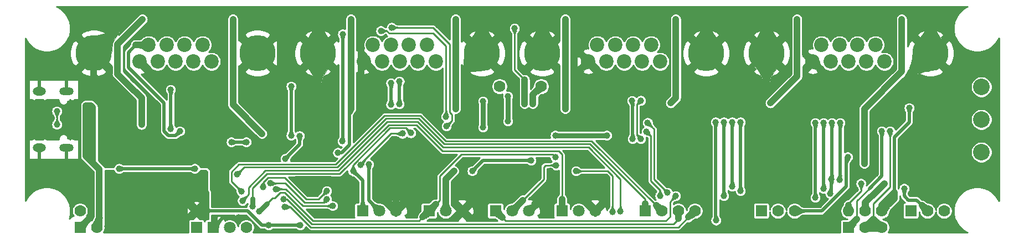
<source format=gbr>
%TF.GenerationSoftware,KiCad,Pcbnew,5.1.6-c6e7f7d~87~ubuntu18.04.1*%
%TF.CreationDate,2022-06-17T15:59:17+03:00*%
%TF.ProjectId,USB-4SERIAL_Rev_B,5553422d-3453-4455-9249-414c5f526576,B*%
%TF.SameCoordinates,Original*%
%TF.FileFunction,Copper,L2,Bot*%
%TF.FilePolarity,Positive*%
%FSLAX46Y46*%
G04 Gerber Fmt 4.6, Leading zero omitted, Abs format (unit mm)*
G04 Created by KiCad (PCBNEW 5.1.6-c6e7f7d~87~ubuntu18.04.1) date 2022-06-17 15:59:17*
%MOMM*%
%LPD*%
G01*
G04 APERTURE LIST*
%TA.AperFunction,ComponentPad*%
%ADD10O,2.200000X1.200000*%
%TD*%
%TA.AperFunction,ComponentPad*%
%ADD11O,2.000000X1.300000*%
%TD*%
%TA.AperFunction,ComponentPad*%
%ADD12C,1.778000*%
%TD*%
%TA.AperFunction,ComponentPad*%
%ADD13R,1.778000X1.778000*%
%TD*%
%TA.AperFunction,ComponentPad*%
%ADD14O,1.778000X1.778000*%
%TD*%
%TA.AperFunction,ComponentPad*%
%ADD15C,2.540000*%
%TD*%
%TA.AperFunction,ComponentPad*%
%ADD16C,1.800000*%
%TD*%
%TA.AperFunction,ComponentPad*%
%ADD17R,1.800000X1.800000*%
%TD*%
%TA.AperFunction,ComponentPad*%
%ADD18C,5.500000*%
%TD*%
%TA.AperFunction,ComponentPad*%
%ADD19C,2.200000*%
%TD*%
%TA.AperFunction,ViaPad*%
%ADD20C,1.000000*%
%TD*%
%TA.AperFunction,Conductor*%
%ADD21C,1.016000*%
%TD*%
%TA.AperFunction,Conductor*%
%ADD22C,0.508000*%
%TD*%
%TA.AperFunction,Conductor*%
%ADD23C,0.254000*%
%TD*%
%TA.AperFunction,Conductor*%
%ADD24C,0.762000*%
%TD*%
%TA.AperFunction,Conductor*%
%ADD25C,1.270000*%
%TD*%
%TA.AperFunction,Conductor*%
%ADD26C,0.025400*%
%TD*%
G04 APERTURE END LIST*
D10*
%TO.P,USB-C1,0*%
%TO.N,GND*%
X83040000Y-80520000D03*
D11*
X78860000Y-80520000D03*
X78860000Y-71880000D03*
D10*
X83040000Y-71880000D03*
%TD*%
D12*
%TO.P,GPIO_EXT1,4*%
%TO.N,/GPIO11*%
X179070000Y-90170000D03*
%TO.P,GPIO_EXT1,3*%
%TO.N,/GPIO8*%
X176530000Y-90170000D03*
%TO.P,GPIO_EXT1,2*%
%TO.N,/GPIO5*%
X173990000Y-90170000D03*
D13*
%TO.P,GPIO_EXT1,1*%
%TO.N,/GPIO2*%
X171450000Y-90170000D03*
%TD*%
D12*
%TO.P,JUMPERS1,6*%
%TO.N,Net-(JUMPERS1-Pad6)*%
X207645000Y-90170000D03*
D14*
%TO.P,JUMPERS1,2*%
%TO.N,Net-(JUMPERS1-Pad2)*%
X202565000Y-90170000D03*
D12*
%TO.P,JUMPERS1,4*%
%TO.N,Net-(JUMPERS1-Pad4)*%
X205105000Y-90170000D03*
%TO.P,JUMPERS1,5*%
%TO.N,/RS485_A*%
X207645000Y-92710000D03*
%TO.P,JUMPERS1,3*%
X205105000Y-92710000D03*
D13*
%TO.P,JUMPERS1,1*%
%TO.N,/RS485_B*%
X202565000Y-92710000D03*
%TD*%
D12*
%TO.P,RS232_4\u005CRS485,3*%
%TO.N,/RXD3_RS485*%
X194310000Y-90170000D03*
%TO.P,RS232_4\u005CRS485,2*%
%TO.N,/RXD3*%
X191770000Y-90170000D03*
D13*
%TO.P,RS232_4\u005CRS485,1*%
%TO.N,/RXD3_RS232*%
X189230000Y-90170000D03*
%TD*%
D15*
%TO.P,RS485,3*%
%TO.N,/RS485_GND*%
X222885000Y-81200000D03*
%TO.P,RS485,1*%
%TO.N,/RS485_B*%
X222885000Y-71200000D03*
%TO.P,RS485,2*%
%TO.N,/RS485_A*%
X222885000Y-76200000D03*
%TD*%
D16*
%TO.P,Serial2,3*%
%TO.N,GND*%
X143510000Y-90170000D03*
%TO.P,Serial2,2*%
%TO.N,/RXD1*%
X140970000Y-90170000D03*
D17*
%TO.P,Serial2,1*%
%TO.N,/TXD1*%
X138430000Y-90170000D03*
%TD*%
D16*
%TO.P,Serial3,3*%
%TO.N,GND*%
X153670000Y-90170000D03*
%TO.P,Serial3,2*%
%TO.N,/RXD2*%
X151130000Y-90170000D03*
D17*
%TO.P,Serial3,1*%
%TO.N,/TXD2*%
X148590000Y-90170000D03*
%TD*%
D16*
%TO.P,Serial4,3*%
%TO.N,GND*%
X163830000Y-90170000D03*
%TO.P,Serial4,2*%
%TO.N,/RXD3_RS232*%
X161290000Y-90170000D03*
D17*
%TO.P,Serial4,1*%
%TO.N,/TXD3*%
X158750000Y-90170000D03*
%TD*%
D16*
%TO.P,Serial1,3*%
%TO.N,GND*%
X133350000Y-90170000D03*
%TO.P,Serial1,2*%
%TO.N,/RXD0*%
X130810000Y-90170000D03*
D17*
%TO.P,Serial1,1*%
%TO.N,/TXD0*%
X128270000Y-90170000D03*
%TD*%
D12*
%TO.P,+5V_USB1,1*%
%TO.N,+5V_USB*%
X87630000Y-92710000D03*
%TD*%
%TO.P,3.3V1,1*%
%TO.N,+3V3*%
X102870000Y-90170000D03*
%TD*%
D13*
%TO.P,GND1,1*%
%TO.N,GND*%
X85090000Y-92710000D03*
%TD*%
%TO.P,GND2,1*%
%TO.N,GND*%
X102870000Y-92710000D03*
%TD*%
D12*
%TO.P,T2IN1,1*%
%TO.N,Net-(T2IN1-Pad1)*%
X155575000Y-71120000D03*
%TD*%
%TO.P,T2OUT1,1*%
%TO.N,Net-(T2OUT1-Pad1)*%
X149225000Y-71120000D03*
%TD*%
%TO.P,ISP1,1*%
%TO.N,/ISP*%
X110490000Y-92710000D03*
%TD*%
%TO.P,RST#1,1*%
%TO.N,/RST#*%
X85090000Y-90170000D03*
%TD*%
D16*
%TO.P,FW_Upgr1,2*%
%TO.N,/ISP*%
X107950000Y-92710000D03*
D17*
%TO.P,FW_Upgr1,1*%
%TO.N,GND*%
X105410000Y-92710000D03*
%TD*%
D18*
%TO.P,RS232_1,G2*%
%TO.N,GND*%
X112217200Y-66040000D03*
%TO.P,RS232_1,G1*%
X87172800Y-66040000D03*
D19*
%TO.P,RS232_1,9*%
%TO.N,/DTE0_RI*%
X95580200Y-64770000D03*
%TO.P,RS232_1,8*%
%TO.N,/DTE0_CTS*%
X98323400Y-64770000D03*
%TO.P,RS232_1,7*%
%TO.N,/DTE0_RTS*%
X101066600Y-64770000D03*
%TO.P,RS232_1,6*%
%TO.N,/DTE0_DSR*%
X103809800Y-64770000D03*
%TO.P,RS232_1,5*%
%TO.N,GND*%
X94208600Y-67310000D03*
%TO.P,RS232_1,4*%
%TO.N,/DTE0_DTR*%
X96951800Y-67310000D03*
%TO.P,RS232_1,3*%
%TO.N,/DTE0_TD*%
X99695000Y-67310000D03*
%TO.P,RS232_1,2*%
%TO.N,/DTE0_RD*%
X102438200Y-67310000D03*
%TO.P,RS232_1,1*%
%TO.N,/DTE0_CD*%
X105181400Y-67310000D03*
%TD*%
D18*
%TO.P,RS232_2,G2*%
%TO.N,GND*%
X146507200Y-66040000D03*
%TO.P,RS232_2,G1*%
X121462800Y-66040000D03*
D19*
%TO.P,RS232_2,9*%
%TO.N,Net-(RS232_2-Pad9)*%
X129870200Y-64770000D03*
%TO.P,RS232_2,8*%
%TO.N,/DTE1_CTS*%
X132613400Y-64770000D03*
%TO.P,RS232_2,7*%
%TO.N,/DTE1_RTS*%
X135356600Y-64770000D03*
%TO.P,RS232_2,6*%
%TO.N,Net-(RS232_2-Pad6)*%
X138099800Y-64770000D03*
%TO.P,RS232_2,5*%
%TO.N,GND*%
X128498600Y-67310000D03*
%TO.P,RS232_2,4*%
%TO.N,Net-(RS232_2-Pad4)*%
X131241800Y-67310000D03*
%TO.P,RS232_2,3*%
%TO.N,/DTE1_TD*%
X133985000Y-67310000D03*
%TO.P,RS232_2,2*%
%TO.N,/DTE1_RD*%
X136728200Y-67310000D03*
%TO.P,RS232_2,1*%
%TO.N,Net-(RS232_2-Pad1)*%
X139471400Y-67310000D03*
%TD*%
D18*
%TO.P,RS232_3,G2*%
%TO.N,GND*%
X180797200Y-66040000D03*
%TO.P,RS232_3,G1*%
X155752800Y-66040000D03*
D19*
%TO.P,RS232_3,9*%
%TO.N,Net-(RS232_3-Pad9)*%
X164160200Y-64770000D03*
%TO.P,RS232_3,8*%
%TO.N,/DTE2_CTS*%
X166903400Y-64770000D03*
%TO.P,RS232_3,7*%
%TO.N,/DTE2_RTS*%
X169646600Y-64770000D03*
%TO.P,RS232_3,6*%
%TO.N,Net-(RS232_3-Pad6)*%
X172389800Y-64770000D03*
%TO.P,RS232_3,5*%
%TO.N,GND*%
X162788600Y-67310000D03*
%TO.P,RS232_3,4*%
%TO.N,Net-(RS232_3-Pad4)*%
X165531800Y-67310000D03*
%TO.P,RS232_3,3*%
%TO.N,/DTE2_TD*%
X168275000Y-67310000D03*
%TO.P,RS232_3,2*%
%TO.N,/DTE2_RD*%
X171018200Y-67310000D03*
%TO.P,RS232_3,1*%
%TO.N,Net-(RS232_3-Pad1)*%
X173761400Y-67310000D03*
%TD*%
D18*
%TO.P,RS232_4,G2*%
%TO.N,GND*%
X215087200Y-66040000D03*
%TO.P,RS232_4,G1*%
X190042800Y-66040000D03*
D19*
%TO.P,RS232_4,9*%
%TO.N,Net-(RS232_4-Pad9)*%
X198450200Y-64770000D03*
%TO.P,RS232_4,8*%
%TO.N,/DTE3_CTS*%
X201193400Y-64770000D03*
%TO.P,RS232_4,7*%
%TO.N,/DTE3_RTS*%
X203936600Y-64770000D03*
%TO.P,RS232_4,6*%
%TO.N,Net-(RS232_4-Pad6)*%
X206679800Y-64770000D03*
%TO.P,RS232_4,5*%
%TO.N,GND*%
X197078600Y-67310000D03*
%TO.P,RS232_4,4*%
%TO.N,Net-(RS232_4-Pad4)*%
X199821800Y-67310000D03*
%TO.P,RS232_4,3*%
%TO.N,/DTE3_TD*%
X202565000Y-67310000D03*
%TO.P,RS232_4,2*%
%TO.N,/DTE3_RD*%
X205308200Y-67310000D03*
%TO.P,RS232_4,1*%
%TO.N,Net-(RS232_4-Pad1)*%
X208051400Y-67310000D03*
%TD*%
D13*
%TO.P,GPIO11\u005CRTS3,1*%
%TO.N,/GPIO11*%
X212090000Y-90170000D03*
D12*
%TO.P,GPIO11\u005CRTS3,2*%
%TO.N,Net-(GPIO11\u005CRTS3-Pad2)*%
X214630000Y-90170000D03*
%TO.P,GPIO11\u005CRTS3,3*%
%TO.N,/RTS3*%
X217170000Y-90170000D03*
%TD*%
D20*
%TO.N,+3V3*%
X94869000Y-86741000D03*
X94868997Y-88011003D03*
X94869000Y-85471000D03*
X96138997Y-88011003D03*
X96139000Y-86741000D03*
X96139000Y-85471000D03*
X97408997Y-88011003D03*
X97409000Y-86741000D03*
X97409000Y-85471000D03*
X93598997Y-88011003D03*
X93599000Y-86741000D03*
X93599000Y-85471000D03*
X92329000Y-85471000D03*
X92328997Y-88011003D03*
X92329000Y-86741000D03*
X92328997Y-89154000D03*
X92328997Y-90297000D03*
X97408997Y-89154000D03*
X97408997Y-90297000D03*
X92328997Y-91440000D03*
X97408997Y-91440000D03*
X94868997Y-91440003D03*
X96138997Y-91440003D03*
X93598997Y-91440003D03*
X94488008Y-76961992D03*
X190627000Y-73660000D03*
X204978000Y-74549000D03*
X94615000Y-60833000D03*
X194691000Y-60833000D03*
X210693000Y-60833000D03*
X126492000Y-74549000D03*
X126492000Y-60833000D03*
X142494000Y-60833000D03*
X142493990Y-74549000D03*
X108457996Y-60833000D03*
X159258000Y-74549000D03*
X159258000Y-60833000D03*
X118745000Y-92329000D03*
X113919000Y-92329000D03*
X124490309Y-81250325D03*
X112903000Y-78359000D03*
X175387000Y-73660000D03*
X176148998Y-60833000D03*
X204978000Y-82931000D03*
X92329000Y-70739000D03*
%TO.N,GND*%
X89154000Y-82677000D03*
X89154000Y-71501000D03*
X86741000Y-84328000D03*
X102362000Y-80010000D03*
X97121600Y-82008600D03*
X97155000Y-79375000D03*
X92710000Y-77978000D03*
X95758000Y-75311000D03*
X92710000Y-75311000D03*
X101092000Y-79375000D03*
X127254000Y-76962000D03*
X143891000Y-76962000D03*
X141351000Y-78613000D03*
X102362000Y-82135610D03*
X159131000Y-76962000D03*
X105410000Y-86868000D03*
X109347000Y-91186000D03*
X139319000Y-82931000D03*
X126365022Y-90169970D03*
X125095000Y-90169970D03*
X123265261Y-81343833D03*
X115696994Y-73025000D03*
X156972000Y-84074000D03*
X169545000Y-82550000D03*
X119253000Y-85344000D03*
X118110000Y-85344000D03*
X114554000Y-78105000D03*
X174244000Y-76962000D03*
X174244000Y-75565000D03*
X176530000Y-76962000D03*
X174244000Y-82550000D03*
X161163000Y-76962000D03*
X163195000Y-76962000D03*
X191643000Y-76962000D03*
X189611000Y-76962000D03*
X188976000Y-82931000D03*
X190119000Y-84074000D03*
X203708000Y-76454000D03*
X210185000Y-71247000D03*
X210185000Y-74803000D03*
X213106000Y-77978000D03*
X216154000Y-77978000D03*
X214630000Y-76581000D03*
X93853000Y-59436000D03*
X91440000Y-59436000D03*
X88900000Y-59436000D03*
X86360000Y-59436000D03*
X83820000Y-59436000D03*
X96520000Y-59436000D03*
X99060000Y-59436000D03*
X101600000Y-59436000D03*
X104140000Y-59436000D03*
X106680000Y-59436000D03*
X109220000Y-59436000D03*
X111760000Y-59436000D03*
X114300000Y-59436000D03*
X116840000Y-59436000D03*
X119380000Y-59436000D03*
X121920000Y-59436000D03*
X124460000Y-59436000D03*
X127000000Y-59436000D03*
X129540000Y-59436000D03*
X132080000Y-59436000D03*
X134620000Y-59436000D03*
X137160000Y-59436000D03*
X139700000Y-59436000D03*
X142240000Y-59436000D03*
X144780000Y-59436000D03*
X147320000Y-59436000D03*
X149860000Y-59436000D03*
X152400000Y-59436000D03*
X154940000Y-59436000D03*
X157480000Y-59436000D03*
X160020000Y-59436000D03*
X162560000Y-59436000D03*
X165100000Y-59436000D03*
X167640000Y-59436000D03*
X170180000Y-59436000D03*
X172720000Y-59436000D03*
X175260000Y-59436000D03*
X177800000Y-59436000D03*
X180340000Y-59436000D03*
X182880000Y-59436000D03*
X185420000Y-59436000D03*
X187960000Y-59436000D03*
X190500000Y-59436000D03*
X193040000Y-59436000D03*
X195580000Y-59436000D03*
X198120000Y-59436000D03*
X200660000Y-59436000D03*
X203200000Y-59436000D03*
X205740000Y-59436000D03*
X208280000Y-59436000D03*
X210820000Y-59436000D03*
X213360000Y-59436000D03*
X215900000Y-59436000D03*
X218440000Y-59436000D03*
X218440000Y-60960000D03*
X224790000Y-69850000D03*
X224790000Y-72390000D03*
X224790000Y-74930000D03*
X224790000Y-77470000D03*
X224790000Y-80010000D03*
X224790000Y-82550000D03*
X224790000Y-85090000D03*
X222250000Y-83820000D03*
X219710000Y-83820000D03*
X220980000Y-67310000D03*
X183642000Y-92710000D03*
X218440000Y-63500000D03*
X219710000Y-66040000D03*
X86360000Y-62230000D03*
X88900000Y-62230000D03*
X87630000Y-60960000D03*
X85090000Y-60960000D03*
X83820000Y-63500000D03*
X83185000Y-66040000D03*
X81280000Y-66040000D03*
X81280000Y-68580000D03*
X83185000Y-68580000D03*
X77470000Y-73660000D03*
X77470000Y-76200000D03*
X77470000Y-78740000D03*
X215900000Y-60960000D03*
X217170000Y-62230000D03*
X196342000Y-91440000D03*
X204215994Y-84201000D03*
X222885000Y-67310000D03*
X224790000Y-67310000D03*
X217170000Y-83820000D03*
X214630000Y-83820000D03*
%TO.N,/RSVD1*%
X108204000Y-79629000D03*
X110490000Y-79629008D03*
%TO.N,USB_D-*%
X81534000Y-76962000D03*
X81534000Y-74930000D03*
%TO.N,+5V_USB*%
X85979000Y-74041000D03*
X85979000Y-77470000D03*
X85979000Y-79214600D03*
X86995000Y-77470000D03*
%TO.N,/RXD0*%
X129218162Y-83052637D03*
%TO.N,Net-(R7-Pad2)*%
X134366000Y-78351054D03*
X127994568Y-83163568D03*
%TO.N,/TXD0*%
X126827969Y-84087661D03*
X135662345Y-78264726D03*
%TO.N,/RTS0*%
X118634285Y-78693131D03*
X116459000Y-82169000D03*
%TO.N,Net-(R8-Pad2)*%
X145034000Y-84074000D03*
X154051000Y-82423000D03*
%TO.N,/RXD1*%
X115030346Y-86836346D03*
X123698000Y-89408000D03*
X142240000Y-84074000D03*
%TO.N,/RXD2*%
X113066865Y-86525325D03*
X122809000Y-87122000D03*
X157861000Y-83185000D03*
%TO.N,Net-(R9-Pad2)*%
X160909000Y-84074000D03*
X182245000Y-76581000D03*
X182302265Y-91624265D03*
X166464307Y-90359529D03*
%TO.N,/RXD3*%
X109903435Y-88597567D03*
X167690826Y-90287842D03*
%TO.N,/TXD1*%
X112455728Y-90236276D03*
X157734000Y-81915000D03*
X157734000Y-78613000D03*
X165608000Y-78613000D03*
%TO.N,/TXD2*%
X114161586Y-85967586D03*
X122809000Y-88392000D03*
X176149000Y-87884000D03*
X183515000Y-87884000D03*
X183515000Y-76581000D03*
%TO.N,/TXD3*%
X111437979Y-89506106D03*
X198755000Y-76708000D03*
X198755000Y-86741000D03*
%TO.N,/RTS2*%
X184785000Y-76581000D03*
X184785000Y-86428221D03*
%TO.N,/CTS2*%
X186055000Y-76581000D03*
X186055000Y-87122000D03*
%TO.N,/RTS1*%
X173736000Y-87884000D03*
X171686055Y-78063481D03*
%TO.N,/CTS1*%
X174879000Y-87393443D03*
X171867385Y-76675585D03*
%TO.N,/GPIO11*%
X116383209Y-89563633D03*
%TO.N,/GPIO8*%
X116177786Y-88352316D03*
%TO.N,/GPIO5*%
X109748375Y-87191871D03*
%TO.N,/GPIO2*%
X109093000Y-84582000D03*
%TO.N,/DSR0*%
X146685000Y-73406000D03*
X146685000Y-77343000D03*
%TO.N,/DTR0*%
X151511000Y-62263400D03*
X153035000Y-73787000D03*
X125197260Y-79518651D03*
X125222000Y-63119000D03*
%TO.N,/RST#*%
X91059000Y-83693000D03*
X102616000Y-83693000D03*
%TO.N,/RS485_B*%
X207645000Y-77978000D03*
%TO.N,/RS485_A*%
X208915000Y-77978000D03*
%TO.N,/RXD3_RS485*%
X202438000Y-81915000D03*
%TO.N,Net-(JUMPERS1-Pad4)*%
X208026000Y-85979000D03*
%TO.N,Net-(JUMPERS1-Pad2)*%
X204470000Y-85979000D03*
%TO.N,Net-(JUMPERS1-Pad6)*%
X211836000Y-74422000D03*
%TO.N,Net-(R10-Pad2)*%
X197485000Y-76708000D03*
X197485000Y-88138000D03*
%TO.N,/DTE1_CTS*%
X170815000Y-73279000D03*
X170815000Y-79121000D03*
%TO.N,/DTE1_RTS*%
X169545000Y-79121000D03*
X169470721Y-73324343D03*
%TO.N,/RI0#*%
X98933000Y-77597000D03*
X117348000Y-78613000D03*
X117348000Y-71120000D03*
X98932980Y-71628000D03*
%TO.N,/DTE0_RI*%
X100330000Y-77978000D03*
%TO.N,/DTE0_CTS*%
X141097000Y-77216000D03*
X132715000Y-62102994D03*
%TO.N,/DTE0_RTS*%
X131064000Y-62611000D03*
X141026678Y-75732704D03*
%TO.N,/DTE0_DSR*%
X150495000Y-72644000D03*
X150495004Y-76454000D03*
%TO.N,/DTE0_TD*%
X132600005Y-70620001D03*
X132595209Y-73896557D03*
%TO.N,/DTE0_RD*%
X133906551Y-70350277D03*
X133890464Y-73829823D03*
%TO.N,Net-(T2IN1-Pad1)*%
X154305000Y-73787002D03*
%TO.N,/RTS3*%
X200025000Y-76708000D03*
X199772722Y-87504722D03*
X199970558Y-85310900D03*
%TO.N,/CTS3*%
X201295000Y-76708000D03*
X201199158Y-85443286D03*
%TO.N,Net-(GPIO11\u005CRTS3-Pad2)*%
X211074000Y-86741000D03*
%TD*%
D21*
%TO.N,+3V3*%
X210693000Y-68834000D02*
X204978000Y-74549000D01*
X210693000Y-60833000D02*
X210693000Y-68834000D01*
X126492000Y-74549000D02*
X126492000Y-60833000D01*
X142494000Y-74548990D02*
X142493990Y-74549000D01*
X142494000Y-60833000D02*
X142494000Y-74548990D01*
X159258000Y-74549000D02*
X159258000Y-60833000D01*
X102870000Y-90170000D02*
X104521000Y-90170000D01*
D22*
X112871252Y-92329000D02*
X110712252Y-90170000D01*
X118745000Y-92329000D02*
X112871252Y-92329000D01*
X110712252Y-90170000D02*
X104521000Y-90170000D01*
X125105615Y-81250325D02*
X124490309Y-81250325D01*
X126238000Y-80117940D02*
X125105615Y-81250325D01*
X126492000Y-74549000D02*
X126238000Y-74803000D01*
X126238000Y-74803000D02*
X126238000Y-80117940D01*
D21*
X108457996Y-60833000D02*
X108457996Y-73913996D01*
X108457996Y-73913996D02*
X112903000Y-78359000D01*
X175387000Y-73660000D02*
X176148998Y-72898002D01*
X176148998Y-72898002D02*
X176148998Y-60833000D01*
X204978000Y-74549000D02*
X204978000Y-82931000D01*
X194691000Y-69596000D02*
X194691000Y-60833000D01*
X190627000Y-73660000D02*
X194691000Y-69596000D01*
X94488008Y-72898008D02*
X92329000Y-70739000D01*
X94488008Y-76961992D02*
X94488008Y-72898008D01*
X90805000Y-69215000D02*
X92329000Y-70739000D01*
X94615000Y-60833000D02*
X90805000Y-64643000D01*
X90805000Y-64643000D02*
X90805000Y-69215000D01*
%TO.N,GND*%
X87172800Y-69519800D02*
X89154000Y-71501000D01*
X87172800Y-66040000D02*
X87172800Y-69519800D01*
D22*
X85090000Y-92710000D02*
X85090000Y-92329000D01*
D21*
X89154000Y-82677000D02*
X89822400Y-82008600D01*
X89822400Y-82008600D02*
X89154000Y-81340200D01*
X89154000Y-82677000D02*
X89154000Y-81153000D01*
X89154000Y-81340200D02*
X89154000Y-81153000D01*
X89154000Y-81153000D02*
X89154000Y-71501000D01*
X89822400Y-82008600D02*
X97121600Y-82008600D01*
X92710000Y-75311000D02*
X92710000Y-77978000D01*
X95758000Y-77978000D02*
X95758000Y-75311000D01*
X97155000Y-79375000D02*
X95758000Y-77978000D01*
X87172800Y-66040000D02*
X93776800Y-59436000D01*
X93776800Y-59436000D02*
X112268000Y-59436000D01*
X121666000Y-59436000D02*
X121666000Y-65913000D01*
X121666000Y-65913000D02*
X121539000Y-66040000D01*
X128016000Y-59436000D02*
X121666000Y-59436000D01*
X128498600Y-67310000D02*
X128143000Y-67310000D01*
X128016000Y-69596000D02*
X128016000Y-67183000D01*
X128143000Y-67310000D02*
X128016000Y-67183000D01*
X128016000Y-67183000D02*
X128016000Y-59436000D01*
X128016000Y-69596000D02*
X128016000Y-76200000D01*
X128016000Y-76200000D02*
X127254000Y-76962000D01*
X146507200Y-66040000D02*
X146558000Y-65989200D01*
X146558000Y-65989200D02*
X146558000Y-59436000D01*
X146558000Y-59436000D02*
X128016000Y-59436000D01*
X155752800Y-66040000D02*
X155829000Y-65963800D01*
X155829000Y-65963800D02*
X155829000Y-59436000D01*
X155829000Y-59436000D02*
X146558000Y-59436000D01*
X143891000Y-75166144D02*
X143891000Y-76962000D01*
X146507200Y-66040000D02*
X143891000Y-68656200D01*
X143891000Y-68656200D02*
X143891000Y-75166144D01*
X180848000Y-59436000D02*
X180848000Y-66040000D01*
X180848000Y-59436000D02*
X188849000Y-59436000D01*
X188849000Y-59436000D02*
X189992000Y-59436000D01*
X189992000Y-59436000D02*
X189992000Y-65913000D01*
X189992000Y-65913000D02*
X190119000Y-66040000D01*
X214503000Y-59436000D02*
X215011000Y-59944000D01*
X215011000Y-59944000D02*
X215011000Y-66040000D01*
X142240000Y-78613000D02*
X143891000Y-76962000D01*
X141351000Y-78613000D02*
X142240000Y-78613000D01*
X97121600Y-82008600D02*
X102234990Y-82008600D01*
X102362000Y-80010000D02*
X102362000Y-82135610D01*
X102234990Y-82008600D02*
X102362000Y-82135610D01*
X159131000Y-76962000D02*
X157988000Y-75819000D01*
X157988000Y-75819000D02*
X157988000Y-74422000D01*
X157988000Y-74422000D02*
X157988000Y-68199000D01*
X157988000Y-68199000D02*
X155829000Y-66040000D01*
X103725610Y-82135610D02*
X102362000Y-82135610D01*
X105410000Y-86868000D02*
X105410000Y-83820000D01*
X105410000Y-83820000D02*
X103725610Y-82135610D01*
D22*
X109347000Y-91186000D02*
X106934000Y-91186000D01*
X106934000Y-91186000D02*
X105410000Y-92710000D01*
D21*
X133350000Y-90170000D02*
X133350000Y-84836000D01*
X135255000Y-82931000D02*
X139319000Y-82931000D01*
X133350000Y-84836000D02*
X135255000Y-82931000D01*
D22*
X121666000Y-79744572D02*
X122765262Y-80843834D01*
X122765262Y-80843834D02*
X123265261Y-81343833D01*
X121666000Y-66040000D02*
X121666000Y-79744572D01*
D21*
X156972000Y-84074000D02*
X156972000Y-86995000D01*
X156972000Y-86995000D02*
X153670000Y-90297000D01*
X169545000Y-82550000D02*
X166878000Y-79883000D01*
X166878000Y-79883000D02*
X166878000Y-78105000D01*
X166878000Y-78105000D02*
X165735000Y-76962000D01*
X155829000Y-59436000D02*
X161036000Y-59436000D01*
X161036000Y-59436000D02*
X180848000Y-59436000D01*
X160655000Y-75184000D02*
X162433000Y-76962000D01*
X165735000Y-76962000D02*
X162433000Y-76962000D01*
X162433000Y-76962000D02*
X159131000Y-76962000D01*
X162788600Y-67284600D02*
X160655000Y-65151000D01*
X162788600Y-67310000D02*
X162788600Y-67284600D01*
X162788600Y-67310000D02*
X160655000Y-69443600D01*
X160655000Y-69443600D02*
X160655000Y-69469000D01*
X160655000Y-69469000D02*
X160655000Y-75184000D01*
X160655000Y-67310000D02*
X160655000Y-69469000D01*
X161036000Y-59436000D02*
X160655000Y-59817000D01*
X160655000Y-59817000D02*
X160655000Y-67310000D01*
X123317000Y-85344000D02*
X119253000Y-85344000D01*
X125095000Y-87122000D02*
X123317000Y-85344000D01*
X125095000Y-90169970D02*
X125095000Y-87122000D01*
X119253000Y-85344000D02*
X118110000Y-85344000D01*
X115696994Y-76962006D02*
X114554000Y-78105000D01*
X115696994Y-73025000D02*
X115696994Y-76962006D01*
X115696994Y-59436000D02*
X115696994Y-73025000D01*
X112268000Y-59436000D02*
X115696994Y-59436000D01*
X115697000Y-59436000D02*
X121666000Y-59436000D01*
X174244000Y-82550000D02*
X174244000Y-75565000D01*
X190042800Y-66040000D02*
X190042800Y-70815200D01*
X190042800Y-70815200D02*
X188849000Y-72009000D01*
X188849000Y-72009000D02*
X188849000Y-74803000D01*
X189611000Y-75565000D02*
X189611000Y-76962000D01*
X188849000Y-74803000D02*
X189611000Y-75565000D01*
X189611000Y-82296000D02*
X188976000Y-82931000D01*
X189611000Y-76962000D02*
X189611000Y-82296000D01*
X190119000Y-82804000D02*
X189611000Y-82296000D01*
X190119000Y-84074000D02*
X190119000Y-82804000D01*
X188976000Y-82931000D02*
X190119000Y-84074000D01*
X189992000Y-59436000D02*
X195707000Y-59436000D01*
X195707000Y-59436000D02*
X214503000Y-59436000D01*
X197078600Y-67310000D02*
X203708000Y-73939400D01*
X203708000Y-73939400D02*
X203708000Y-76454000D01*
X215087200Y-66344800D02*
X210185000Y-71247000D01*
X215087200Y-66040000D02*
X215087200Y-66344800D01*
X210185000Y-71247000D02*
X210185000Y-74803000D01*
X195961000Y-59436000D02*
X195707000Y-59436000D01*
X197078600Y-67310000D02*
X195961000Y-66192400D01*
X195961000Y-66192400D02*
X195961000Y-59436000D01*
X86741000Y-91059000D02*
X86741000Y-84328000D01*
X85090000Y-92710000D02*
X86741000Y-91059000D01*
X203708000Y-83693006D02*
X204215994Y-84201000D01*
X203708000Y-76454000D02*
X203708000Y-83693006D01*
X203708000Y-84201000D02*
X204215994Y-84201000D01*
X203208011Y-84700989D02*
X203708000Y-84201000D01*
X196342000Y-91440000D02*
X198628000Y-91440000D01*
X203208011Y-86859989D02*
X203208011Y-84700989D01*
X198628000Y-91440000D02*
X203208011Y-86859989D01*
X203208011Y-84192995D02*
X203708000Y-83693006D01*
X203208011Y-84700989D02*
X203208011Y-84192995D01*
D22*
X78860000Y-80520000D02*
X78860000Y-83305000D01*
X83040000Y-80520000D02*
X83040000Y-83294000D01*
X78860000Y-71880000D02*
X78860000Y-69349000D01*
X83040000Y-68725000D02*
X83185000Y-68580000D01*
X83040000Y-71880000D02*
X83040000Y-68725000D01*
%TO.N,/RSVD1*%
X108204008Y-79629008D02*
X108204000Y-79629000D01*
X110490000Y-79629008D02*
X108204008Y-79629008D01*
D23*
%TO.N,USB_D-*%
X81534000Y-76962000D02*
X81534000Y-74930000D01*
D21*
%TO.N,+5V_USB*%
X85979000Y-77470000D02*
X85979000Y-74041000D01*
X85979000Y-79214600D02*
X85979000Y-77470000D01*
X85979000Y-79214600D02*
X86774400Y-79214600D01*
X86995000Y-78994000D02*
X86995000Y-77470000D01*
X86774400Y-79214600D02*
X86995000Y-78994000D01*
X86995000Y-77470000D02*
X86995000Y-74295000D01*
X86741000Y-74041000D02*
X85979000Y-74041000D01*
X86995000Y-74295000D02*
X86741000Y-74041000D01*
X86774400Y-74836400D02*
X86774400Y-79214600D01*
X85979000Y-74041000D02*
X86774400Y-74836400D01*
X87630000Y-92710000D02*
X88011000Y-92329000D01*
X88011000Y-92329000D02*
X88011000Y-83820000D01*
X86995000Y-82804000D02*
X86995000Y-77470000D01*
X88011000Y-83820000D02*
X86995000Y-82804000D01*
X85979000Y-79214600D02*
X85979000Y-81788000D01*
X86487000Y-82296000D02*
X86487000Y-77978000D01*
X86487000Y-77978000D02*
X86995000Y-77470000D01*
X86487000Y-82296000D02*
X86995000Y-82804000D01*
X85979000Y-81788000D02*
X86487000Y-82296000D01*
D22*
%TO.N,/RXD0*%
X130810000Y-90170000D02*
X129218162Y-88578162D01*
X129218162Y-88578162D02*
X129218162Y-83052637D01*
D23*
%TO.N,Net-(R7-Pad2)*%
X132621304Y-78351054D02*
X127994568Y-82977790D01*
X127994568Y-82977790D02*
X127994568Y-83163568D01*
X134366000Y-78351054D02*
X132621304Y-78351054D01*
%TO.N,/TXD0*%
X128270000Y-90170000D02*
X128270000Y-90043000D01*
X134893063Y-77495444D02*
X135662345Y-78264726D01*
X132452675Y-77495444D02*
X134893063Y-77495444D01*
X126827969Y-83120150D02*
X132452675Y-77495444D01*
D22*
X128270000Y-85529692D02*
X126827969Y-84087661D01*
X128270000Y-90170000D02*
X128270000Y-85529692D01*
D23*
X126827969Y-84087661D02*
X126827969Y-83120150D01*
D22*
%TO.N,/RTS0*%
X118634285Y-78693131D02*
X118634285Y-79993715D01*
X118634285Y-79993715D02*
X116459000Y-82169000D01*
%TO.N,Net-(R8-Pad2)*%
X147955000Y-82423000D02*
X154051000Y-82423000D01*
X145034000Y-84074000D02*
X146685000Y-82423000D01*
X146685000Y-82423000D02*
X147955000Y-82423000D01*
D23*
%TO.N,/RXD1*%
X116554346Y-86836346D02*
X119126000Y-89408000D01*
X119126000Y-89408000D02*
X123698000Y-89408000D01*
X115030346Y-86836346D02*
X116554346Y-86836346D01*
D21*
X140970000Y-90170000D02*
X140970000Y-85344000D01*
X140970000Y-85344000D02*
X142240000Y-84074000D01*
D23*
%TO.N,/RXD2*%
X116332000Y-85090000D02*
X113795084Y-85090000D01*
X113795084Y-85090000D02*
X113066865Y-85818219D01*
X119634000Y-88392000D02*
X116332000Y-85090000D01*
X122809000Y-87122000D02*
X121539000Y-88392000D01*
X113066865Y-85818219D02*
X113066865Y-86525325D01*
X121539000Y-88392000D02*
X119634000Y-88392000D01*
D21*
X151130000Y-90170000D02*
X152781000Y-88519000D01*
D23*
X152781000Y-88519000D02*
X155956000Y-85344000D01*
X155956000Y-85344000D02*
X155956000Y-83439000D01*
X155956000Y-83439000D02*
X156210000Y-83185000D01*
X156210000Y-83185000D02*
X157861000Y-83185000D01*
%TO.N,Net-(R9-Pad2)*%
X166464307Y-84803307D02*
X166464307Y-90359529D01*
X160909000Y-84074000D02*
X165735000Y-84074000D01*
X165735000Y-84074000D02*
X166464307Y-84803307D01*
D22*
X182245000Y-91567000D02*
X182302265Y-91624265D01*
X182245000Y-76581000D02*
X182245000Y-91567000D01*
D23*
%TO.N,/RXD3*%
X110871000Y-86570195D02*
X113443416Y-83997779D01*
X109903435Y-88597567D02*
X110871000Y-87630002D01*
X132052867Y-76530222D02*
X136681868Y-76530222D01*
X167690826Y-85315340D02*
X167690826Y-90287842D01*
X136681868Y-76530222D02*
X140618865Y-80467220D01*
X110871000Y-87630002D02*
X110871000Y-86570195D01*
X162842706Y-80467220D02*
X167690826Y-85315340D01*
X124585310Y-83997779D02*
X132052867Y-76530222D01*
X140618865Y-80467220D02*
X162842706Y-80467220D01*
X113443416Y-83997779D02*
X124585310Y-83997779D01*
%TO.N,/TXD1*%
X116411486Y-87376000D02*
X115700708Y-87376000D01*
X136906000Y-91694000D02*
X120729486Y-91694000D01*
X120729486Y-91694000D02*
X116411486Y-87376000D01*
X143383000Y-81534000D02*
X157353000Y-81534000D01*
X157353000Y-81534000D02*
X157734000Y-81915000D01*
X140081000Y-84836000D02*
X143383000Y-81534000D01*
X140081000Y-88519000D02*
X140081000Y-84836000D01*
D21*
X138430000Y-90170000D02*
X139446000Y-89154000D01*
D23*
X139446000Y-89154000D02*
X140081000Y-88519000D01*
D21*
X138430000Y-90170000D02*
X137477500Y-91122500D01*
D23*
X137477500Y-91122500D02*
X136906000Y-91694000D01*
D24*
X157734000Y-78613000D02*
X165100000Y-78613000D01*
X165100000Y-78613000D02*
X165608000Y-78613000D01*
D23*
X114488650Y-88203354D02*
X114873354Y-88203354D01*
X115700708Y-87376000D02*
X114873354Y-88203354D01*
D24*
X112455728Y-90236276D02*
X113665002Y-89027002D01*
D23*
X113665002Y-89027002D02*
X114488650Y-88203354D01*
%TO.N,/TXD2*%
X116447586Y-85967586D02*
X114161586Y-85967586D01*
X119380000Y-88900000D02*
X116447586Y-85967586D01*
X122809000Y-88392000D02*
X122301000Y-88900000D01*
X122301000Y-88900000D02*
X119380000Y-88900000D01*
X150114000Y-91694000D02*
X174625000Y-91694000D01*
X174625000Y-91694000D02*
X175260000Y-91059000D01*
X175260000Y-91059000D02*
X175260000Y-88773000D01*
X175260000Y-88773000D02*
X176149000Y-87884000D01*
D21*
X148590000Y-90170000D02*
X149606000Y-91186000D01*
D23*
X149606000Y-91186000D02*
X150114000Y-91694000D01*
D22*
X183515000Y-76581000D02*
X183515000Y-87884000D01*
D21*
%TO.N,/TXD3*%
X158750000Y-88392000D02*
X158750000Y-90297000D01*
D23*
X136481964Y-77012833D02*
X132252771Y-77012833D01*
X124785214Y-84480390D02*
X113643320Y-84480390D01*
X140495131Y-81026000D02*
X136481964Y-77012833D01*
X158750000Y-88392000D02*
X158750000Y-81534000D01*
X113643320Y-84480390D02*
X111437979Y-86685731D01*
X158242000Y-81026000D02*
X140495131Y-81026000D01*
X158750000Y-81534000D02*
X158242000Y-81026000D01*
X132252771Y-77012833D02*
X124785214Y-84480390D01*
D22*
X198755000Y-76708000D02*
X198755000Y-86741000D01*
D24*
X111437979Y-89506106D02*
X111437979Y-88333021D01*
D23*
X111437979Y-86685731D02*
X111437979Y-88333021D01*
D22*
%TO.N,/RTS2*%
X184785000Y-76581000D02*
X184785000Y-86428221D01*
%TO.N,/CTS2*%
X186055000Y-76581000D02*
X186055000Y-87122000D01*
D23*
%TO.N,/RTS1*%
X172339000Y-78716426D02*
X171686055Y-78063481D01*
X172339000Y-85598000D02*
X172339000Y-78716426D01*
X173736000Y-87884000D02*
X173736000Y-86995000D01*
X173736000Y-86995000D02*
X172339000Y-85598000D01*
%TO.N,/CTS1*%
X172821611Y-85336054D02*
X174879000Y-87393443D01*
X171867385Y-76675585D02*
X172821611Y-77629811D01*
X172821611Y-77629811D02*
X172821611Y-85336054D01*
%TO.N,/GPIO11*%
X117234088Y-89563633D02*
X116383209Y-89563633D01*
X176555389Y-92684611D02*
X120355066Y-92684611D01*
X120355066Y-92684611D02*
X117234088Y-89563633D01*
D21*
X179070000Y-90170000D02*
X178117500Y-91122500D01*
D23*
X178117500Y-91122500D02*
X176555389Y-92684611D01*
D21*
%TO.N,/GPIO8*%
X176530000Y-90170000D02*
X176530000Y-91313000D01*
D23*
X120554972Y-92202000D02*
X116705288Y-88352316D01*
X175768000Y-92202000D02*
X120554972Y-92202000D01*
X116705288Y-88352316D02*
X116177786Y-88352316D01*
X176530000Y-91059000D02*
X176530000Y-91440000D01*
X176530000Y-91440000D02*
X175768000Y-92202000D01*
%TO.N,/GPIO5*%
X108204000Y-85647496D02*
X109748375Y-87191871D01*
X109372443Y-83032557D02*
X108204000Y-84201000D01*
X108204000Y-84201000D02*
X108204000Y-85647496D01*
X163296600Y-79476600D02*
X140993275Y-79476600D01*
X140993275Y-79476600D02*
X137081676Y-75565000D01*
X131653059Y-75565000D02*
X124185502Y-83032557D01*
X137081676Y-75565000D02*
X131653059Y-75565000D01*
X124185502Y-83032557D02*
X109372443Y-83032557D01*
D21*
X173990000Y-90170000D02*
X173164500Y-89344500D01*
D23*
X173164500Y-89344500D02*
X163296600Y-79476600D01*
%TO.N,/GPIO2*%
X171450000Y-88392000D02*
X171450000Y-89027000D01*
X110159832Y-83515168D02*
X124385406Y-83515168D01*
X163017211Y-79959211D02*
X171450000Y-88392000D01*
X136881772Y-76047611D02*
X140793371Y-79959211D01*
X109093000Y-84582000D02*
X110159832Y-83515168D01*
X124385406Y-83515168D02*
X131852963Y-76047611D01*
X131852963Y-76047611D02*
X136881772Y-76047611D01*
X140793371Y-79959211D02*
X163017211Y-79959211D01*
D21*
X171450000Y-90170000D02*
X171450000Y-89027000D01*
D24*
%TO.N,/DSR0*%
X146685000Y-73406000D02*
X146685000Y-77343000D01*
D23*
%TO.N,/DTR0*%
X151511000Y-62263400D02*
X151511000Y-68580000D01*
X151511000Y-68580000D02*
X153035000Y-70104000D01*
D21*
X153035000Y-73787000D02*
X153035000Y-70104000D01*
D22*
X125222000Y-79493911D02*
X125197260Y-79518651D01*
X125222000Y-63119000D02*
X125222000Y-79493911D01*
%TO.N,/RST#*%
X102616000Y-83693000D02*
X91059000Y-83693000D01*
D21*
%TO.N,/RS485_B*%
X202565000Y-92710000D02*
X203835000Y-91440000D01*
D22*
X207645000Y-77978000D02*
X207645000Y-84836000D01*
X207645000Y-84836000D02*
X205740000Y-86741000D01*
D23*
X203835000Y-88646000D02*
X205740000Y-86741000D01*
X203835000Y-91440000D02*
X203835000Y-88646000D01*
D21*
%TO.N,/RS485_A*%
X205105000Y-92710000D02*
X206375000Y-91440000D01*
X207645000Y-92710000D02*
X206375000Y-91440000D01*
D25*
X205105000Y-92710000D02*
X207645000Y-92710000D01*
D23*
X208915000Y-86487000D02*
X208915000Y-77978000D01*
X206375000Y-91440000D02*
X206375000Y-89027000D01*
X206375000Y-89027000D02*
X208915000Y-86487000D01*
D22*
%TO.N,/RXD3_RS485*%
X198490189Y-90176877D02*
X194309996Y-90176877D01*
X202209389Y-86457677D02*
X198490189Y-90176877D01*
X202438000Y-81915000D02*
X202209389Y-82143611D01*
X202209389Y-82143611D02*
X202209389Y-86457677D01*
D21*
%TO.N,Net-(JUMPERS1-Pad4)*%
X208026000Y-85979000D02*
X207010000Y-86995000D01*
X205105000Y-88900000D02*
X207010000Y-86995000D01*
X205105000Y-90170000D02*
X205105000Y-88900000D01*
%TO.N,Net-(JUMPERS1-Pad2)*%
X202565000Y-90170000D02*
X202565000Y-89281000D01*
D23*
X202565000Y-89281000D02*
X202565000Y-89027000D01*
X204470000Y-87122000D02*
X204470000Y-85979000D01*
X202565000Y-89027000D02*
X204470000Y-87122000D01*
D22*
%TO.N,Net-(JUMPERS1-Pad6)*%
X209550000Y-87376000D02*
X209550000Y-78867000D01*
X209550000Y-78867000D02*
X211836000Y-76581000D01*
X211836000Y-76581000D02*
X211836000Y-74422000D01*
D21*
X209550000Y-88265000D02*
X209550000Y-87376000D01*
X207645000Y-90170000D02*
X209550000Y-88265000D01*
X207645000Y-89281000D02*
X209550000Y-87376000D01*
X207645000Y-90170000D02*
X207645000Y-89281000D01*
D22*
%TO.N,Net-(R10-Pad2)*%
X197485000Y-76708000D02*
X197485000Y-88138000D01*
D23*
%TO.N,/DTE1_CTS*%
X170180000Y-78486000D02*
X170815000Y-79121000D01*
X170815000Y-73279000D02*
X170180000Y-73914000D01*
X170180000Y-73914000D02*
X170180000Y-78486000D01*
D22*
%TO.N,/DTE1_RTS*%
X169545000Y-79121000D02*
X169545000Y-73398622D01*
X169545000Y-73398622D02*
X169470721Y-73324343D01*
%TO.N,/RI0#*%
X117348000Y-71120000D02*
X117348000Y-78613000D01*
X98932980Y-77596980D02*
X98933000Y-77597000D01*
X98932980Y-71628000D02*
X98932980Y-77596980D01*
D21*
%TO.N,/DTE0_RI*%
X95580200Y-64770000D02*
X93599000Y-64770000D01*
D22*
X93599000Y-64770000D02*
X92456000Y-65913000D01*
X92456000Y-65913000D02*
X92456000Y-68199000D01*
X92456000Y-68199000D02*
X97917000Y-73660000D01*
X97917000Y-77978000D02*
X98552000Y-78613000D01*
X97917000Y-73660000D02*
X97917000Y-77978000D01*
X98552000Y-78613000D02*
X99695000Y-78613000D01*
X99695000Y-78613000D02*
X100330000Y-77978000D01*
D23*
%TO.N,/DTE0_CTS*%
X141097000Y-77216000D02*
X141977999Y-76335001D01*
X141613001Y-75079862D02*
X141613001Y-64651001D01*
X141977999Y-75444860D02*
X141613001Y-75079862D01*
X139064994Y-62102994D02*
X132715000Y-62102994D01*
X141977999Y-76335001D02*
X141977999Y-75444860D01*
X141613001Y-64651001D02*
X139064994Y-62102994D01*
%TO.N,/DTE0_RTS*%
X139065000Y-62992000D02*
X132334000Y-62992000D01*
X131064000Y-62611000D02*
X131953000Y-62611000D01*
X131953000Y-62611000D02*
X132334000Y-62992000D01*
X141026678Y-64953678D02*
X139065000Y-62992000D01*
X141026678Y-75732704D02*
X141026678Y-64953678D01*
D24*
%TO.N,/DTE0_DSR*%
X150495000Y-72644000D02*
X150495000Y-76453996D01*
X150495000Y-76453996D02*
X150495004Y-76454000D01*
D22*
%TO.N,/DTE0_TD*%
X132600005Y-73891761D02*
X132595209Y-73896557D01*
X132600005Y-70620001D02*
X132600005Y-73891761D01*
%TO.N,/DTE0_RD*%
X133906551Y-73813736D02*
X133890464Y-73829823D01*
X133906551Y-70350277D02*
X133906551Y-73813736D01*
D21*
%TO.N,Net-(T2IN1-Pad1)*%
X154305000Y-73787002D02*
X154305000Y-72390000D01*
X155575000Y-71120000D02*
X154305000Y-72390000D01*
D22*
%TO.N,/RTS3*%
X200025000Y-76708000D02*
X200025000Y-85256458D01*
X200025000Y-85256458D02*
X199970558Y-85310900D01*
X199898000Y-85383458D02*
X199970558Y-85310900D01*
X199772722Y-87504722D02*
X199898000Y-87379444D01*
X199898000Y-87379444D02*
X199898000Y-85383458D01*
%TO.N,/CTS3*%
X201295000Y-85347444D02*
X201199158Y-85443286D01*
X201295000Y-76708000D02*
X201295000Y-85347444D01*
%TO.N,Net-(GPIO11\u005CRTS3-Pad2)*%
X211074000Y-87884000D02*
X211074000Y-86741000D01*
X211709000Y-88519000D02*
X211074000Y-87884000D01*
X212979000Y-88519000D02*
X211709000Y-88519000D01*
D21*
X214630000Y-90170000D02*
X213804500Y-89344500D01*
D22*
X213804500Y-89344500D02*
X212979000Y-88519000D01*
%TD*%
D23*
%TO.N,GND*%
G36*
X220531971Y-59015794D02*
G01*
X219937922Y-59412725D01*
X219432725Y-59917922D01*
X219035794Y-60511971D01*
X218762383Y-61172043D01*
X218623000Y-61872772D01*
X218623000Y-62587228D01*
X218762383Y-63287957D01*
X219035794Y-63948029D01*
X219432725Y-64542078D01*
X219937922Y-65047275D01*
X220531971Y-65444206D01*
X221192043Y-65717617D01*
X221892772Y-65857000D01*
X222607228Y-65857000D01*
X223307957Y-65717617D01*
X223968029Y-65444206D01*
X224562078Y-65047275D01*
X225067275Y-64542078D01*
X225464206Y-63948029D01*
X225552001Y-63736074D01*
X225552000Y-88663924D01*
X225464206Y-88451971D01*
X225067275Y-87857922D01*
X224562078Y-87352725D01*
X223968029Y-86955794D01*
X223307957Y-86682383D01*
X222607228Y-86543000D01*
X221892772Y-86543000D01*
X221192043Y-86682383D01*
X220531971Y-86955794D01*
X219937922Y-87352725D01*
X219432725Y-87857922D01*
X219035794Y-88451971D01*
X218762383Y-89112043D01*
X218623000Y-89812772D01*
X218623000Y-90527228D01*
X218762383Y-91227957D01*
X219035794Y-91888029D01*
X219432725Y-92482078D01*
X219937922Y-92987275D01*
X220531971Y-93384206D01*
X220743924Y-93472000D01*
X208663264Y-93472000D01*
X208770459Y-93311571D01*
X208866195Y-93080445D01*
X208915000Y-92835084D01*
X208915000Y-92584916D01*
X208866195Y-92339555D01*
X208770459Y-92108429D01*
X208631473Y-91900422D01*
X208454578Y-91723527D01*
X208246571Y-91584541D01*
X208015445Y-91488805D01*
X207770084Y-91440000D01*
X208015445Y-91391195D01*
X208246571Y-91295459D01*
X208454578Y-91156473D01*
X208631473Y-90979578D01*
X208770459Y-90771571D01*
X208866195Y-90540445D01*
X208915000Y-90295084D01*
X208915000Y-90193076D01*
X208926416Y-90173806D01*
X208945134Y-90146483D01*
X208971054Y-90112736D01*
X209004094Y-90073526D01*
X209044101Y-90029566D01*
X209092778Y-89979457D01*
X210147743Y-88924493D01*
X210181659Y-88896659D01*
X210292753Y-88761291D01*
X210367726Y-88621026D01*
X210375302Y-88606853D01*
X210376893Y-88601610D01*
X210415753Y-88473502D01*
X210426136Y-88439275D01*
X210430132Y-88398699D01*
X210439000Y-88308667D01*
X210439000Y-88308660D01*
X210443300Y-88265000D01*
X210439000Y-88221340D01*
X210439000Y-87915191D01*
X210448188Y-88008481D01*
X210484498Y-88128179D01*
X210543463Y-88238493D01*
X210622815Y-88335185D01*
X210647050Y-88355074D01*
X211191106Y-88899131D01*
X211126311Y-88905513D01*
X211054492Y-88927299D01*
X210988304Y-88962678D01*
X210930289Y-89010289D01*
X210882678Y-89068304D01*
X210847299Y-89134492D01*
X210825513Y-89206311D01*
X210818157Y-89281000D01*
X210818157Y-91059000D01*
X210825513Y-91133689D01*
X210847299Y-91205508D01*
X210882678Y-91271696D01*
X210930289Y-91329711D01*
X210988304Y-91377322D01*
X211054492Y-91412701D01*
X211126311Y-91434487D01*
X211201000Y-91441843D01*
X212979000Y-91441843D01*
X213053689Y-91434487D01*
X213125508Y-91412701D01*
X213191696Y-91377322D01*
X213249711Y-91329711D01*
X213297322Y-91271696D01*
X213332701Y-91205508D01*
X213354487Y-91133689D01*
X213361843Y-91059000D01*
X213361843Y-90304349D01*
X213408805Y-90540445D01*
X213504541Y-90771571D01*
X213643527Y-90979578D01*
X213820422Y-91156473D01*
X214028429Y-91295459D01*
X214259555Y-91391195D01*
X214504916Y-91440000D01*
X214755084Y-91440000D01*
X215000445Y-91391195D01*
X215231571Y-91295459D01*
X215439578Y-91156473D01*
X215616473Y-90979578D01*
X215755459Y-90771571D01*
X215851195Y-90540445D01*
X215900000Y-90295084D01*
X215948805Y-90540445D01*
X216044541Y-90771571D01*
X216183527Y-90979578D01*
X216360422Y-91156473D01*
X216568429Y-91295459D01*
X216799555Y-91391195D01*
X217044916Y-91440000D01*
X217295084Y-91440000D01*
X217540445Y-91391195D01*
X217771571Y-91295459D01*
X217979578Y-91156473D01*
X218156473Y-90979578D01*
X218295459Y-90771571D01*
X218391195Y-90540445D01*
X218440000Y-90295084D01*
X218440000Y-90044916D01*
X218391195Y-89799555D01*
X218295459Y-89568429D01*
X218156473Y-89360422D01*
X217979578Y-89183527D01*
X217771571Y-89044541D01*
X217540445Y-88948805D01*
X217295084Y-88900000D01*
X217044916Y-88900000D01*
X216799555Y-88948805D01*
X216568429Y-89044541D01*
X216360422Y-89183527D01*
X216183527Y-89360422D01*
X216044541Y-89568429D01*
X215948805Y-89799555D01*
X215900000Y-90044916D01*
X215851195Y-89799555D01*
X215755459Y-89568429D01*
X215616473Y-89360422D01*
X215439578Y-89183527D01*
X215231571Y-89044541D01*
X215000445Y-88948805D01*
X214755084Y-88900000D01*
X214653079Y-88900000D01*
X214633792Y-88888574D01*
X214606486Y-88869867D01*
X214572731Y-88843942D01*
X214533534Y-88810913D01*
X214489565Y-88770897D01*
X214439439Y-88722204D01*
X214402240Y-88685005D01*
X214300791Y-88601748D01*
X214146352Y-88519198D01*
X213978774Y-88468364D01*
X213809741Y-88451716D01*
X213450074Y-88092050D01*
X213430185Y-88067815D01*
X213333494Y-87988463D01*
X213223180Y-87929498D01*
X213103482Y-87893188D01*
X213010192Y-87884000D01*
X213010181Y-87884000D01*
X212979000Y-87880929D01*
X212947819Y-87884000D01*
X211972025Y-87884000D01*
X211709000Y-87620975D01*
X211709000Y-87395686D01*
X211709589Y-87371940D01*
X211710774Y-87356863D01*
X211711858Y-87349065D01*
X211758318Y-87302605D01*
X211854732Y-87158310D01*
X211921144Y-86997978D01*
X211955000Y-86827771D01*
X211955000Y-86654229D01*
X211921144Y-86484022D01*
X211854732Y-86323690D01*
X211758318Y-86179395D01*
X211635605Y-86056682D01*
X211491310Y-85960268D01*
X211330978Y-85893856D01*
X211160771Y-85860000D01*
X210987229Y-85860000D01*
X210817022Y-85893856D01*
X210656690Y-85960268D01*
X210512395Y-86056682D01*
X210389682Y-86179395D01*
X210293268Y-86323690D01*
X210226856Y-86484022D01*
X210193000Y-86654229D01*
X210193000Y-86758160D01*
X210185000Y-86748412D01*
X210185000Y-81037391D01*
X221234000Y-81037391D01*
X221234000Y-81362609D01*
X221297447Y-81681579D01*
X221421903Y-81982042D01*
X221602585Y-82252451D01*
X221832549Y-82482415D01*
X222102958Y-82663097D01*
X222403421Y-82787553D01*
X222722391Y-82851000D01*
X223047609Y-82851000D01*
X223366579Y-82787553D01*
X223667042Y-82663097D01*
X223937451Y-82482415D01*
X224167415Y-82252451D01*
X224348097Y-81982042D01*
X224472553Y-81681579D01*
X224536000Y-81362609D01*
X224536000Y-81037391D01*
X224472553Y-80718421D01*
X224348097Y-80417958D01*
X224167415Y-80147549D01*
X223937451Y-79917585D01*
X223667042Y-79736903D01*
X223366579Y-79612447D01*
X223047609Y-79549000D01*
X222722391Y-79549000D01*
X222403421Y-79612447D01*
X222102958Y-79736903D01*
X221832549Y-79917585D01*
X221602585Y-80147549D01*
X221421903Y-80417958D01*
X221297447Y-80718421D01*
X221234000Y-81037391D01*
X210185000Y-81037391D01*
X210185000Y-79130024D01*
X212262956Y-77052069D01*
X212287185Y-77032185D01*
X212366537Y-76935494D01*
X212425502Y-76825180D01*
X212461812Y-76705482D01*
X212471000Y-76612192D01*
X212471000Y-76612182D01*
X212474071Y-76581001D01*
X212471000Y-76549820D01*
X212471000Y-76037391D01*
X221234000Y-76037391D01*
X221234000Y-76362609D01*
X221297447Y-76681579D01*
X221421903Y-76982042D01*
X221602585Y-77252451D01*
X221832549Y-77482415D01*
X222102958Y-77663097D01*
X222403421Y-77787553D01*
X222722391Y-77851000D01*
X223047609Y-77851000D01*
X223366579Y-77787553D01*
X223667042Y-77663097D01*
X223937451Y-77482415D01*
X224167415Y-77252451D01*
X224348097Y-76982042D01*
X224472553Y-76681579D01*
X224536000Y-76362609D01*
X224536000Y-76037391D01*
X224472553Y-75718421D01*
X224348097Y-75417958D01*
X224167415Y-75147549D01*
X223937451Y-74917585D01*
X223667042Y-74736903D01*
X223366579Y-74612447D01*
X223047609Y-74549000D01*
X222722391Y-74549000D01*
X222403421Y-74612447D01*
X222102958Y-74736903D01*
X221832549Y-74917585D01*
X221602585Y-75147549D01*
X221421903Y-75417958D01*
X221297447Y-75718421D01*
X221234000Y-76037391D01*
X212471000Y-76037391D01*
X212471000Y-75076686D01*
X212471589Y-75052940D01*
X212472774Y-75037863D01*
X212473858Y-75030065D01*
X212520318Y-74983605D01*
X212616732Y-74839310D01*
X212683144Y-74678978D01*
X212717000Y-74508771D01*
X212717000Y-74335229D01*
X212683144Y-74165022D01*
X212616732Y-74004690D01*
X212520318Y-73860395D01*
X212397605Y-73737682D01*
X212253310Y-73641268D01*
X212092978Y-73574856D01*
X211922771Y-73541000D01*
X211749229Y-73541000D01*
X211579022Y-73574856D01*
X211418690Y-73641268D01*
X211274395Y-73737682D01*
X211151682Y-73860395D01*
X211055268Y-74004690D01*
X210988856Y-74165022D01*
X210955000Y-74335229D01*
X210955000Y-74508771D01*
X210988856Y-74678978D01*
X211055268Y-74839310D01*
X211151682Y-74983605D01*
X211198140Y-75030063D01*
X211199225Y-75037863D01*
X211200410Y-75052941D01*
X211201001Y-75076728D01*
X211201000Y-76317975D01*
X209768085Y-77750891D01*
X209762144Y-77721022D01*
X209695732Y-77560690D01*
X209599318Y-77416395D01*
X209476605Y-77293682D01*
X209332310Y-77197268D01*
X209171978Y-77130856D01*
X209001771Y-77097000D01*
X208828229Y-77097000D01*
X208658022Y-77130856D01*
X208497690Y-77197268D01*
X208353395Y-77293682D01*
X208280000Y-77367077D01*
X208206605Y-77293682D01*
X208062310Y-77197268D01*
X207901978Y-77130856D01*
X207731771Y-77097000D01*
X207558229Y-77097000D01*
X207388022Y-77130856D01*
X207227690Y-77197268D01*
X207083395Y-77293682D01*
X206960682Y-77416395D01*
X206864268Y-77560690D01*
X206797856Y-77721022D01*
X206764000Y-77891229D01*
X206764000Y-78064771D01*
X206797856Y-78234978D01*
X206864268Y-78395310D01*
X206960682Y-78539605D01*
X207007140Y-78586063D01*
X207008225Y-78593863D01*
X207009410Y-78608941D01*
X207010000Y-78632704D01*
X207010001Y-84572974D01*
X205296034Y-86286942D01*
X205317144Y-86235978D01*
X205351000Y-86065771D01*
X205351000Y-85892229D01*
X205317144Y-85722022D01*
X205250732Y-85561690D01*
X205154318Y-85417395D01*
X205031605Y-85294682D01*
X204887310Y-85198268D01*
X204726978Y-85131856D01*
X204556771Y-85098000D01*
X204383229Y-85098000D01*
X204213022Y-85131856D01*
X204052690Y-85198268D01*
X203908395Y-85294682D01*
X203785682Y-85417395D01*
X203689268Y-85561690D01*
X203622856Y-85722022D01*
X203589000Y-85892229D01*
X203589000Y-86065771D01*
X203622856Y-86235978D01*
X203689268Y-86396310D01*
X203785682Y-86540605D01*
X203847505Y-86602428D01*
X203875404Y-86631914D01*
X203894257Y-86655238D01*
X203910071Y-86678419D01*
X203923337Y-86701827D01*
X203934481Y-86726033D01*
X203943734Y-86751577D01*
X203951226Y-86779187D01*
X203956871Y-86809391D01*
X203960487Y-86842786D01*
X203962000Y-86886142D01*
X203962000Y-86911580D01*
X202477237Y-88396343D01*
X202390727Y-88404864D01*
X202223150Y-88455697D01*
X202068710Y-88538247D01*
X201933342Y-88649341D01*
X201822248Y-88784709D01*
X201739698Y-88939149D01*
X201688865Y-89106726D01*
X201676000Y-89237333D01*
X201676000Y-89262949D01*
X201578527Y-89360422D01*
X201439541Y-89568429D01*
X201343805Y-89799555D01*
X201295000Y-90044916D01*
X201295000Y-90295084D01*
X201343805Y-90540445D01*
X201439541Y-90771571D01*
X201578527Y-90979578D01*
X201755422Y-91156473D01*
X201963429Y-91295459D01*
X202194555Y-91391195D01*
X202430651Y-91438157D01*
X201676000Y-91438157D01*
X201601311Y-91445513D01*
X201529492Y-91467299D01*
X201463304Y-91502678D01*
X201405289Y-91550289D01*
X201357678Y-91608304D01*
X201322299Y-91674492D01*
X201300513Y-91746311D01*
X201293157Y-91821000D01*
X201293157Y-93472000D01*
X111508264Y-93472000D01*
X111615459Y-93311571D01*
X111711195Y-93080445D01*
X111760000Y-92835084D01*
X111760000Y-92584916D01*
X111711195Y-92339555D01*
X111615459Y-92108429D01*
X111476473Y-91900422D01*
X111299578Y-91723527D01*
X111091571Y-91584541D01*
X110860445Y-91488805D01*
X110615084Y-91440000D01*
X110364916Y-91440000D01*
X110119555Y-91488805D01*
X109888429Y-91584541D01*
X109680422Y-91723527D01*
X109503527Y-91900422D01*
X109364541Y-92108429D01*
X109268805Y-92339555D01*
X109225608Y-92556724D01*
X109181772Y-92336346D01*
X109085207Y-92103219D01*
X108945018Y-91893410D01*
X108766590Y-91714982D01*
X108556781Y-91574793D01*
X108323654Y-91478228D01*
X108076167Y-91429000D01*
X107823833Y-91429000D01*
X107576346Y-91478228D01*
X107343219Y-91574793D01*
X107190205Y-91677033D01*
X107186136Y-91635726D01*
X107135303Y-91468149D01*
X107052753Y-91313709D01*
X106941659Y-91178341D01*
X106806291Y-91067247D01*
X106651851Y-90984697D01*
X106484274Y-90933864D01*
X106310000Y-90916699D01*
X106140250Y-90921000D01*
X105918000Y-91143250D01*
X105918000Y-91573446D01*
X105861749Y-91599796D01*
X105778940Y-91630413D01*
X105693610Y-91654031D01*
X105605512Y-91670687D01*
X105514434Y-91680355D01*
X105415485Y-91683095D01*
X105402500Y-91684122D01*
X105378250Y-91689761D01*
X105355567Y-91700022D01*
X105335321Y-91714511D01*
X105318291Y-91732672D01*
X105305131Y-91753806D01*
X105296347Y-91777101D01*
X105156000Y-92299610D01*
X105156000Y-90805000D01*
X108695461Y-90805000D01*
X108693850Y-90805040D01*
X108672225Y-90807441D01*
X108648400Y-90814668D01*
X108626444Y-90826404D01*
X108607198Y-90842198D01*
X108591404Y-90861444D01*
X108579668Y-90883400D01*
X108572441Y-90907225D01*
X108570001Y-90932001D01*
X108570001Y-91439999D01*
X108571865Y-91461680D01*
X108578500Y-91485677D01*
X108589688Y-91507917D01*
X108605000Y-91527548D01*
X108623848Y-91543814D01*
X108645507Y-91556091D01*
X108669145Y-91563906D01*
X108693853Y-91566960D01*
X108729165Y-91567836D01*
X108758612Y-91570151D01*
X108785218Y-91573850D01*
X108808991Y-91578775D01*
X108829958Y-91584746D01*
X108848212Y-91591570D01*
X108863943Y-91599078D01*
X108877437Y-91607155D01*
X108889025Y-91615767D01*
X108904039Y-91629551D01*
X108933689Y-91649869D01*
X108956984Y-91658653D01*
X108981546Y-91662723D01*
X109006429Y-91661924D01*
X109030679Y-91656285D01*
X109053362Y-91646024D01*
X109660433Y-91296024D01*
X109674374Y-91286709D01*
X109692535Y-91269679D01*
X109707024Y-91249433D01*
X109717285Y-91226750D01*
X109722924Y-91202500D01*
X109723723Y-91177617D01*
X109719653Y-91153055D01*
X109710869Y-91129760D01*
X109697709Y-91108626D01*
X109680679Y-91090465D01*
X109660433Y-91075976D01*
X109190428Y-90805000D01*
X110449228Y-90805000D01*
X112400182Y-92755955D01*
X112420067Y-92780185D01*
X112516758Y-92859537D01*
X112627072Y-92918502D01*
X112746770Y-92954812D01*
X112840060Y-92964000D01*
X112840070Y-92964000D01*
X112871251Y-92967071D01*
X112902432Y-92964000D01*
X113308077Y-92964000D01*
X113357395Y-93013318D01*
X113501690Y-93109732D01*
X113662022Y-93176144D01*
X113832229Y-93210000D01*
X114005771Y-93210000D01*
X114175978Y-93176144D01*
X114336310Y-93109732D01*
X114480605Y-93013318D01*
X114529923Y-92964000D01*
X118090314Y-92964000D01*
X118114058Y-92964589D01*
X118129136Y-92965774D01*
X118136936Y-92966859D01*
X118183395Y-93013318D01*
X118327690Y-93109732D01*
X118488022Y-93176144D01*
X118658229Y-93210000D01*
X118831771Y-93210000D01*
X119001978Y-93176144D01*
X119162310Y-93109732D01*
X119306605Y-93013318D01*
X119429318Y-92890605D01*
X119525732Y-92746310D01*
X119576289Y-92624255D01*
X119978216Y-93026182D01*
X119994118Y-93045559D01*
X120013495Y-93061461D01*
X120071470Y-93109040D01*
X120157308Y-93154921D01*
X120159723Y-93156212D01*
X120255481Y-93185260D01*
X120330119Y-93192611D01*
X120330121Y-93192611D01*
X120355065Y-93195068D01*
X120380009Y-93192611D01*
X176530445Y-93192611D01*
X176555389Y-93195068D01*
X176580333Y-93192611D01*
X176580336Y-93192611D01*
X176654974Y-93185260D01*
X176750732Y-93156212D01*
X176838984Y-93109040D01*
X176916337Y-93045559D01*
X176932244Y-93026176D01*
X177958299Y-92000121D01*
X178117500Y-92015800D01*
X178291774Y-91998636D01*
X178459352Y-91947802D01*
X178613791Y-91865252D01*
X178715240Y-91781995D01*
X178879442Y-91617793D01*
X178929566Y-91569101D01*
X178973526Y-91529094D01*
X179012736Y-91496054D01*
X179046483Y-91470134D01*
X179073806Y-91451416D01*
X179093076Y-91440000D01*
X179195084Y-91440000D01*
X179440445Y-91391195D01*
X179671571Y-91295459D01*
X179879578Y-91156473D01*
X180056473Y-90979578D01*
X180195459Y-90771571D01*
X180291195Y-90540445D01*
X180340000Y-90295084D01*
X180340000Y-90044916D01*
X180291195Y-89799555D01*
X180195459Y-89568429D01*
X180056473Y-89360422D01*
X179879578Y-89183527D01*
X179671571Y-89044541D01*
X179440445Y-88948805D01*
X179195084Y-88900000D01*
X178944916Y-88900000D01*
X178699555Y-88948805D01*
X178468429Y-89044541D01*
X178260422Y-89183527D01*
X178083527Y-89360422D01*
X177944541Y-89568429D01*
X177848805Y-89799555D01*
X177800000Y-90044916D01*
X177751195Y-89799555D01*
X177655459Y-89568429D01*
X177516473Y-89360422D01*
X177339578Y-89183527D01*
X177131571Y-89044541D01*
X176900445Y-88948805D01*
X176655084Y-88900000D01*
X176404916Y-88900000D01*
X176159555Y-88948805D01*
X175928429Y-89044541D01*
X175768000Y-89151736D01*
X175768000Y-88983420D01*
X175866762Y-88884658D01*
X175898498Y-88855061D01*
X175924652Y-88834018D01*
X175950016Y-88816642D01*
X175974829Y-88802421D01*
X175999447Y-88790896D01*
X176024417Y-88781669D01*
X176050368Y-88774492D01*
X176077937Y-88769285D01*
X176107768Y-88766121D01*
X176148337Y-88765000D01*
X176235771Y-88765000D01*
X176405978Y-88731144D01*
X176566310Y-88664732D01*
X176710605Y-88568318D01*
X176833318Y-88445605D01*
X176929732Y-88301310D01*
X176996144Y-88140978D01*
X177030000Y-87970771D01*
X177030000Y-87797229D01*
X176996144Y-87627022D01*
X176929732Y-87466690D01*
X176833318Y-87322395D01*
X176710605Y-87199682D01*
X176566310Y-87103268D01*
X176405978Y-87036856D01*
X176235771Y-87003000D01*
X176062229Y-87003000D01*
X175892022Y-87036856D01*
X175731690Y-87103268D01*
X175716576Y-87113367D01*
X175659732Y-86976133D01*
X175563318Y-86831838D01*
X175440605Y-86709125D01*
X175296310Y-86612711D01*
X175135978Y-86546299D01*
X174965771Y-86512443D01*
X174878312Y-86512443D01*
X174837781Y-86511322D01*
X174807937Y-86508157D01*
X174780368Y-86502950D01*
X174754417Y-86495773D01*
X174729447Y-86486546D01*
X174704829Y-86475021D01*
X174680016Y-86460800D01*
X174654652Y-86443424D01*
X174628498Y-86422381D01*
X174596767Y-86392790D01*
X173329611Y-85125634D01*
X173329611Y-77654754D01*
X173332068Y-77629810D01*
X173328836Y-77596999D01*
X173322260Y-77530226D01*
X173293212Y-77434468D01*
X173283552Y-77416395D01*
X173246040Y-77346215D01*
X173198461Y-77288240D01*
X173182559Y-77268863D01*
X173163182Y-77252961D01*
X172868039Y-76957818D01*
X172838446Y-76926086D01*
X172817403Y-76899932D01*
X172800027Y-76874568D01*
X172785806Y-76849755D01*
X172774281Y-76825137D01*
X172765054Y-76800167D01*
X172757877Y-76774216D01*
X172752670Y-76746647D01*
X172749506Y-76716816D01*
X172748385Y-76676248D01*
X172748385Y-76588814D01*
X172729572Y-76494229D01*
X181364000Y-76494229D01*
X181364000Y-76667771D01*
X181397856Y-76837978D01*
X181464268Y-76998310D01*
X181560682Y-77142605D01*
X181607140Y-77189063D01*
X181608225Y-77196863D01*
X181609410Y-77211941D01*
X181610000Y-77235702D01*
X181610001Y-91074552D01*
X181521533Y-91206955D01*
X181455121Y-91367287D01*
X181421265Y-91537494D01*
X181421265Y-91711036D01*
X181455121Y-91881243D01*
X181521533Y-92041575D01*
X181617947Y-92185870D01*
X181740660Y-92308583D01*
X181884955Y-92404997D01*
X182045287Y-92471409D01*
X182215494Y-92505265D01*
X182389036Y-92505265D01*
X182559243Y-92471409D01*
X182719575Y-92404997D01*
X182863870Y-92308583D01*
X182986583Y-92185870D01*
X183082997Y-92041575D01*
X183149409Y-91881243D01*
X183183265Y-91711036D01*
X183183265Y-91537494D01*
X183149409Y-91367287D01*
X183082997Y-91206955D01*
X182986583Y-91062660D01*
X182926846Y-91002923D01*
X182926063Y-91001703D01*
X182921499Y-90993354D01*
X182914957Y-90979450D01*
X182907112Y-90960209D01*
X182898438Y-90935787D01*
X182889311Y-90906395D01*
X182880040Y-90872326D01*
X182880000Y-90872158D01*
X182880000Y-89281000D01*
X187958157Y-89281000D01*
X187958157Y-91059000D01*
X187965513Y-91133689D01*
X187987299Y-91205508D01*
X188022678Y-91271696D01*
X188070289Y-91329711D01*
X188128304Y-91377322D01*
X188194492Y-91412701D01*
X188266311Y-91434487D01*
X188341000Y-91441843D01*
X190119000Y-91441843D01*
X190193689Y-91434487D01*
X190265508Y-91412701D01*
X190331696Y-91377322D01*
X190389711Y-91329711D01*
X190437322Y-91271696D01*
X190472701Y-91205508D01*
X190494487Y-91133689D01*
X190501843Y-91059000D01*
X190501843Y-90304349D01*
X190548805Y-90540445D01*
X190644541Y-90771571D01*
X190783527Y-90979578D01*
X190960422Y-91156473D01*
X191168429Y-91295459D01*
X191399555Y-91391195D01*
X191644916Y-91440000D01*
X191895084Y-91440000D01*
X192140445Y-91391195D01*
X192371571Y-91295459D01*
X192579578Y-91156473D01*
X192756473Y-90979578D01*
X192895459Y-90771571D01*
X192991195Y-90540445D01*
X193040000Y-90295084D01*
X193088805Y-90540445D01*
X193184541Y-90771571D01*
X193323527Y-90979578D01*
X193500422Y-91156473D01*
X193708429Y-91295459D01*
X193939555Y-91391195D01*
X194184916Y-91440000D01*
X194435084Y-91440000D01*
X194680445Y-91391195D01*
X194911571Y-91295459D01*
X195119578Y-91156473D01*
X195211659Y-91064392D01*
X195269575Y-91009650D01*
X195323059Y-90966575D01*
X195377737Y-90929518D01*
X195433953Y-90897996D01*
X195492318Y-90871553D01*
X195553436Y-90849936D01*
X195618017Y-90833035D01*
X195686694Y-90820929D01*
X195759990Y-90813840D01*
X195847308Y-90811877D01*
X198459008Y-90811877D01*
X198490189Y-90814948D01*
X198521370Y-90811877D01*
X198521381Y-90811877D01*
X198614671Y-90802689D01*
X198734369Y-90766379D01*
X198844683Y-90707414D01*
X198941374Y-90628062D01*
X198961263Y-90603827D01*
X202636344Y-86928747D01*
X202660574Y-86908862D01*
X202739926Y-86812171D01*
X202798891Y-86701857D01*
X202835201Y-86582159D01*
X202844389Y-86488869D01*
X202844389Y-86488859D01*
X202847460Y-86457678D01*
X202844389Y-86426497D01*
X202844389Y-82890066D01*
X202881940Y-82822161D01*
X202918590Y-82757638D01*
X202952129Y-82700431D01*
X202982204Y-82651040D01*
X203008506Y-82609798D01*
X203030424Y-82577360D01*
X203046936Y-82554676D01*
X203056006Y-82543398D01*
X203062078Y-82536845D01*
X203122318Y-82476605D01*
X203218732Y-82332310D01*
X203285144Y-82171978D01*
X203319000Y-82001771D01*
X203319000Y-81828229D01*
X203285144Y-81658022D01*
X203218732Y-81497690D01*
X203122318Y-81353395D01*
X202999605Y-81230682D01*
X202855310Y-81134268D01*
X202694978Y-81067856D01*
X202524771Y-81034000D01*
X202351229Y-81034000D01*
X202181022Y-81067856D01*
X202020690Y-81134268D01*
X201930000Y-81194865D01*
X201930000Y-77362686D01*
X201930589Y-77338940D01*
X201931774Y-77323863D01*
X201932858Y-77316065D01*
X201979318Y-77269605D01*
X202075732Y-77125310D01*
X202142144Y-76964978D01*
X202176000Y-76794771D01*
X202176000Y-76621229D01*
X202142144Y-76451022D01*
X202075732Y-76290690D01*
X201979318Y-76146395D01*
X201856605Y-76023682D01*
X201712310Y-75927268D01*
X201551978Y-75860856D01*
X201381771Y-75827000D01*
X201208229Y-75827000D01*
X201038022Y-75860856D01*
X200877690Y-75927268D01*
X200733395Y-76023682D01*
X200660000Y-76097077D01*
X200586605Y-76023682D01*
X200442310Y-75927268D01*
X200281978Y-75860856D01*
X200111771Y-75827000D01*
X199938229Y-75827000D01*
X199768022Y-75860856D01*
X199607690Y-75927268D01*
X199463395Y-76023682D01*
X199390000Y-76097077D01*
X199316605Y-76023682D01*
X199172310Y-75927268D01*
X199011978Y-75860856D01*
X198841771Y-75827000D01*
X198668229Y-75827000D01*
X198498022Y-75860856D01*
X198337690Y-75927268D01*
X198193395Y-76023682D01*
X198120000Y-76097077D01*
X198046605Y-76023682D01*
X197902310Y-75927268D01*
X197741978Y-75860856D01*
X197571771Y-75827000D01*
X197398229Y-75827000D01*
X197228022Y-75860856D01*
X197067690Y-75927268D01*
X196923395Y-76023682D01*
X196800682Y-76146395D01*
X196704268Y-76290690D01*
X196637856Y-76451022D01*
X196604000Y-76621229D01*
X196604000Y-76794771D01*
X196637856Y-76964978D01*
X196704268Y-77125310D01*
X196800682Y-77269605D01*
X196847140Y-77316063D01*
X196848225Y-77323863D01*
X196849410Y-77338941D01*
X196850000Y-77362703D01*
X196850001Y-87483261D01*
X196849410Y-87507058D01*
X196848225Y-87522136D01*
X196847140Y-87529937D01*
X196800682Y-87576395D01*
X196704268Y-87720690D01*
X196637856Y-87881022D01*
X196604000Y-88051229D01*
X196604000Y-88224771D01*
X196637856Y-88394978D01*
X196704268Y-88555310D01*
X196800682Y-88699605D01*
X196923395Y-88822318D01*
X197067690Y-88918732D01*
X197228022Y-88985144D01*
X197398229Y-89019000D01*
X197571771Y-89019000D01*
X197741978Y-88985144D01*
X197902310Y-88918732D01*
X198046605Y-88822318D01*
X198169318Y-88699605D01*
X198265732Y-88555310D01*
X198332144Y-88394978D01*
X198366000Y-88224771D01*
X198366000Y-88051229D01*
X198332144Y-87881022D01*
X198265732Y-87720690D01*
X198169318Y-87576395D01*
X198122859Y-87529936D01*
X198121774Y-87522136D01*
X198120589Y-87507058D01*
X198120000Y-87483314D01*
X198120000Y-87351923D01*
X198193395Y-87425318D01*
X198337690Y-87521732D01*
X198498022Y-87588144D01*
X198668229Y-87622000D01*
X198841771Y-87622000D01*
X198895658Y-87611281D01*
X198925578Y-87761700D01*
X198991990Y-87922032D01*
X199088404Y-88066327D01*
X199211117Y-88189040D01*
X199355412Y-88285454D01*
X199446046Y-88322996D01*
X198227165Y-89541877D01*
X195852006Y-89541877D01*
X195768995Y-89537957D01*
X195694778Y-89529079D01*
X195625022Y-89515325D01*
X195559268Y-89496881D01*
X195496926Y-89473800D01*
X195437373Y-89445981D01*
X195380057Y-89413191D01*
X195324435Y-89375021D01*
X195270166Y-89331025D01*
X195211821Y-89275770D01*
X195119578Y-89183527D01*
X194911571Y-89044541D01*
X194680445Y-88948805D01*
X194435084Y-88900000D01*
X194184916Y-88900000D01*
X193939555Y-88948805D01*
X193708429Y-89044541D01*
X193500422Y-89183527D01*
X193323527Y-89360422D01*
X193184541Y-89568429D01*
X193088805Y-89799555D01*
X193040000Y-90044916D01*
X192991195Y-89799555D01*
X192895459Y-89568429D01*
X192756473Y-89360422D01*
X192579578Y-89183527D01*
X192371571Y-89044541D01*
X192140445Y-88948805D01*
X191895084Y-88900000D01*
X191644916Y-88900000D01*
X191399555Y-88948805D01*
X191168429Y-89044541D01*
X190960422Y-89183527D01*
X190783527Y-89360422D01*
X190644541Y-89568429D01*
X190548805Y-89799555D01*
X190501843Y-90035651D01*
X190501843Y-89281000D01*
X190494487Y-89206311D01*
X190472701Y-89134492D01*
X190437322Y-89068304D01*
X190389711Y-89010289D01*
X190331696Y-88962678D01*
X190265508Y-88927299D01*
X190193689Y-88905513D01*
X190119000Y-88898157D01*
X188341000Y-88898157D01*
X188266311Y-88905513D01*
X188194492Y-88927299D01*
X188128304Y-88962678D01*
X188070289Y-89010289D01*
X188022678Y-89068304D01*
X187987299Y-89134492D01*
X187965513Y-89206311D01*
X187958157Y-89281000D01*
X182880000Y-89281000D01*
X182880000Y-88494923D01*
X182953395Y-88568318D01*
X183097690Y-88664732D01*
X183258022Y-88731144D01*
X183428229Y-88765000D01*
X183601771Y-88765000D01*
X183771978Y-88731144D01*
X183932310Y-88664732D01*
X184076605Y-88568318D01*
X184199318Y-88445605D01*
X184295732Y-88301310D01*
X184362144Y-88140978D01*
X184396000Y-87970771D01*
X184396000Y-87797229D01*
X184362144Y-87627022D01*
X184295732Y-87466690D01*
X184199318Y-87322395D01*
X184152859Y-87275936D01*
X184151774Y-87268136D01*
X184150589Y-87253058D01*
X184150000Y-87229314D01*
X184150000Y-87039144D01*
X184223395Y-87112539D01*
X184367690Y-87208953D01*
X184528022Y-87275365D01*
X184698229Y-87309221D01*
X184871771Y-87309221D01*
X185041978Y-87275365D01*
X185176188Y-87219773D01*
X185207856Y-87378978D01*
X185274268Y-87539310D01*
X185370682Y-87683605D01*
X185493395Y-87806318D01*
X185637690Y-87902732D01*
X185798022Y-87969144D01*
X185968229Y-88003000D01*
X186141771Y-88003000D01*
X186311978Y-87969144D01*
X186472310Y-87902732D01*
X186616605Y-87806318D01*
X186739318Y-87683605D01*
X186835732Y-87539310D01*
X186902144Y-87378978D01*
X186936000Y-87208771D01*
X186936000Y-87035229D01*
X186902144Y-86865022D01*
X186835732Y-86704690D01*
X186739318Y-86560395D01*
X186692859Y-86513936D01*
X186691774Y-86506136D01*
X186690589Y-86491058D01*
X186690000Y-86467314D01*
X186690000Y-77235686D01*
X186690589Y-77211940D01*
X186691774Y-77196863D01*
X186692858Y-77189065D01*
X186739318Y-77142605D01*
X186835732Y-76998310D01*
X186902144Y-76837978D01*
X186936000Y-76667771D01*
X186936000Y-76494229D01*
X186902144Y-76324022D01*
X186835732Y-76163690D01*
X186739318Y-76019395D01*
X186616605Y-75896682D01*
X186472310Y-75800268D01*
X186311978Y-75733856D01*
X186141771Y-75700000D01*
X185968229Y-75700000D01*
X185798022Y-75733856D01*
X185637690Y-75800268D01*
X185493395Y-75896682D01*
X185420000Y-75970077D01*
X185346605Y-75896682D01*
X185202310Y-75800268D01*
X185041978Y-75733856D01*
X184871771Y-75700000D01*
X184698229Y-75700000D01*
X184528022Y-75733856D01*
X184367690Y-75800268D01*
X184223395Y-75896682D01*
X184150000Y-75970077D01*
X184076605Y-75896682D01*
X183932310Y-75800268D01*
X183771978Y-75733856D01*
X183601771Y-75700000D01*
X183428229Y-75700000D01*
X183258022Y-75733856D01*
X183097690Y-75800268D01*
X182953395Y-75896682D01*
X182880000Y-75970077D01*
X182806605Y-75896682D01*
X182662310Y-75800268D01*
X182501978Y-75733856D01*
X182331771Y-75700000D01*
X182158229Y-75700000D01*
X181988022Y-75733856D01*
X181827690Y-75800268D01*
X181683395Y-75896682D01*
X181560682Y-76019395D01*
X181464268Y-76163690D01*
X181397856Y-76324022D01*
X181364000Y-76494229D01*
X172729572Y-76494229D01*
X172714529Y-76418607D01*
X172648117Y-76258275D01*
X172551703Y-76113980D01*
X172428990Y-75991267D01*
X172284695Y-75894853D01*
X172124363Y-75828441D01*
X171954156Y-75794585D01*
X171780614Y-75794585D01*
X171610407Y-75828441D01*
X171450075Y-75894853D01*
X171305780Y-75991267D01*
X171183067Y-76113980D01*
X171086653Y-76258275D01*
X171020241Y-76418607D01*
X170986385Y-76588814D01*
X170986385Y-76762356D01*
X171020241Y-76932563D01*
X171086653Y-77092895D01*
X171183067Y-77237190D01*
X171244695Y-77298818D01*
X171124450Y-77379163D01*
X171001737Y-77501876D01*
X170905323Y-77646171D01*
X170838911Y-77806503D01*
X170805055Y-77976710D01*
X170805055Y-78150252D01*
X170822907Y-78240000D01*
X170814259Y-78240000D01*
X170773591Y-78238886D01*
X170743651Y-78235735D01*
X170716031Y-78230551D01*
X170690142Y-78223432D01*
X170688000Y-78222644D01*
X170688000Y-74177355D01*
X170690148Y-74176565D01*
X170716031Y-74169448D01*
X170743651Y-74164264D01*
X170773590Y-74161113D01*
X170814249Y-74160000D01*
X170901771Y-74160000D01*
X171071978Y-74126144D01*
X171232310Y-74059732D01*
X171376605Y-73963318D01*
X171499318Y-73840605D01*
X171595732Y-73696310D01*
X171610772Y-73660000D01*
X174493700Y-73660000D01*
X174510864Y-73834274D01*
X174561698Y-74001852D01*
X174644248Y-74156291D01*
X174755341Y-74291659D01*
X174890709Y-74402752D01*
X175045148Y-74485302D01*
X175212726Y-74536136D01*
X175387000Y-74553300D01*
X175561274Y-74536136D01*
X175728852Y-74485302D01*
X175883291Y-74402752D01*
X175984740Y-74319495D01*
X176644235Y-73660000D01*
X189733700Y-73660000D01*
X189750864Y-73834274D01*
X189801698Y-74001852D01*
X189884248Y-74156291D01*
X189995341Y-74291659D01*
X190130709Y-74402752D01*
X190285148Y-74485302D01*
X190452726Y-74536136D01*
X190627000Y-74553300D01*
X190670659Y-74549000D01*
X204084700Y-74549000D01*
X204089000Y-74592657D01*
X204089001Y-82974667D01*
X204101865Y-83105274D01*
X204152698Y-83272851D01*
X204235248Y-83427291D01*
X204346342Y-83562659D01*
X204481710Y-83673753D01*
X204636150Y-83756303D01*
X204803727Y-83807136D01*
X204978000Y-83824301D01*
X205152274Y-83807136D01*
X205319851Y-83756303D01*
X205474291Y-83673753D01*
X205609659Y-83562659D01*
X205720753Y-83427291D01*
X205803303Y-83272851D01*
X205854136Y-83105274D01*
X205867000Y-82974667D01*
X205867000Y-74917235D01*
X209746844Y-71037391D01*
X221234000Y-71037391D01*
X221234000Y-71362609D01*
X221297447Y-71681579D01*
X221421903Y-71982042D01*
X221602585Y-72252451D01*
X221832549Y-72482415D01*
X222102958Y-72663097D01*
X222403421Y-72787553D01*
X222722391Y-72851000D01*
X223047609Y-72851000D01*
X223366579Y-72787553D01*
X223667042Y-72663097D01*
X223937451Y-72482415D01*
X224167415Y-72252451D01*
X224348097Y-71982042D01*
X224472553Y-71681579D01*
X224536000Y-71362609D01*
X224536000Y-71037391D01*
X224472553Y-70718421D01*
X224348097Y-70417958D01*
X224167415Y-70147549D01*
X223937451Y-69917585D01*
X223667042Y-69736903D01*
X223366579Y-69612447D01*
X223047609Y-69549000D01*
X222722391Y-69549000D01*
X222403421Y-69612447D01*
X222102958Y-69736903D01*
X221832549Y-69917585D01*
X221602585Y-70147549D01*
X221421903Y-70417958D01*
X221297447Y-70718421D01*
X221234000Y-71037391D01*
X209746844Y-71037391D01*
X210846203Y-69938032D01*
X211529296Y-70621125D01*
X211554995Y-70640956D01*
X211577615Y-70651356D01*
X211601830Y-70657142D01*
X211626708Y-70658094D01*
X211651294Y-70654174D01*
X211674642Y-70645532D01*
X211695856Y-70632502D01*
X211714120Y-70615583D01*
X212007590Y-70284635D01*
X212307734Y-69992605D01*
X212617319Y-69736108D01*
X212936335Y-69514918D01*
X213264875Y-69328766D01*
X213385637Y-69274722D01*
X214032507Y-69541200D01*
X214735823Y-69679686D01*
X215452642Y-69678301D01*
X216155418Y-69537098D01*
X216804678Y-69268166D01*
X217129734Y-68800954D01*
X215599299Y-67270519D01*
X215845457Y-66354079D01*
X215945747Y-66180127D01*
X217848154Y-68082534D01*
X218315366Y-67757478D01*
X218588400Y-67094693D01*
X218726886Y-66391377D01*
X218725501Y-65674558D01*
X218584298Y-64971782D01*
X218315366Y-64322522D01*
X217848154Y-63997466D01*
X216327310Y-65518310D01*
X217122223Y-64139541D01*
X217128221Y-64127760D01*
X217136068Y-64104133D01*
X217139156Y-64079429D01*
X217137364Y-64054597D01*
X217130762Y-64030592D01*
X217119605Y-64008336D01*
X217104319Y-63988685D01*
X216837596Y-63707633D01*
X216776273Y-63632507D01*
X217129734Y-63279046D01*
X216804678Y-62811834D01*
X216141893Y-62538800D01*
X216074238Y-62525478D01*
X216047034Y-62468946D01*
X215914742Y-62126728D01*
X215808459Y-61771139D01*
X215728205Y-61402041D01*
X215674017Y-61019218D01*
X215645684Y-60618409D01*
X215643560Y-60602588D01*
X215636333Y-60578763D01*
X215624597Y-60556807D01*
X215608803Y-60537561D01*
X215589557Y-60521767D01*
X215567601Y-60510031D01*
X215543776Y-60502804D01*
X215519000Y-60500364D01*
X214503000Y-60500364D01*
X214478129Y-60502823D01*
X214454310Y-60510068D01*
X214432362Y-60521821D01*
X214413129Y-60537630D01*
X214397350Y-60556887D01*
X214385630Y-60578852D01*
X214378421Y-60602682D01*
X214376000Y-60627461D01*
X214376304Y-61027885D01*
X214347497Y-61409795D01*
X214289698Y-61777888D01*
X214202997Y-62132331D01*
X214087418Y-62473381D01*
X214060456Y-62534569D01*
X214018982Y-62542902D01*
X213369722Y-62811834D01*
X213044666Y-63279046D01*
X213396605Y-63630985D01*
X213334764Y-63708197D01*
X213069834Y-63988945D01*
X213061492Y-63998734D01*
X213048332Y-64019868D01*
X213039548Y-64043163D01*
X213035478Y-64067725D01*
X213036277Y-64092608D01*
X213041916Y-64116858D01*
X213052177Y-64139541D01*
X213847090Y-65518310D01*
X212326246Y-63997466D01*
X211859034Y-64322522D01*
X211586000Y-64985307D01*
X211582000Y-65005621D01*
X211582000Y-60789333D01*
X211569136Y-60658726D01*
X211518303Y-60491149D01*
X211435753Y-60336709D01*
X211324659Y-60201341D01*
X211189290Y-60090247D01*
X211034850Y-60007697D01*
X210867273Y-59956864D01*
X210693000Y-59939699D01*
X210518726Y-59956864D01*
X210351149Y-60007697D01*
X210196709Y-60090247D01*
X210061341Y-60201341D01*
X209950247Y-60336710D01*
X209867697Y-60491150D01*
X209816864Y-60658727D01*
X209804000Y-60789334D01*
X209804001Y-68465763D01*
X204380264Y-73889501D01*
X204346341Y-73917341D01*
X204235247Y-74052710D01*
X204152697Y-74207150D01*
X204123998Y-74301759D01*
X204103785Y-74368395D01*
X204101864Y-74374727D01*
X204089000Y-74505334D01*
X204089000Y-74505340D01*
X204084700Y-74549000D01*
X190670659Y-74549000D01*
X190801274Y-74536136D01*
X190968852Y-74485302D01*
X191123291Y-74402752D01*
X191224740Y-74319495D01*
X195288743Y-70255493D01*
X195322659Y-70227659D01*
X195362017Y-70179702D01*
X195422423Y-70106097D01*
X195433753Y-70092291D01*
X195516303Y-69937851D01*
X195553971Y-69813673D01*
X195567136Y-69770275D01*
X195571101Y-69730018D01*
X195580000Y-69639667D01*
X195580000Y-69639660D01*
X195584300Y-69596000D01*
X195580000Y-69552340D01*
X195580000Y-68090180D01*
X196184412Y-67485768D01*
X196750720Y-67637880D01*
X196902832Y-68204188D01*
X196234182Y-68872838D01*
X196353400Y-69172413D01*
X196730673Y-69278107D01*
X197121317Y-69308167D01*
X197510320Y-69261439D01*
X197803800Y-69172413D01*
X197923018Y-68872838D01*
X197820355Y-68770175D01*
X198537256Y-68053274D01*
X198671432Y-68254083D01*
X198877717Y-68460368D01*
X199120283Y-68622445D01*
X199389808Y-68734086D01*
X199675934Y-68791000D01*
X199967666Y-68791000D01*
X200253792Y-68734086D01*
X200523317Y-68622445D01*
X200765883Y-68460368D01*
X200972168Y-68254083D01*
X201134245Y-68011517D01*
X201193400Y-67868704D01*
X201252555Y-68011517D01*
X201414632Y-68254083D01*
X201620917Y-68460368D01*
X201863483Y-68622445D01*
X202133008Y-68734086D01*
X202419134Y-68791000D01*
X202710866Y-68791000D01*
X202996992Y-68734086D01*
X203266517Y-68622445D01*
X203509083Y-68460368D01*
X203715368Y-68254083D01*
X203877445Y-68011517D01*
X203936600Y-67868704D01*
X203995755Y-68011517D01*
X204157832Y-68254083D01*
X204364117Y-68460368D01*
X204606683Y-68622445D01*
X204876208Y-68734086D01*
X205162334Y-68791000D01*
X205454066Y-68791000D01*
X205740192Y-68734086D01*
X206009717Y-68622445D01*
X206252283Y-68460368D01*
X206458568Y-68254083D01*
X206620645Y-68011517D01*
X206679800Y-67868704D01*
X206738955Y-68011517D01*
X206901032Y-68254083D01*
X207107317Y-68460368D01*
X207349883Y-68622445D01*
X207619408Y-68734086D01*
X207905534Y-68791000D01*
X208197266Y-68791000D01*
X208483392Y-68734086D01*
X208752917Y-68622445D01*
X208995483Y-68460368D01*
X209201768Y-68254083D01*
X209363845Y-68011517D01*
X209475486Y-67741992D01*
X209532400Y-67455866D01*
X209532400Y-67164134D01*
X209475486Y-66878008D01*
X209363845Y-66608483D01*
X209201768Y-66365917D01*
X208995483Y-66159632D01*
X208752917Y-65997555D01*
X208483392Y-65885914D01*
X208197266Y-65829000D01*
X207905534Y-65829000D01*
X207668003Y-65876248D01*
X207830168Y-65714083D01*
X207992245Y-65471517D01*
X208103886Y-65201992D01*
X208160800Y-64915866D01*
X208160800Y-64624134D01*
X208103886Y-64338008D01*
X207992245Y-64068483D01*
X207830168Y-63825917D01*
X207623883Y-63619632D01*
X207381317Y-63457555D01*
X207111792Y-63345914D01*
X206825666Y-63289000D01*
X206533934Y-63289000D01*
X206247808Y-63345914D01*
X205978283Y-63457555D01*
X205735717Y-63619632D01*
X205529432Y-63825917D01*
X205367355Y-64068483D01*
X205308200Y-64211296D01*
X205249045Y-64068483D01*
X205086968Y-63825917D01*
X204880683Y-63619632D01*
X204638117Y-63457555D01*
X204368592Y-63345914D01*
X204082466Y-63289000D01*
X203790734Y-63289000D01*
X203504608Y-63345914D01*
X203235083Y-63457555D01*
X202992517Y-63619632D01*
X202786232Y-63825917D01*
X202624155Y-64068483D01*
X202565000Y-64211296D01*
X202505845Y-64068483D01*
X202343768Y-63825917D01*
X202137483Y-63619632D01*
X201894917Y-63457555D01*
X201625392Y-63345914D01*
X201339266Y-63289000D01*
X201047534Y-63289000D01*
X200761408Y-63345914D01*
X200491883Y-63457555D01*
X200249317Y-63619632D01*
X200043032Y-63825917D01*
X199880955Y-64068483D01*
X199821800Y-64211296D01*
X199762645Y-64068483D01*
X199600568Y-63825917D01*
X199394283Y-63619632D01*
X199151717Y-63457555D01*
X198882192Y-63345914D01*
X198596066Y-63289000D01*
X198304334Y-63289000D01*
X198018208Y-63345914D01*
X197748683Y-63457555D01*
X197506117Y-63619632D01*
X197299832Y-63825917D01*
X197137755Y-64068483D01*
X197026114Y-64338008D01*
X196969200Y-64624134D01*
X196969200Y-64915866D01*
X197026114Y-65201992D01*
X197072788Y-65314673D01*
X197035883Y-65311833D01*
X196646880Y-65358561D01*
X196353400Y-65447587D01*
X196234182Y-65747162D01*
X196336845Y-65849825D01*
X195618425Y-66568245D01*
X195580000Y-66529820D01*
X195580000Y-60789333D01*
X195567136Y-60658726D01*
X195516303Y-60491149D01*
X195433753Y-60336709D01*
X195322659Y-60201341D01*
X195187291Y-60090247D01*
X195032851Y-60007697D01*
X194865274Y-59956864D01*
X194691000Y-59939699D01*
X194516727Y-59956864D01*
X194349150Y-60007697D01*
X194194710Y-60090247D01*
X194059342Y-60201341D01*
X193948248Y-60336709D01*
X193865698Y-60491149D01*
X193814865Y-60658726D01*
X193802001Y-60789333D01*
X193802000Y-69227764D01*
X189967505Y-73062260D01*
X189884248Y-73163709D01*
X189801698Y-73318148D01*
X189750864Y-73485726D01*
X189733700Y-73660000D01*
X176644235Y-73660000D01*
X176746740Y-73557495D01*
X176780657Y-73529661D01*
X176823438Y-73477533D01*
X176891750Y-73394294D01*
X176891752Y-73394292D01*
X176966471Y-73254501D01*
X176974300Y-73239855D01*
X176976367Y-73233043D01*
X177007787Y-73129463D01*
X177025134Y-73072277D01*
X177032705Y-72995405D01*
X177037998Y-72941669D01*
X177037998Y-72941662D01*
X177042298Y-72898002D01*
X177037998Y-72854341D01*
X177037998Y-65688623D01*
X177157514Y-65688623D01*
X177158899Y-66405442D01*
X177300102Y-67108218D01*
X177569034Y-67757478D01*
X178036246Y-68082534D01*
X179938653Y-66180127D01*
X180464104Y-67091516D01*
X178754666Y-68800954D01*
X179079722Y-69268166D01*
X179742507Y-69541200D01*
X180445823Y-69679686D01*
X181162642Y-69678301D01*
X181865418Y-69537098D01*
X182514678Y-69268166D01*
X182839734Y-68800954D01*
X181130296Y-67091516D01*
X181655747Y-66180127D01*
X183558154Y-68082534D01*
X184025366Y-67757478D01*
X184298400Y-67094693D01*
X184436886Y-66391377D01*
X184435529Y-65688623D01*
X186403114Y-65688623D01*
X186404499Y-66405442D01*
X186545702Y-67108218D01*
X186814634Y-67757478D01*
X187281846Y-68082534D01*
X188802690Y-66561690D01*
X188007777Y-67940459D01*
X188001273Y-67953392D01*
X187993660Y-67977096D01*
X187990818Y-68001829D01*
X187992855Y-68026642D01*
X187999694Y-68050581D01*
X188011072Y-68072725D01*
X188026552Y-68092224D01*
X188293273Y-68367754D01*
X188358257Y-68442963D01*
X188000266Y-68800954D01*
X188325322Y-69268166D01*
X188988107Y-69541200D01*
X189115967Y-69566376D01*
X189190112Y-69730018D01*
X189285506Y-70001353D01*
X189353434Y-70272493D01*
X189394102Y-70543679D01*
X189407959Y-70821526D01*
X189410241Y-70839976D01*
X189417468Y-70863801D01*
X189429204Y-70885757D01*
X189444998Y-70905003D01*
X189464244Y-70920797D01*
X189486200Y-70932533D01*
X189510025Y-70939760D01*
X189534801Y-70942200D01*
X190550799Y-70942200D01*
X190569341Y-70940839D01*
X190593495Y-70934808D01*
X190616009Y-70924180D01*
X190636017Y-70909364D01*
X190652750Y-70890929D01*
X190665565Y-70869585D01*
X190673970Y-70846150D01*
X190677641Y-70821526D01*
X190691497Y-70543679D01*
X190732165Y-70272493D01*
X190800093Y-70001353D01*
X190895487Y-69730018D01*
X190970066Y-69565418D01*
X191111018Y-69537098D01*
X191760278Y-69268166D01*
X192085334Y-68800954D01*
X191727342Y-68442962D01*
X191792326Y-68367754D01*
X192059048Y-68092224D01*
X192068508Y-68081266D01*
X192081668Y-68060132D01*
X192090452Y-68036837D01*
X192094522Y-68012275D01*
X192093723Y-67987392D01*
X192088084Y-67963142D01*
X192077823Y-67940459D01*
X191282910Y-66561690D01*
X192803754Y-68082534D01*
X193270966Y-67757478D01*
X193544000Y-67094693D01*
X193682486Y-66391377D01*
X193681101Y-65674558D01*
X193539898Y-64971782D01*
X193270966Y-64322522D01*
X192803754Y-63997466D01*
X191282910Y-65518310D01*
X192077823Y-64139541D01*
X192083681Y-64128073D01*
X192091592Y-64104467D01*
X192094746Y-64079771D01*
X192093022Y-64054934D01*
X192086485Y-64030912D01*
X192075387Y-64008626D01*
X192060154Y-63988933D01*
X191793891Y-63706848D01*
X191733143Y-63631237D01*
X192085334Y-63279046D01*
X191760278Y-62811834D01*
X191097493Y-62538800D01*
X191051368Y-62529718D01*
X191009921Y-62439407D01*
X190880277Y-62083395D01*
X190777101Y-61711325D01*
X190700446Y-61323049D01*
X190650388Y-60918421D01*
X190626805Y-60493329D01*
X190624560Y-60475588D01*
X190617333Y-60451763D01*
X190605597Y-60429807D01*
X190589803Y-60410561D01*
X190570557Y-60394767D01*
X190548601Y-60383031D01*
X190524776Y-60375804D01*
X190500000Y-60373364D01*
X189484000Y-60373364D01*
X189460535Y-60375550D01*
X189436636Y-60382526D01*
X189414558Y-60394031D01*
X189395147Y-60409622D01*
X189379152Y-60428699D01*
X189367185Y-60450531D01*
X189359708Y-60474278D01*
X189357007Y-60499028D01*
X189352537Y-60923883D01*
X189319426Y-61327987D01*
X189257757Y-61715646D01*
X189167631Y-62087018D01*
X189049114Y-62442306D01*
X189008530Y-62536081D01*
X188974582Y-62542902D01*
X188325322Y-62811834D01*
X188000266Y-63279046D01*
X188351440Y-63630220D01*
X188290351Y-63707223D01*
X188025281Y-63989107D01*
X188017092Y-63998734D01*
X188003932Y-64019868D01*
X187995148Y-64043163D01*
X187991078Y-64067725D01*
X187991877Y-64092608D01*
X187997516Y-64116858D01*
X188007777Y-64139541D01*
X188802690Y-65518310D01*
X187281846Y-63997466D01*
X186814634Y-64322522D01*
X186541600Y-64985307D01*
X186403114Y-65688623D01*
X184435529Y-65688623D01*
X184435501Y-65674558D01*
X184294298Y-64971782D01*
X184025366Y-64322522D01*
X183558154Y-63997466D01*
X182037310Y-65518310D01*
X182832223Y-64139541D01*
X182838099Y-64128033D01*
X182846002Y-64104425D01*
X182849147Y-64079728D01*
X182847414Y-64054892D01*
X182840869Y-64030871D01*
X182829764Y-64008589D01*
X182814525Y-63988902D01*
X182549294Y-63708101D01*
X182487539Y-63631241D01*
X182839734Y-63279046D01*
X182514678Y-62811834D01*
X181851893Y-62538800D01*
X181816849Y-62531900D01*
X181790330Y-62472627D01*
X181671972Y-62131377D01*
X181582016Y-61776745D01*
X181520485Y-61408496D01*
X181487456Y-61026430D01*
X181482992Y-60625949D01*
X181480560Y-60602588D01*
X181473333Y-60578763D01*
X181461597Y-60556807D01*
X181445803Y-60537561D01*
X181426557Y-60521767D01*
X181404601Y-60510031D01*
X181380776Y-60502804D01*
X181356000Y-60500364D01*
X180340000Y-60500364D01*
X180322576Y-60501565D01*
X180298368Y-60507382D01*
X180275761Y-60517809D01*
X180255622Y-60532446D01*
X180238726Y-60550732D01*
X180225721Y-60571962D01*
X180217109Y-60595321D01*
X180213219Y-60619911D01*
X180189662Y-61020650D01*
X180139714Y-61403306D01*
X180063208Y-61772254D01*
X179960200Y-62127643D01*
X179830702Y-62469666D01*
X179803012Y-62528028D01*
X179728982Y-62542902D01*
X179079722Y-62811834D01*
X178754666Y-63279046D01*
X179107875Y-63632255D01*
X179046465Y-63707725D01*
X178780040Y-63988728D01*
X178771492Y-63998734D01*
X178758332Y-64019868D01*
X178749548Y-64043163D01*
X178745478Y-64067725D01*
X178746277Y-64092608D01*
X178751916Y-64116858D01*
X178762177Y-64139541D01*
X179557090Y-65518310D01*
X178036246Y-63997466D01*
X177569034Y-64322522D01*
X177296000Y-64985307D01*
X177157514Y-65688623D01*
X177037998Y-65688623D01*
X177037998Y-60789333D01*
X177025134Y-60658726D01*
X176974301Y-60491149D01*
X176891751Y-60336709D01*
X176780657Y-60201341D01*
X176645289Y-60090247D01*
X176490849Y-60007697D01*
X176323272Y-59956864D01*
X176148998Y-59939699D01*
X175974725Y-59956864D01*
X175807148Y-60007697D01*
X175652708Y-60090247D01*
X175517340Y-60201341D01*
X175406246Y-60336709D01*
X175323696Y-60491149D01*
X175272863Y-60658726D01*
X175259999Y-60789333D01*
X175259998Y-72529766D01*
X174727505Y-73062260D01*
X174644248Y-73163709D01*
X174561698Y-73318148D01*
X174510864Y-73485726D01*
X174493700Y-73660000D01*
X171610772Y-73660000D01*
X171662144Y-73535978D01*
X171696000Y-73365771D01*
X171696000Y-73192229D01*
X171662144Y-73022022D01*
X171595732Y-72861690D01*
X171499318Y-72717395D01*
X171376605Y-72594682D01*
X171232310Y-72498268D01*
X171071978Y-72431856D01*
X170901771Y-72398000D01*
X170728229Y-72398000D01*
X170558022Y-72431856D01*
X170397690Y-72498268D01*
X170253395Y-72594682D01*
X170130682Y-72717395D01*
X170122276Y-72729975D01*
X170032326Y-72640025D01*
X169888031Y-72543611D01*
X169727699Y-72477199D01*
X169557492Y-72443343D01*
X169383950Y-72443343D01*
X169213743Y-72477199D01*
X169053411Y-72543611D01*
X168909116Y-72640025D01*
X168786403Y-72762738D01*
X168689989Y-72907033D01*
X168623577Y-73067365D01*
X168589721Y-73237572D01*
X168589721Y-73411114D01*
X168623577Y-73581321D01*
X168689989Y-73741653D01*
X168786403Y-73885948D01*
X168846209Y-73945754D01*
X168847434Y-73947084D01*
X168850539Y-73951845D01*
X168857043Y-73963378D01*
X168865692Y-73980896D01*
X168875833Y-74004127D01*
X168886972Y-74032759D01*
X168898771Y-74066561D01*
X168910001Y-74102228D01*
X168910000Y-78466294D01*
X168909410Y-78490058D01*
X168908225Y-78505136D01*
X168907140Y-78512937D01*
X168860682Y-78559395D01*
X168764268Y-78703690D01*
X168697856Y-78864022D01*
X168664000Y-79034229D01*
X168664000Y-79207771D01*
X168697856Y-79377978D01*
X168764268Y-79538310D01*
X168860682Y-79682605D01*
X168983395Y-79805318D01*
X169127690Y-79901732D01*
X169288022Y-79968144D01*
X169458229Y-80002000D01*
X169631771Y-80002000D01*
X169801978Y-79968144D01*
X169962310Y-79901732D01*
X170106605Y-79805318D01*
X170180000Y-79731923D01*
X170253395Y-79805318D01*
X170397690Y-79901732D01*
X170558022Y-79968144D01*
X170728229Y-80002000D01*
X170901771Y-80002000D01*
X171071978Y-79968144D01*
X171232310Y-79901732D01*
X171376605Y-79805318D01*
X171499318Y-79682605D01*
X171595732Y-79538310D01*
X171662144Y-79377978D01*
X171696000Y-79207771D01*
X171696000Y-79034229D01*
X171678148Y-78944481D01*
X171686718Y-78944481D01*
X171727286Y-78945602D01*
X171757117Y-78948766D01*
X171784686Y-78953973D01*
X171810637Y-78961150D01*
X171831001Y-78968675D01*
X171831000Y-85573056D01*
X171828543Y-85598000D01*
X171831000Y-85622944D01*
X171831000Y-85622946D01*
X171838351Y-85697584D01*
X171867399Y-85793342D01*
X171914571Y-85881595D01*
X171978052Y-85958948D01*
X171997435Y-85974855D01*
X173187881Y-87165302D01*
X173177334Y-87183621D01*
X173161304Y-87206842D01*
X173142033Y-87230509D01*
X173113700Y-87260377D01*
X173051682Y-87322395D01*
X172955268Y-87466690D01*
X172888856Y-87627022D01*
X172855000Y-87797229D01*
X172855000Y-87970771D01*
X172888856Y-88140978D01*
X172955268Y-88301310D01*
X173051682Y-88445605D01*
X173066890Y-88460813D01*
X173005300Y-88466879D01*
X163913420Y-79375000D01*
X165162655Y-79375000D01*
X165190690Y-79393732D01*
X165351022Y-79460144D01*
X165521229Y-79494000D01*
X165694771Y-79494000D01*
X165864978Y-79460144D01*
X166025310Y-79393732D01*
X166169605Y-79297318D01*
X166292318Y-79174605D01*
X166388732Y-79030310D01*
X166455144Y-78869978D01*
X166489000Y-78699771D01*
X166489000Y-78526229D01*
X166455144Y-78356022D01*
X166388732Y-78195690D01*
X166292318Y-78051395D01*
X166169605Y-77928682D01*
X166025310Y-77832268D01*
X165864978Y-77765856D01*
X165694771Y-77732000D01*
X165521229Y-77732000D01*
X165351022Y-77765856D01*
X165190690Y-77832268D01*
X165162655Y-77851000D01*
X158179345Y-77851000D01*
X158151310Y-77832268D01*
X157990978Y-77765856D01*
X157820771Y-77732000D01*
X157647229Y-77732000D01*
X157477022Y-77765856D01*
X157316690Y-77832268D01*
X157172395Y-77928682D01*
X157049682Y-78051395D01*
X156953268Y-78195690D01*
X156886856Y-78356022D01*
X156853000Y-78526229D01*
X156853000Y-78699771D01*
X156886856Y-78869978D01*
X156927707Y-78968600D01*
X141203696Y-78968600D01*
X137458531Y-75223435D01*
X137442624Y-75204052D01*
X137365271Y-75140571D01*
X137277019Y-75093399D01*
X137181261Y-75064351D01*
X137106623Y-75057000D01*
X137106620Y-75057000D01*
X137081676Y-75054543D01*
X137056732Y-75057000D01*
X131678002Y-75057000D01*
X131653058Y-75054543D01*
X131628114Y-75057000D01*
X131628112Y-75057000D01*
X131553474Y-75064351D01*
X131457716Y-75093399D01*
X131457714Y-75093400D01*
X131369463Y-75140571D01*
X131323550Y-75178251D01*
X131292111Y-75204052D01*
X131276209Y-75223429D01*
X126873000Y-79626639D01*
X126873000Y-75553357D01*
X126916300Y-75478335D01*
X126957047Y-75409351D01*
X126994132Y-75348270D01*
X127027291Y-75295439D01*
X127056302Y-75251077D01*
X127080292Y-75216249D01*
X127123659Y-75180659D01*
X127234753Y-75045291D01*
X127317303Y-74890851D01*
X127368136Y-74723274D01*
X127381000Y-74592667D01*
X127381000Y-73809786D01*
X131714209Y-73809786D01*
X131714209Y-73983328D01*
X131748065Y-74153535D01*
X131814477Y-74313867D01*
X131910891Y-74458162D01*
X132033604Y-74580875D01*
X132177899Y-74677289D01*
X132338231Y-74743701D01*
X132508438Y-74777557D01*
X132681980Y-74777557D01*
X132852187Y-74743701D01*
X133012519Y-74677289D01*
X133156814Y-74580875D01*
X133276204Y-74461486D01*
X133328859Y-74514141D01*
X133473154Y-74610555D01*
X133633486Y-74676967D01*
X133803693Y-74710823D01*
X133977235Y-74710823D01*
X134147442Y-74676967D01*
X134307774Y-74610555D01*
X134452069Y-74514141D01*
X134574782Y-74391428D01*
X134671196Y-74247133D01*
X134737608Y-74086801D01*
X134771464Y-73916594D01*
X134771464Y-73743052D01*
X134737608Y-73572845D01*
X134671196Y-73412513D01*
X134574782Y-73268218D01*
X134541551Y-73234987D01*
X134541551Y-71004963D01*
X134542140Y-70981217D01*
X134543325Y-70966140D01*
X134544409Y-70958342D01*
X134590869Y-70911882D01*
X134687283Y-70767587D01*
X134753695Y-70607255D01*
X134787551Y-70437048D01*
X134787551Y-70263506D01*
X134753695Y-70093299D01*
X134687283Y-69932967D01*
X134590869Y-69788672D01*
X134468156Y-69665959D01*
X134323861Y-69569545D01*
X134163529Y-69503133D01*
X133993322Y-69469277D01*
X133819780Y-69469277D01*
X133649573Y-69503133D01*
X133489241Y-69569545D01*
X133344946Y-69665959D01*
X133222233Y-69788672D01*
X133135611Y-69918311D01*
X133017315Y-69839269D01*
X132856983Y-69772857D01*
X132686776Y-69739001D01*
X132513234Y-69739001D01*
X132343027Y-69772857D01*
X132182695Y-69839269D01*
X132038400Y-69935683D01*
X131915687Y-70058396D01*
X131819273Y-70202691D01*
X131752861Y-70363023D01*
X131719005Y-70533230D01*
X131719005Y-70706772D01*
X131752861Y-70876979D01*
X131819273Y-71037311D01*
X131915687Y-71181606D01*
X131962145Y-71228064D01*
X131963230Y-71235864D01*
X131964415Y-71250942D01*
X131965005Y-71274709D01*
X131965006Y-73232765D01*
X131964018Y-73253678D01*
X131962346Y-73270619D01*
X131960373Y-73283218D01*
X131959730Y-73286113D01*
X131910891Y-73334952D01*
X131814477Y-73479247D01*
X131748065Y-73639579D01*
X131714209Y-73809786D01*
X127381000Y-73809786D01*
X127381000Y-69018011D01*
X127445006Y-69082017D01*
X127654183Y-68872840D01*
X127773400Y-69172413D01*
X128150673Y-69278107D01*
X128541317Y-69308167D01*
X128930320Y-69261439D01*
X129223800Y-69172413D01*
X129343018Y-68872838D01*
X128966555Y-68496375D01*
X129022533Y-68458566D01*
X129025357Y-68456602D01*
X129097611Y-68404896D01*
X129100615Y-68402679D01*
X129168457Y-68351049D01*
X129171645Y-68348541D01*
X129235075Y-68296988D01*
X129238455Y-68294143D01*
X129297473Y-68242666D01*
X129301039Y-68239434D01*
X129355646Y-68188034D01*
X129369309Y-68172931D01*
X129382469Y-68151797D01*
X129391253Y-68128502D01*
X129395323Y-68103940D01*
X129394524Y-68079057D01*
X129388885Y-68054807D01*
X129378624Y-68032124D01*
X128962292Y-67310000D01*
X129065790Y-67130485D01*
X129231163Y-67295858D01*
X129217020Y-67310000D01*
X129951139Y-68044119D01*
X130091432Y-68254083D01*
X130297717Y-68460368D01*
X130540283Y-68622445D01*
X130809808Y-68734086D01*
X131095934Y-68791000D01*
X131387666Y-68791000D01*
X131673792Y-68734086D01*
X131943317Y-68622445D01*
X132185883Y-68460368D01*
X132392168Y-68254083D01*
X132554245Y-68011517D01*
X132613400Y-67868704D01*
X132672555Y-68011517D01*
X132834632Y-68254083D01*
X133040917Y-68460368D01*
X133283483Y-68622445D01*
X133553008Y-68734086D01*
X133839134Y-68791000D01*
X134130866Y-68791000D01*
X134416992Y-68734086D01*
X134686517Y-68622445D01*
X134929083Y-68460368D01*
X135135368Y-68254083D01*
X135297445Y-68011517D01*
X135356600Y-67868704D01*
X135415755Y-68011517D01*
X135577832Y-68254083D01*
X135784117Y-68460368D01*
X136026683Y-68622445D01*
X136296208Y-68734086D01*
X136582334Y-68791000D01*
X136874066Y-68791000D01*
X137160192Y-68734086D01*
X137429717Y-68622445D01*
X137672283Y-68460368D01*
X137878568Y-68254083D01*
X138040645Y-68011517D01*
X138099800Y-67868704D01*
X138158955Y-68011517D01*
X138321032Y-68254083D01*
X138527317Y-68460368D01*
X138769883Y-68622445D01*
X139039408Y-68734086D01*
X139325534Y-68791000D01*
X139617266Y-68791000D01*
X139903392Y-68734086D01*
X140172917Y-68622445D01*
X140415483Y-68460368D01*
X140518679Y-68357172D01*
X140518678Y-74825566D01*
X140517165Y-74868917D01*
X140513549Y-74902312D01*
X140507904Y-74932516D01*
X140500412Y-74960126D01*
X140491159Y-74985670D01*
X140480015Y-75009876D01*
X140466749Y-75033284D01*
X140450935Y-75056465D01*
X140432082Y-75079790D01*
X140404181Y-75109278D01*
X140342360Y-75171099D01*
X140245946Y-75315394D01*
X140179534Y-75475726D01*
X140145678Y-75645933D01*
X140145678Y-75819475D01*
X140179534Y-75989682D01*
X140245946Y-76150014D01*
X140342360Y-76294309D01*
X140465073Y-76417022D01*
X140586035Y-76497846D01*
X140535395Y-76531682D01*
X140412682Y-76654395D01*
X140316268Y-76798690D01*
X140249856Y-76959022D01*
X140216000Y-77129229D01*
X140216000Y-77302771D01*
X140249856Y-77472978D01*
X140316268Y-77633310D01*
X140412682Y-77777605D01*
X140535395Y-77900318D01*
X140679690Y-77996732D01*
X140840022Y-78063144D01*
X141010229Y-78097000D01*
X141183771Y-78097000D01*
X141353978Y-78063144D01*
X141514310Y-77996732D01*
X141658605Y-77900318D01*
X141781318Y-77777605D01*
X141877732Y-77633310D01*
X141944144Y-77472978D01*
X141978000Y-77302771D01*
X141978000Y-77215337D01*
X141979121Y-77174768D01*
X141982285Y-77144937D01*
X141987492Y-77117368D01*
X141994669Y-77091417D01*
X142003896Y-77066447D01*
X142015421Y-77041829D01*
X142029642Y-77017016D01*
X142047018Y-76991652D01*
X142068061Y-76965498D01*
X142097658Y-76933762D01*
X142319564Y-76711856D01*
X142338947Y-76695949D01*
X142402428Y-76618596D01*
X142449600Y-76530344D01*
X142478648Y-76434586D01*
X142485999Y-76359948D01*
X142485999Y-76359945D01*
X142488456Y-76335001D01*
X142485999Y-76310057D01*
X142485999Y-75469803D01*
X142488456Y-75444859D01*
X142488147Y-75441725D01*
X142493990Y-75442300D01*
X142668264Y-75425136D01*
X142835842Y-75374302D01*
X142990281Y-75291752D01*
X143091730Y-75208495D01*
X143091736Y-75208489D01*
X143125659Y-75180649D01*
X143236753Y-75045281D01*
X143319303Y-74890841D01*
X143359636Y-74757879D01*
X143370136Y-74723265D01*
X143374367Y-74680303D01*
X143383000Y-74592657D01*
X143383000Y-74592651D01*
X143387300Y-74548991D01*
X143383000Y-74505331D01*
X143383000Y-73319229D01*
X145804000Y-73319229D01*
X145804000Y-73492771D01*
X145837856Y-73662978D01*
X145904268Y-73823310D01*
X145923000Y-73851345D01*
X145923001Y-76897654D01*
X145904268Y-76925690D01*
X145837856Y-77086022D01*
X145804000Y-77256229D01*
X145804000Y-77429771D01*
X145837856Y-77599978D01*
X145904268Y-77760310D01*
X146000682Y-77904605D01*
X146123395Y-78027318D01*
X146267690Y-78123732D01*
X146428022Y-78190144D01*
X146598229Y-78224000D01*
X146771771Y-78224000D01*
X146941978Y-78190144D01*
X147102310Y-78123732D01*
X147246605Y-78027318D01*
X147369318Y-77904605D01*
X147465732Y-77760310D01*
X147532144Y-77599978D01*
X147566000Y-77429771D01*
X147566000Y-77256229D01*
X147532144Y-77086022D01*
X147465732Y-76925690D01*
X147447000Y-76897655D01*
X147447000Y-73851345D01*
X147465732Y-73823310D01*
X147532144Y-73662978D01*
X147566000Y-73492771D01*
X147566000Y-73319229D01*
X147532144Y-73149022D01*
X147465732Y-72988690D01*
X147369318Y-72844395D01*
X147246605Y-72721682D01*
X147102310Y-72625268D01*
X146941978Y-72558856D01*
X146771771Y-72525000D01*
X146598229Y-72525000D01*
X146428022Y-72558856D01*
X146267690Y-72625268D01*
X146123395Y-72721682D01*
X146000682Y-72844395D01*
X145904268Y-72988690D01*
X145837856Y-73149022D01*
X145804000Y-73319229D01*
X143383000Y-73319229D01*
X143383000Y-70994916D01*
X147955000Y-70994916D01*
X147955000Y-71245084D01*
X148003805Y-71490445D01*
X148099541Y-71721571D01*
X148238527Y-71929578D01*
X148415422Y-72106473D01*
X148623429Y-72245459D01*
X148854555Y-72341195D01*
X149099916Y-72390000D01*
X149350084Y-72390000D01*
X149595445Y-72341195D01*
X149681624Y-72305498D01*
X149647856Y-72387022D01*
X149614000Y-72557229D01*
X149614000Y-72730771D01*
X149647856Y-72900978D01*
X149714268Y-73061310D01*
X149733000Y-73089345D01*
X149733001Y-76008660D01*
X149714272Y-76036690D01*
X149647860Y-76197022D01*
X149614004Y-76367229D01*
X149614004Y-76540771D01*
X149647860Y-76710978D01*
X149714272Y-76871310D01*
X149810686Y-77015605D01*
X149933399Y-77138318D01*
X150077694Y-77234732D01*
X150238026Y-77301144D01*
X150408233Y-77335000D01*
X150581775Y-77335000D01*
X150751982Y-77301144D01*
X150912314Y-77234732D01*
X151056609Y-77138318D01*
X151179322Y-77015605D01*
X151275736Y-76871310D01*
X151342148Y-76710978D01*
X151376004Y-76540771D01*
X151376004Y-76367229D01*
X151342148Y-76197022D01*
X151275736Y-76036690D01*
X151257000Y-76008649D01*
X151257000Y-73089345D01*
X151275732Y-73061310D01*
X151342144Y-72900978D01*
X151376000Y-72730771D01*
X151376000Y-72557229D01*
X151342144Y-72387022D01*
X151275732Y-72226690D01*
X151179318Y-72082395D01*
X151056605Y-71959682D01*
X150912310Y-71863268D01*
X150751978Y-71796856D01*
X150581771Y-71763000D01*
X150408229Y-71763000D01*
X150309679Y-71782603D01*
X150350459Y-71721571D01*
X150446195Y-71490445D01*
X150495000Y-71245084D01*
X150495000Y-70994916D01*
X150446195Y-70749555D01*
X150350459Y-70518429D01*
X150211473Y-70310422D01*
X150034578Y-70133527D01*
X149826571Y-69994541D01*
X149595445Y-69898805D01*
X149350084Y-69850000D01*
X149099916Y-69850000D01*
X148854555Y-69898805D01*
X148623429Y-69994541D01*
X148415422Y-70133527D01*
X148238527Y-70310422D01*
X148099541Y-70518429D01*
X148003805Y-70749555D01*
X147955000Y-70994916D01*
X143383000Y-70994916D01*
X143383000Y-67829811D01*
X143536291Y-67936461D01*
X143531032Y-67965898D01*
X143498604Y-68089047D01*
X143465923Y-68169505D01*
X143427673Y-68224266D01*
X143414457Y-68248388D01*
X143407230Y-68272213D01*
X143404790Y-68296989D01*
X143407230Y-68321765D01*
X143414457Y-68345590D01*
X143426193Y-68367546D01*
X143441987Y-68386792D01*
X144160408Y-69105213D01*
X144181851Y-69122443D01*
X144204046Y-69133722D01*
X144228015Y-69140455D01*
X144252836Y-69142383D01*
X144277557Y-69139431D01*
X144301227Y-69131713D01*
X144322936Y-69119526D01*
X144377697Y-69081275D01*
X144458152Y-69048595D01*
X144581301Y-69016167D01*
X144610738Y-69010908D01*
X144789722Y-69268166D01*
X145452507Y-69541200D01*
X146155823Y-69679686D01*
X146872642Y-69678301D01*
X147575418Y-69537098D01*
X148224678Y-69268166D01*
X148549734Y-68800954D01*
X147019299Y-67270519D01*
X147265457Y-66354079D01*
X147365747Y-66180127D01*
X149268154Y-68082534D01*
X149735366Y-67757478D01*
X150008400Y-67094693D01*
X150146886Y-66391377D01*
X150145501Y-65674558D01*
X150004298Y-64971782D01*
X149735366Y-64322522D01*
X149268154Y-63997466D01*
X147747310Y-65518310D01*
X148542223Y-64139541D01*
X148548052Y-64128137D01*
X148555977Y-64104535D01*
X148559144Y-64079841D01*
X148557433Y-64055003D01*
X148550910Y-64030977D01*
X148539824Y-64008685D01*
X148524602Y-63988984D01*
X148259440Y-63707755D01*
X148197948Y-63630832D01*
X148549734Y-63279046D01*
X148224678Y-62811834D01*
X147561893Y-62538800D01*
X147532570Y-62533026D01*
X147500555Y-62460502D01*
X147403639Y-62176629D01*
X150630000Y-62176629D01*
X150630000Y-62350171D01*
X150663856Y-62520378D01*
X150730268Y-62680710D01*
X150826682Y-62825005D01*
X150888505Y-62886828D01*
X150916404Y-62916314D01*
X150935257Y-62939638D01*
X150951071Y-62962819D01*
X150964337Y-62986227D01*
X150975481Y-63010433D01*
X150984734Y-63035977D01*
X150992226Y-63063587D01*
X150997871Y-63093791D01*
X151001487Y-63127186D01*
X151003000Y-63170540D01*
X151003001Y-68555046D01*
X151000543Y-68580000D01*
X151007456Y-68650185D01*
X151010352Y-68679585D01*
X151017364Y-68702700D01*
X151039400Y-68775343D01*
X151086571Y-68863595D01*
X151132460Y-68919511D01*
X151150053Y-68940948D01*
X151169430Y-68956850D01*
X152157380Y-69944801D01*
X152146001Y-70060333D01*
X152146000Y-73830666D01*
X152158864Y-73961273D01*
X152209697Y-74128850D01*
X152292247Y-74283290D01*
X152403341Y-74418659D01*
X152538709Y-74529753D01*
X152693149Y-74612303D01*
X152860726Y-74663136D01*
X153035000Y-74680301D01*
X153209273Y-74663136D01*
X153376850Y-74612303D01*
X153531290Y-74529753D01*
X153666659Y-74418659D01*
X153669999Y-74414589D01*
X153673341Y-74418661D01*
X153808709Y-74529755D01*
X153963149Y-74612305D01*
X154130726Y-74663138D01*
X154305000Y-74680303D01*
X154479273Y-74663138D01*
X154646850Y-74612305D01*
X154801290Y-74529755D01*
X154936659Y-74418661D01*
X155047753Y-74283293D01*
X155130303Y-74128853D01*
X155181136Y-73961276D01*
X155194000Y-73830669D01*
X155194000Y-72758235D01*
X155384455Y-72567781D01*
X155434566Y-72519101D01*
X155478526Y-72479094D01*
X155517736Y-72446054D01*
X155551483Y-72420134D01*
X155578806Y-72401416D01*
X155598076Y-72390000D01*
X155700084Y-72390000D01*
X155945445Y-72341195D01*
X156176571Y-72245459D01*
X156384578Y-72106473D01*
X156561473Y-71929578D01*
X156700459Y-71721571D01*
X156796195Y-71490445D01*
X156845000Y-71245084D01*
X156845000Y-70994916D01*
X156796195Y-70749555D01*
X156700459Y-70518429D01*
X156561473Y-70310422D01*
X156384578Y-70133527D01*
X156176571Y-69994541D01*
X155945445Y-69898805D01*
X155700084Y-69850000D01*
X155449916Y-69850000D01*
X155204555Y-69898805D01*
X154973429Y-69994541D01*
X154765422Y-70133527D01*
X154588527Y-70310422D01*
X154449541Y-70518429D01*
X154353805Y-70749555D01*
X154305000Y-70994916D01*
X154305000Y-71096920D01*
X154293574Y-71116207D01*
X154274867Y-71143513D01*
X154248944Y-71177265D01*
X154215918Y-71216459D01*
X154175872Y-71260460D01*
X154127246Y-71310519D01*
X153924000Y-71513765D01*
X153924000Y-70060333D01*
X153911136Y-69929726D01*
X153860303Y-69762149D01*
X153777753Y-69607709D01*
X153666659Y-69472341D01*
X153531291Y-69361247D01*
X153376851Y-69278697D01*
X153209274Y-69227864D01*
X153035000Y-69210699D01*
X152875800Y-69226379D01*
X152019000Y-68369580D01*
X152019000Y-65688623D01*
X152113114Y-65688623D01*
X152114499Y-66405442D01*
X152255702Y-67108218D01*
X152524634Y-67757478D01*
X152991846Y-68082534D01*
X154894253Y-66180127D01*
X155419704Y-67091516D01*
X153710266Y-68800954D01*
X154035322Y-69268166D01*
X154698107Y-69541200D01*
X155401423Y-69679686D01*
X156118242Y-69678301D01*
X156821018Y-69537098D01*
X157470278Y-69268166D01*
X157795334Y-68800954D01*
X156085896Y-67091516D01*
X156611347Y-66180127D01*
X158369000Y-67937780D01*
X158369000Y-74592666D01*
X158381864Y-74723273D01*
X158432697Y-74890850D01*
X158515247Y-75045290D01*
X158626341Y-75180659D01*
X158761709Y-75291753D01*
X158916149Y-75374303D01*
X159083726Y-75425136D01*
X159258000Y-75442301D01*
X159432273Y-75425136D01*
X159599850Y-75374303D01*
X159754290Y-75291753D01*
X159889659Y-75180659D01*
X160000753Y-75045291D01*
X160083303Y-74890851D01*
X160134136Y-74723274D01*
X160147000Y-74592667D01*
X160147000Y-67352717D01*
X160790433Y-67352717D01*
X160837161Y-67741720D01*
X160926187Y-68035200D01*
X161225762Y-68154418D01*
X161328425Y-68051755D01*
X162046845Y-68770175D01*
X161944182Y-68872838D01*
X162063400Y-69172413D01*
X162440673Y-69278107D01*
X162831317Y-69308167D01*
X163220320Y-69261439D01*
X163513800Y-69172413D01*
X163633018Y-68872838D01*
X162964368Y-68204188D01*
X163072352Y-67802165D01*
X163144563Y-67821561D01*
X163161008Y-67824832D01*
X163185891Y-67825631D01*
X163210453Y-67821561D01*
X163233748Y-67812777D01*
X163254882Y-67799617D01*
X163273043Y-67782587D01*
X163287532Y-67762341D01*
X163297793Y-67739658D01*
X163303432Y-67715408D01*
X163304231Y-67690525D01*
X163300161Y-67665963D01*
X163204549Y-67310000D01*
X163274580Y-67049275D01*
X163521163Y-67295858D01*
X163507020Y-67310000D01*
X164241139Y-68044119D01*
X164381432Y-68254083D01*
X164587717Y-68460368D01*
X164830283Y-68622445D01*
X165099808Y-68734086D01*
X165385934Y-68791000D01*
X165677666Y-68791000D01*
X165963792Y-68734086D01*
X166233317Y-68622445D01*
X166475883Y-68460368D01*
X166682168Y-68254083D01*
X166844245Y-68011517D01*
X166903400Y-67868704D01*
X166962555Y-68011517D01*
X167124632Y-68254083D01*
X167330917Y-68460368D01*
X167573483Y-68622445D01*
X167843008Y-68734086D01*
X168129134Y-68791000D01*
X168420866Y-68791000D01*
X168706992Y-68734086D01*
X168976517Y-68622445D01*
X169219083Y-68460368D01*
X169425368Y-68254083D01*
X169587445Y-68011517D01*
X169646600Y-67868704D01*
X169705755Y-68011517D01*
X169867832Y-68254083D01*
X170074117Y-68460368D01*
X170316683Y-68622445D01*
X170586208Y-68734086D01*
X170872334Y-68791000D01*
X171164066Y-68791000D01*
X171450192Y-68734086D01*
X171719717Y-68622445D01*
X171962283Y-68460368D01*
X172168568Y-68254083D01*
X172330645Y-68011517D01*
X172389800Y-67868704D01*
X172448955Y-68011517D01*
X172611032Y-68254083D01*
X172817317Y-68460368D01*
X173059883Y-68622445D01*
X173329408Y-68734086D01*
X173615534Y-68791000D01*
X173907266Y-68791000D01*
X174193392Y-68734086D01*
X174462917Y-68622445D01*
X174705483Y-68460368D01*
X174911768Y-68254083D01*
X175073845Y-68011517D01*
X175185486Y-67741992D01*
X175242400Y-67455866D01*
X175242400Y-67164134D01*
X175185486Y-66878008D01*
X175073845Y-66608483D01*
X174911768Y-66365917D01*
X174705483Y-66159632D01*
X174462917Y-65997555D01*
X174193392Y-65885914D01*
X173907266Y-65829000D01*
X173615534Y-65829000D01*
X173378003Y-65876248D01*
X173540168Y-65714083D01*
X173702245Y-65471517D01*
X173813886Y-65201992D01*
X173870800Y-64915866D01*
X173870800Y-64624134D01*
X173813886Y-64338008D01*
X173702245Y-64068483D01*
X173540168Y-63825917D01*
X173333883Y-63619632D01*
X173091317Y-63457555D01*
X172821792Y-63345914D01*
X172535666Y-63289000D01*
X172243934Y-63289000D01*
X171957808Y-63345914D01*
X171688283Y-63457555D01*
X171445717Y-63619632D01*
X171239432Y-63825917D01*
X171077355Y-64068483D01*
X171018200Y-64211296D01*
X170959045Y-64068483D01*
X170796968Y-63825917D01*
X170590683Y-63619632D01*
X170348117Y-63457555D01*
X170078592Y-63345914D01*
X169792466Y-63289000D01*
X169500734Y-63289000D01*
X169214608Y-63345914D01*
X168945083Y-63457555D01*
X168702517Y-63619632D01*
X168496232Y-63825917D01*
X168334155Y-64068483D01*
X168275000Y-64211296D01*
X168215845Y-64068483D01*
X168053768Y-63825917D01*
X167847483Y-63619632D01*
X167604917Y-63457555D01*
X167335392Y-63345914D01*
X167049266Y-63289000D01*
X166757534Y-63289000D01*
X166471408Y-63345914D01*
X166201883Y-63457555D01*
X165959317Y-63619632D01*
X165753032Y-63825917D01*
X165590955Y-64068483D01*
X165531800Y-64211296D01*
X165472645Y-64068483D01*
X165310568Y-63825917D01*
X165104283Y-63619632D01*
X164861717Y-63457555D01*
X164592192Y-63345914D01*
X164306066Y-63289000D01*
X164014334Y-63289000D01*
X163728208Y-63345914D01*
X163458683Y-63457555D01*
X163216117Y-63619632D01*
X163009832Y-63825917D01*
X162847755Y-64068483D01*
X162736114Y-64338008D01*
X162679200Y-64624134D01*
X162679200Y-64915866D01*
X162736114Y-65201992D01*
X162782788Y-65314673D01*
X162745883Y-65311833D01*
X162356880Y-65358561D01*
X162063400Y-65447587D01*
X161944182Y-65747162D01*
X162034145Y-65837125D01*
X161328425Y-66542845D01*
X161318263Y-66554316D01*
X161316799Y-66556619D01*
X161225762Y-66465582D01*
X160926187Y-66584800D01*
X160820493Y-66962073D01*
X160790433Y-67352717D01*
X160147000Y-67352717D01*
X160147000Y-60789333D01*
X160134136Y-60658726D01*
X160083303Y-60491149D01*
X160000753Y-60336709D01*
X159889659Y-60201341D01*
X159754291Y-60090247D01*
X159599851Y-60007697D01*
X159432274Y-59956864D01*
X159258000Y-59939699D01*
X159083727Y-59956864D01*
X158916150Y-60007697D01*
X158761710Y-60090247D01*
X158626342Y-60201341D01*
X158515248Y-60336709D01*
X158432698Y-60491149D01*
X158381865Y-60658726D01*
X158369001Y-60789333D01*
X158369001Y-64142219D01*
X156992910Y-65518310D01*
X157787823Y-64139541D01*
X157793605Y-64128243D01*
X157801551Y-64104648D01*
X157804741Y-64079957D01*
X157803052Y-64055118D01*
X157796551Y-64031086D01*
X157785486Y-64008784D01*
X157770282Y-63989069D01*
X157505454Y-63707678D01*
X157444009Y-63630371D01*
X157795334Y-63279046D01*
X157470278Y-62811834D01*
X156807493Y-62538800D01*
X156787304Y-62534825D01*
X156752908Y-62455184D01*
X156637233Y-62105710D01*
X156550427Y-61741209D01*
X156492548Y-61361472D01*
X156463694Y-60966309D01*
X156464000Y-60551257D01*
X156461560Y-60526388D01*
X156454333Y-60502563D01*
X156442597Y-60480607D01*
X156426803Y-60461361D01*
X156407557Y-60445567D01*
X156385601Y-60433831D01*
X156361776Y-60426604D01*
X156337000Y-60424164D01*
X155321000Y-60424164D01*
X155304763Y-60425206D01*
X155280502Y-60430794D01*
X155257797Y-60441008D01*
X155237521Y-60455455D01*
X155220453Y-60473580D01*
X155207249Y-60494686D01*
X155198417Y-60517963D01*
X155194295Y-60542516D01*
X155165941Y-60957938D01*
X155111685Y-61353911D01*
X155031331Y-61734635D01*
X154924951Y-62100208D01*
X154792574Y-62450809D01*
X154755897Y-62528573D01*
X154684582Y-62542902D01*
X154035322Y-62811834D01*
X153710266Y-63279046D01*
X154063114Y-63631894D01*
X154002183Y-63707112D01*
X153735564Y-63988808D01*
X153727092Y-63998734D01*
X153713932Y-64019868D01*
X153705148Y-64043163D01*
X153701078Y-64067725D01*
X153701877Y-64092608D01*
X153707516Y-64116858D01*
X153717777Y-64139541D01*
X154512690Y-65518310D01*
X152991846Y-63997466D01*
X152524634Y-64322522D01*
X152251600Y-64985307D01*
X152113114Y-65688623D01*
X152019000Y-65688623D01*
X152019000Y-63170536D01*
X152020513Y-63127186D01*
X152024129Y-63093791D01*
X152029774Y-63063587D01*
X152037266Y-63035977D01*
X152046519Y-63010433D01*
X152057663Y-62986227D01*
X152070929Y-62962819D01*
X152086743Y-62939638D01*
X152105596Y-62916314D01*
X152133495Y-62886828D01*
X152195318Y-62825005D01*
X152291732Y-62680710D01*
X152358144Y-62520378D01*
X152392000Y-62350171D01*
X152392000Y-62176629D01*
X152358144Y-62006422D01*
X152291732Y-61846090D01*
X152195318Y-61701795D01*
X152072605Y-61579082D01*
X151928310Y-61482668D01*
X151767978Y-61416256D01*
X151597771Y-61382400D01*
X151424229Y-61382400D01*
X151254022Y-61416256D01*
X151093690Y-61482668D01*
X150949395Y-61579082D01*
X150826682Y-61701795D01*
X150730268Y-61846090D01*
X150663856Y-62006422D01*
X150630000Y-62176629D01*
X147403639Y-62176629D01*
X147382140Y-62113659D01*
X147292110Y-61752313D01*
X147230521Y-61376297D01*
X147197458Y-60985412D01*
X147192992Y-60575181D01*
X147190560Y-60551788D01*
X147183333Y-60527963D01*
X147171597Y-60506007D01*
X147155803Y-60486761D01*
X147136557Y-60470967D01*
X147114601Y-60459231D01*
X147090776Y-60452004D01*
X147066000Y-60449564D01*
X146050000Y-60449564D01*
X146032404Y-60450789D01*
X146008205Y-60456638D01*
X145985612Y-60467097D01*
X145965493Y-60481761D01*
X145948621Y-60500070D01*
X145935646Y-60521317D01*
X145927065Y-60544688D01*
X145923209Y-60569284D01*
X145899641Y-60979763D01*
X145849646Y-61371219D01*
X145773078Y-61747901D01*
X145670006Y-62109946D01*
X145540442Y-62457580D01*
X145506888Y-62529258D01*
X145438982Y-62542902D01*
X144789722Y-62811834D01*
X144464666Y-63279046D01*
X144817466Y-63631846D01*
X144756319Y-63707376D01*
X144489962Y-63988810D01*
X144481492Y-63998734D01*
X144468332Y-64019868D01*
X144459548Y-64043163D01*
X144455478Y-64067725D01*
X144456277Y-64092608D01*
X144461916Y-64116858D01*
X144472177Y-64139541D01*
X145267090Y-65518310D01*
X143746246Y-63997466D01*
X143383000Y-64250189D01*
X143383000Y-60789333D01*
X143370136Y-60658726D01*
X143319303Y-60491149D01*
X143236753Y-60336709D01*
X143125659Y-60201341D01*
X142990290Y-60090247D01*
X142835850Y-60007697D01*
X142668273Y-59956864D01*
X142494000Y-59939699D01*
X142319726Y-59956864D01*
X142152149Y-60007697D01*
X141997709Y-60090247D01*
X141862341Y-60201341D01*
X141751247Y-60336710D01*
X141668697Y-60491150D01*
X141617864Y-60658727D01*
X141605000Y-60789334D01*
X141605000Y-63924579D01*
X139441849Y-61761429D01*
X139425942Y-61742046D01*
X139348589Y-61678565D01*
X139260337Y-61631393D01*
X139164579Y-61602345D01*
X139089941Y-61594994D01*
X139089938Y-61594994D01*
X139064994Y-61592537D01*
X139040050Y-61594994D01*
X133622136Y-61594994D01*
X133578786Y-61593481D01*
X133545396Y-61589866D01*
X133515178Y-61584217D01*
X133487581Y-61576729D01*
X133462033Y-61567475D01*
X133437827Y-61556331D01*
X133414419Y-61543065D01*
X133391238Y-61527251D01*
X133367914Y-61508398D01*
X133338428Y-61480499D01*
X133276605Y-61418676D01*
X133132310Y-61322262D01*
X132971978Y-61255850D01*
X132801771Y-61221994D01*
X132628229Y-61221994D01*
X132458022Y-61255850D01*
X132297690Y-61322262D01*
X132153395Y-61418676D01*
X132030682Y-61541389D01*
X131934268Y-61685684D01*
X131867856Y-61846016D01*
X131834000Y-62016223D01*
X131834000Y-62085177D01*
X131810784Y-62076570D01*
X131787417Y-62065599D01*
X131764378Y-62052334D01*
X131741157Y-62036304D01*
X131717491Y-62017034D01*
X131687628Y-61988705D01*
X131625605Y-61926682D01*
X131481310Y-61830268D01*
X131320978Y-61763856D01*
X131150771Y-61730000D01*
X130977229Y-61730000D01*
X130807022Y-61763856D01*
X130646690Y-61830268D01*
X130502395Y-61926682D01*
X130379682Y-62049395D01*
X130283268Y-62193690D01*
X130216856Y-62354022D01*
X130183000Y-62524229D01*
X130183000Y-62697771D01*
X130216856Y-62867978D01*
X130283268Y-63028310D01*
X130379682Y-63172605D01*
X130502395Y-63295318D01*
X130646690Y-63391732D01*
X130807022Y-63458144D01*
X130977229Y-63492000D01*
X131150771Y-63492000D01*
X131320978Y-63458144D01*
X131481310Y-63391732D01*
X131625605Y-63295318D01*
X131687628Y-63233295D01*
X131717491Y-63204966D01*
X131741157Y-63185696D01*
X131764378Y-63169666D01*
X131782698Y-63159118D01*
X131957149Y-63333570D01*
X131973052Y-63352948D01*
X131992429Y-63368850D01*
X132037244Y-63405629D01*
X131911883Y-63457555D01*
X131669317Y-63619632D01*
X131463032Y-63825917D01*
X131300955Y-64068483D01*
X131241800Y-64211296D01*
X131182645Y-64068483D01*
X131020568Y-63825917D01*
X130814283Y-63619632D01*
X130571717Y-63457555D01*
X130302192Y-63345914D01*
X130016066Y-63289000D01*
X129724334Y-63289000D01*
X129438208Y-63345914D01*
X129168683Y-63457555D01*
X128926117Y-63619632D01*
X128719832Y-63825917D01*
X128557755Y-64068483D01*
X128446114Y-64338008D01*
X128389200Y-64624134D01*
X128389200Y-64915866D01*
X128446114Y-65201992D01*
X128492788Y-65314673D01*
X128455883Y-65311833D01*
X128066880Y-65358561D01*
X127773400Y-65447587D01*
X127702399Y-65626000D01*
X127533023Y-65626000D01*
X127445006Y-65537983D01*
X127381000Y-65601989D01*
X127381000Y-60789333D01*
X127368136Y-60658726D01*
X127317303Y-60491149D01*
X127234753Y-60336709D01*
X127123659Y-60201341D01*
X126988291Y-60090247D01*
X126833851Y-60007697D01*
X126666274Y-59956864D01*
X126492000Y-59939699D01*
X126317727Y-59956864D01*
X126150150Y-60007697D01*
X125995710Y-60090247D01*
X125860342Y-60201341D01*
X125749248Y-60336709D01*
X125666698Y-60491149D01*
X125615865Y-60658726D01*
X125603001Y-60789333D01*
X125603001Y-62323228D01*
X125478978Y-62271856D01*
X125308771Y-62238000D01*
X125135229Y-62238000D01*
X124965022Y-62271856D01*
X124804690Y-62338268D01*
X124660395Y-62434682D01*
X124537682Y-62557395D01*
X124441268Y-62701690D01*
X124374856Y-62862022D01*
X124341000Y-63032229D01*
X124341000Y-63205771D01*
X124374856Y-63375978D01*
X124441268Y-63536310D01*
X124537682Y-63680605D01*
X124584140Y-63727063D01*
X124585225Y-63734863D01*
X124586410Y-63749941D01*
X124587000Y-63773702D01*
X124587000Y-64250189D01*
X124223754Y-63997466D01*
X122702910Y-65518310D01*
X123497823Y-64139541D01*
X123511457Y-64105051D01*
X123514727Y-64080370D01*
X123513120Y-64055526D01*
X123506697Y-64031472D01*
X123495704Y-64009134D01*
X123480565Y-63989370D01*
X123217292Y-63707801D01*
X123155712Y-63628668D01*
X123505334Y-63279046D01*
X123180278Y-62811834D01*
X122535331Y-62546148D01*
X122496233Y-62446801D01*
X122394331Y-62092631D01*
X122323686Y-61722285D01*
X122284403Y-61335513D01*
X122276630Y-60932143D01*
X122300795Y-60507581D01*
X122298560Y-60475588D01*
X122291333Y-60451763D01*
X122279597Y-60429807D01*
X122263803Y-60410561D01*
X122244557Y-60394767D01*
X122222601Y-60383031D01*
X122198776Y-60375804D01*
X122174000Y-60373364D01*
X121158000Y-60373364D01*
X121124077Y-60377979D01*
X121100852Y-60386948D01*
X121079824Y-60400276D01*
X121061800Y-60417451D01*
X121047473Y-60437812D01*
X121037393Y-60460577D01*
X121031949Y-60484870D01*
X120979652Y-60910340D01*
X120904079Y-61315817D01*
X120804846Y-61705059D01*
X120682012Y-62078150D01*
X120535607Y-62435224D01*
X120491684Y-62523392D01*
X120394582Y-62542902D01*
X119745322Y-62811834D01*
X119420266Y-63279046D01*
X119773953Y-63632733D01*
X119713741Y-63706289D01*
X119445691Y-63988674D01*
X119437092Y-63998734D01*
X119423932Y-64019868D01*
X119415148Y-64043163D01*
X119411078Y-64067725D01*
X119411877Y-64092608D01*
X119417516Y-64116858D01*
X119427777Y-64139541D01*
X120222690Y-65518310D01*
X118701846Y-63997466D01*
X118234634Y-64322522D01*
X117961600Y-64985307D01*
X117823114Y-65688623D01*
X117824499Y-66405442D01*
X117965702Y-67108218D01*
X118234634Y-67757478D01*
X118701846Y-68082534D01*
X120222690Y-66561690D01*
X119427777Y-67940459D01*
X119421684Y-67952454D01*
X119413880Y-67976096D01*
X119410839Y-68000806D01*
X119412676Y-68025634D01*
X119419322Y-68049627D01*
X119430521Y-68071862D01*
X119445843Y-68091486D01*
X119762274Y-68423684D01*
X119778228Y-68442992D01*
X119420266Y-68800954D01*
X119745322Y-69268166D01*
X120408107Y-69541200D01*
X120564289Y-69571953D01*
X120726457Y-69891585D01*
X120895594Y-70297000D01*
X121036067Y-70718050D01*
X121147890Y-71154928D01*
X121231011Y-71607695D01*
X121285846Y-72080475D01*
X121294667Y-72114444D01*
X121306403Y-72136400D01*
X121322197Y-72155646D01*
X121341443Y-72171440D01*
X121363399Y-72183176D01*
X121387224Y-72190403D01*
X121412000Y-72192843D01*
X121920000Y-72192843D01*
X121950464Y-72189135D01*
X121973931Y-72180823D01*
X121995327Y-72168092D01*
X122013827Y-72151432D01*
X122028722Y-72131483D01*
X122039438Y-72109011D01*
X122045565Y-72084880D01*
X122046866Y-72060018D01*
X122025200Y-71588136D01*
X122040433Y-71137335D01*
X122092196Y-70702812D01*
X122180374Y-70284309D01*
X122304915Y-69881560D01*
X122440493Y-69555286D01*
X122531018Y-69537098D01*
X123180278Y-69268166D01*
X123505334Y-68800954D01*
X123150101Y-68445721D01*
X123168565Y-68422395D01*
X123480315Y-68090896D01*
X123488508Y-68081266D01*
X123501668Y-68060132D01*
X123510452Y-68036837D01*
X123514522Y-68012275D01*
X123513723Y-67987392D01*
X123508084Y-67963142D01*
X123497823Y-67940459D01*
X122702910Y-66561690D01*
X124223754Y-68082534D01*
X124587000Y-67829811D01*
X124587001Y-78819181D01*
X124585577Y-78830102D01*
X124581402Y-78854159D01*
X124577032Y-78873795D01*
X124572824Y-78888893D01*
X124569234Y-78899338D01*
X124568210Y-78901778D01*
X124512942Y-78957046D01*
X124416528Y-79101341D01*
X124350116Y-79261673D01*
X124316260Y-79431880D01*
X124316260Y-79605422D01*
X124350116Y-79775629D01*
X124416528Y-79935961D01*
X124512942Y-80080256D01*
X124635655Y-80202969D01*
X124779950Y-80299383D01*
X124940282Y-80365795D01*
X125066929Y-80390986D01*
X124955998Y-80501918D01*
X124907619Y-80469593D01*
X124747287Y-80403181D01*
X124577080Y-80369325D01*
X124403538Y-80369325D01*
X124233331Y-80403181D01*
X124072999Y-80469593D01*
X123928704Y-80566007D01*
X123805991Y-80688720D01*
X123709577Y-80833015D01*
X123643165Y-80993347D01*
X123609309Y-81163554D01*
X123609309Y-81337096D01*
X123643165Y-81507303D01*
X123709577Y-81667635D01*
X123805991Y-81811930D01*
X123928704Y-81934643D01*
X124072999Y-82031057D01*
X124233331Y-82097469D01*
X124374158Y-82125481D01*
X123975082Y-82524557D01*
X117265311Y-82524557D01*
X117306144Y-82425978D01*
X117340000Y-82255771D01*
X117340000Y-82190068D01*
X117344749Y-82183785D01*
X117354567Y-82172292D01*
X117370988Y-82155037D01*
X118465355Y-81060670D01*
X122499076Y-81060670D01*
X122500901Y-81085500D01*
X122507535Y-81109496D01*
X122518723Y-81131737D01*
X122534036Y-81151367D01*
X122558374Y-81176943D01*
X122577574Y-81199419D01*
X122593768Y-81220844D01*
X122607096Y-81241136D01*
X122617700Y-81260186D01*
X122625784Y-81277922D01*
X122631599Y-81294356D01*
X122635428Y-81309602D01*
X122637533Y-81323888D01*
X122638403Y-81344253D01*
X122645002Y-81379583D01*
X122655263Y-81402266D01*
X122669752Y-81422512D01*
X122687913Y-81439542D01*
X122709047Y-81452702D01*
X122732342Y-81461486D01*
X123409092Y-81643262D01*
X123425537Y-81646533D01*
X123450420Y-81647332D01*
X123474982Y-81643262D01*
X123498277Y-81634478D01*
X123519411Y-81621318D01*
X123537572Y-81604288D01*
X123552061Y-81584042D01*
X123562322Y-81561359D01*
X123567961Y-81537109D01*
X123568760Y-81512226D01*
X123564690Y-81487664D01*
X123382914Y-80810914D01*
X123368773Y-80777872D01*
X123353814Y-80757971D01*
X123335261Y-80741370D01*
X123313825Y-80728707D01*
X123290331Y-80720470D01*
X123265681Y-80716975D01*
X123245316Y-80716105D01*
X123231030Y-80714000D01*
X123215784Y-80710171D01*
X123199350Y-80704356D01*
X123181614Y-80696272D01*
X123162564Y-80685668D01*
X123142272Y-80672340D01*
X123120847Y-80656146D01*
X123098371Y-80636946D01*
X123072795Y-80612608D01*
X123055804Y-80599012D01*
X123033848Y-80587276D01*
X123010023Y-80580049D01*
X122985247Y-80577609D01*
X122960471Y-80580049D01*
X122936646Y-80587276D01*
X122914690Y-80599012D01*
X122895444Y-80614806D01*
X122536234Y-80974016D01*
X122522222Y-80990665D01*
X122509945Y-81012324D01*
X122502130Y-81035962D01*
X122499076Y-81060670D01*
X118465355Y-81060670D01*
X119061245Y-80464781D01*
X119085470Y-80444900D01*
X119105350Y-80420676D01*
X119105354Y-80420672D01*
X119164823Y-80348209D01*
X119223787Y-80237895D01*
X119229667Y-80218510D01*
X119260097Y-80118197D01*
X119269285Y-80024907D01*
X119269285Y-80024904D01*
X119272357Y-79993715D01*
X119269285Y-79962526D01*
X119269285Y-79347817D01*
X119269874Y-79324071D01*
X119271059Y-79308994D01*
X119272143Y-79301196D01*
X119318603Y-79254736D01*
X119415017Y-79110441D01*
X119481429Y-78950109D01*
X119515285Y-78779902D01*
X119515285Y-78606360D01*
X119481429Y-78436153D01*
X119415017Y-78275821D01*
X119318603Y-78131526D01*
X119195890Y-78008813D01*
X119051595Y-77912399D01*
X118891263Y-77845987D01*
X118721056Y-77812131D01*
X118547514Y-77812131D01*
X118377307Y-77845987D01*
X118216975Y-77912399D01*
X118072680Y-78008813D01*
X118031208Y-78050285D01*
X117985859Y-78004936D01*
X117984774Y-77997136D01*
X117983589Y-77982058D01*
X117983000Y-77958314D01*
X117983000Y-71774686D01*
X117983589Y-71750940D01*
X117984774Y-71735863D01*
X117985858Y-71728065D01*
X118032318Y-71681605D01*
X118128732Y-71537310D01*
X118195144Y-71376978D01*
X118229000Y-71206771D01*
X118229000Y-71033229D01*
X118195144Y-70863022D01*
X118128732Y-70702690D01*
X118032318Y-70558395D01*
X117909605Y-70435682D01*
X117765310Y-70339268D01*
X117604978Y-70272856D01*
X117434771Y-70239000D01*
X117261229Y-70239000D01*
X117091022Y-70272856D01*
X116930690Y-70339268D01*
X116786395Y-70435682D01*
X116663682Y-70558395D01*
X116567268Y-70702690D01*
X116500856Y-70863022D01*
X116467000Y-71033229D01*
X116467000Y-71206771D01*
X116500856Y-71376978D01*
X116567268Y-71537310D01*
X116663682Y-71681605D01*
X116710140Y-71728063D01*
X116711225Y-71735863D01*
X116712410Y-71750941D01*
X116713000Y-71774704D01*
X116713001Y-77958262D01*
X116712410Y-77982058D01*
X116711225Y-77997136D01*
X116710140Y-78004937D01*
X116663682Y-78051395D01*
X116567268Y-78195690D01*
X116500856Y-78356022D01*
X116467000Y-78526229D01*
X116467000Y-78699771D01*
X116500856Y-78869978D01*
X116567268Y-79030310D01*
X116663682Y-79174605D01*
X116786395Y-79297318D01*
X116930690Y-79393732D01*
X117091022Y-79460144D01*
X117261229Y-79494000D01*
X117434771Y-79494000D01*
X117604978Y-79460144D01*
X117765310Y-79393732D01*
X117909605Y-79297318D01*
X117951077Y-79255846D01*
X117996425Y-79301194D01*
X117997510Y-79308994D01*
X117998695Y-79324072D01*
X117999286Y-79347851D01*
X117999286Y-79730688D01*
X116472960Y-81257016D01*
X116455717Y-81273423D01*
X116444214Y-81283250D01*
X116437930Y-81288000D01*
X116372229Y-81288000D01*
X116202022Y-81321856D01*
X116041690Y-81388268D01*
X115897395Y-81484682D01*
X115774682Y-81607395D01*
X115678268Y-81751690D01*
X115611856Y-81912022D01*
X115578000Y-82082229D01*
X115578000Y-82255771D01*
X115611856Y-82425978D01*
X115652689Y-82524557D01*
X109397387Y-82524557D01*
X109372443Y-82522100D01*
X109347499Y-82524557D01*
X109347496Y-82524557D01*
X109272858Y-82531908D01*
X109177100Y-82560956D01*
X109145404Y-82577898D01*
X109088847Y-82608128D01*
X109049928Y-82640068D01*
X109011495Y-82671609D01*
X108995593Y-82690986D01*
X107862435Y-83824145D01*
X107843052Y-83840052D01*
X107779571Y-83917405D01*
X107732399Y-84005658D01*
X107703351Y-84101416D01*
X107696317Y-84172834D01*
X107693543Y-84201000D01*
X107696000Y-84225945D01*
X107696001Y-85622542D01*
X107693543Y-85647496D01*
X107701493Y-85728210D01*
X107703352Y-85747081D01*
X107720970Y-85805158D01*
X107732400Y-85842839D01*
X107779571Y-85931091D01*
X107824237Y-85985516D01*
X107843053Y-86008444D01*
X107862430Y-86024346D01*
X108747720Y-86909637D01*
X108777313Y-86941369D01*
X108798356Y-86967523D01*
X108815732Y-86992887D01*
X108829953Y-87017700D01*
X108841478Y-87042318D01*
X108850705Y-87067288D01*
X108857882Y-87093239D01*
X108863089Y-87120808D01*
X108866254Y-87150652D01*
X108867375Y-87191183D01*
X108867375Y-87278642D01*
X108901231Y-87448849D01*
X108967643Y-87609181D01*
X109064057Y-87753476D01*
X109186770Y-87876189D01*
X109301938Y-87953141D01*
X109219117Y-88035962D01*
X109122703Y-88180257D01*
X109056291Y-88340589D01*
X109022435Y-88510796D01*
X109022435Y-88684338D01*
X109056291Y-88854545D01*
X109122703Y-89014877D01*
X109219117Y-89159172D01*
X109341830Y-89281885D01*
X109486125Y-89378299D01*
X109646457Y-89444711D01*
X109816664Y-89478567D01*
X109990206Y-89478567D01*
X110160413Y-89444711D01*
X110320745Y-89378299D01*
X110465040Y-89281885D01*
X110587753Y-89159172D01*
X110675979Y-89027131D01*
X110675979Y-89060761D01*
X110657247Y-89088796D01*
X110590835Y-89249128D01*
X110556979Y-89419335D01*
X110556979Y-89535000D01*
X105156000Y-89535000D01*
X105156000Y-83820000D01*
X105148679Y-83745671D01*
X105126998Y-83674198D01*
X105091790Y-83608328D01*
X105044408Y-83550592D01*
X104986672Y-83503210D01*
X104920802Y-83468002D01*
X104849329Y-83446321D01*
X104775000Y-83439000D01*
X103463736Y-83439000D01*
X103463144Y-83436022D01*
X103396732Y-83275690D01*
X103300318Y-83131395D01*
X103177605Y-83008682D01*
X103033310Y-82912268D01*
X102872978Y-82845856D01*
X102702771Y-82812000D01*
X102529229Y-82812000D01*
X102359022Y-82845856D01*
X102198690Y-82912268D01*
X102054395Y-83008682D01*
X102007937Y-83055140D01*
X102000136Y-83056225D01*
X101985058Y-83057410D01*
X101961299Y-83058000D01*
X91713700Y-83058000D01*
X91689941Y-83057410D01*
X91674863Y-83056225D01*
X91667063Y-83055140D01*
X91620605Y-83008682D01*
X91476310Y-82912268D01*
X91315978Y-82845856D01*
X91145771Y-82812000D01*
X90972229Y-82812000D01*
X90802022Y-82845856D01*
X90641690Y-82912268D01*
X90497395Y-83008682D01*
X90374682Y-83131395D01*
X90278268Y-83275690D01*
X90211856Y-83436022D01*
X90211264Y-83439000D01*
X88815377Y-83439000D01*
X88753753Y-83323709D01*
X88642659Y-83188341D01*
X88608741Y-83160505D01*
X87884000Y-82435765D01*
X87884000Y-79542229D01*
X107323000Y-79542229D01*
X107323000Y-79715771D01*
X107356856Y-79885978D01*
X107423268Y-80046310D01*
X107519682Y-80190605D01*
X107642395Y-80313318D01*
X107786690Y-80409732D01*
X107947022Y-80476144D01*
X108117229Y-80510000D01*
X108290771Y-80510000D01*
X108460978Y-80476144D01*
X108621310Y-80409732D01*
X108765605Y-80313318D01*
X108812059Y-80266864D01*
X108819859Y-80265780D01*
X108834943Y-80264595D01*
X108858662Y-80264008D01*
X109835314Y-80264008D01*
X109859058Y-80264597D01*
X109874136Y-80265782D01*
X109881936Y-80266867D01*
X109928395Y-80313326D01*
X110072690Y-80409740D01*
X110233022Y-80476152D01*
X110403229Y-80510008D01*
X110576771Y-80510008D01*
X110746978Y-80476152D01*
X110907310Y-80409740D01*
X111051605Y-80313326D01*
X111174318Y-80190613D01*
X111270732Y-80046318D01*
X111337144Y-79885986D01*
X111371000Y-79715779D01*
X111371000Y-79542237D01*
X111337144Y-79372030D01*
X111270732Y-79211698D01*
X111174318Y-79067403D01*
X111051605Y-78944690D01*
X110907310Y-78848276D01*
X110746978Y-78781864D01*
X110576771Y-78748008D01*
X110403229Y-78748008D01*
X110233022Y-78781864D01*
X110072690Y-78848276D01*
X109928395Y-78944690D01*
X109881937Y-78991148D01*
X109874136Y-78992233D01*
X109859058Y-78993418D01*
X109835299Y-78994008D01*
X108858682Y-78994008D01*
X108834985Y-78993419D01*
X108819866Y-78992230D01*
X108812068Y-78991145D01*
X108765605Y-78944682D01*
X108621310Y-78848268D01*
X108460978Y-78781856D01*
X108290771Y-78748000D01*
X108117229Y-78748000D01*
X107947022Y-78781856D01*
X107786690Y-78848268D01*
X107642395Y-78944682D01*
X107519682Y-79067395D01*
X107423268Y-79211690D01*
X107356856Y-79372022D01*
X107323000Y-79542229D01*
X87884000Y-79542229D01*
X87884000Y-79037666D01*
X87888301Y-78994000D01*
X87884000Y-78950332D01*
X87884000Y-77513661D01*
X87888300Y-77470001D01*
X87884000Y-77426341D01*
X87884000Y-74338659D01*
X87888300Y-74294999D01*
X87884000Y-74251339D01*
X87884000Y-74251333D01*
X87872635Y-74135941D01*
X87871136Y-74120724D01*
X87841926Y-74024433D01*
X87820303Y-73953149D01*
X87737753Y-73798709D01*
X87626659Y-73663341D01*
X87592732Y-73635497D01*
X87400500Y-73443265D01*
X87372659Y-73409341D01*
X87237291Y-73298247D01*
X87082851Y-73215697D01*
X86915274Y-73164864D01*
X86784667Y-73152000D01*
X86784660Y-73152000D01*
X86741000Y-73147700D01*
X86697340Y-73152000D01*
X86022667Y-73152000D01*
X85979000Y-73147699D01*
X85935333Y-73152000D01*
X85804726Y-73164864D01*
X85637149Y-73215697D01*
X85482709Y-73298247D01*
X85347341Y-73409341D01*
X85236247Y-73544709D01*
X85153697Y-73699149D01*
X85102864Y-73866726D01*
X85085699Y-74041000D01*
X85090001Y-74084677D01*
X85090000Y-77513666D01*
X85090001Y-77513676D01*
X85090000Y-79170932D01*
X85085699Y-79214600D01*
X85090000Y-79258266D01*
X85090001Y-81744330D01*
X85085700Y-81788000D01*
X85102864Y-81962274D01*
X85153698Y-82129852D01*
X85236248Y-82284291D01*
X85307348Y-82370926D01*
X85347342Y-82419659D01*
X85381259Y-82447494D01*
X85827502Y-82893737D01*
X85855341Y-82927659D01*
X85889264Y-82955499D01*
X86335502Y-83401737D01*
X86363341Y-83435659D01*
X86397264Y-83463499D01*
X87122001Y-84188237D01*
X87122000Y-91085555D01*
X87087471Y-91156545D01*
X87020609Y-91291474D01*
X86959491Y-91412095D01*
X86904141Y-91518422D01*
X86854827Y-91610027D01*
X86847798Y-91622536D01*
X86804303Y-91479149D01*
X86721753Y-91324709D01*
X86610659Y-91189341D01*
X86475291Y-91078247D01*
X86320851Y-90995697D01*
X86153274Y-90944864D01*
X86102978Y-90939910D01*
X86215459Y-90771571D01*
X86311195Y-90540445D01*
X86360000Y-90295084D01*
X86360000Y-90044916D01*
X86311195Y-89799555D01*
X86215459Y-89568429D01*
X86076473Y-89360422D01*
X85899578Y-89183527D01*
X85691571Y-89044541D01*
X85460445Y-88948805D01*
X85215084Y-88900000D01*
X84964916Y-88900000D01*
X84719555Y-88948805D01*
X84488429Y-89044541D01*
X84280422Y-89183527D01*
X84103527Y-89360422D01*
X83964541Y-89568429D01*
X83868805Y-89799555D01*
X83820000Y-90044916D01*
X83820000Y-90295084D01*
X83868805Y-90540445D01*
X83964541Y-90771571D01*
X84077022Y-90939910D01*
X84026726Y-90944864D01*
X83859149Y-90995697D01*
X83704709Y-91078247D01*
X83569341Y-91189341D01*
X83458247Y-91324709D01*
X83455110Y-91330578D01*
X83497617Y-91227957D01*
X83637000Y-90527228D01*
X83637000Y-89812772D01*
X83497617Y-89112043D01*
X83224206Y-88451971D01*
X82827275Y-87857922D01*
X82322078Y-87352725D01*
X81728029Y-86955794D01*
X81067957Y-86682383D01*
X80367228Y-86543000D01*
X79652772Y-86543000D01*
X78952043Y-86682383D01*
X78291971Y-86955794D01*
X77697922Y-87352725D01*
X77192725Y-87857922D01*
X76795794Y-88451971D01*
X76708000Y-88663924D01*
X76708000Y-79790996D01*
X77154613Y-79790996D01*
X77216000Y-79887504D01*
X77216000Y-81152496D01*
X77154613Y-81249004D01*
X77193326Y-81281320D01*
X77216000Y-81312918D01*
X77216000Y-82169000D01*
X77218440Y-82193776D01*
X77225667Y-82217601D01*
X77237403Y-82239557D01*
X77253197Y-82258803D01*
X77272443Y-82274597D01*
X77294399Y-82286333D01*
X77318224Y-82293560D01*
X77343000Y-82296000D01*
X84709000Y-82296000D01*
X84733776Y-82293560D01*
X84757601Y-82286333D01*
X84779557Y-82274597D01*
X84798803Y-82258803D01*
X84814597Y-82239557D01*
X84826333Y-82217601D01*
X84833560Y-82193776D01*
X84836000Y-82169000D01*
X84836000Y-81247296D01*
X84860499Y-81208042D01*
X84836000Y-81171802D01*
X84836000Y-79868198D01*
X84860499Y-79831958D01*
X84836000Y-79792704D01*
X84836000Y-79375000D01*
X84833560Y-79350224D01*
X84826333Y-79326399D01*
X84814597Y-79304443D01*
X84798803Y-79285197D01*
X84779557Y-79269403D01*
X84757601Y-79257667D01*
X84733776Y-79250440D01*
X84709000Y-79248000D01*
X84308320Y-79248000D01*
X84062401Y-79127083D01*
X83780619Y-79051932D01*
X83555592Y-79248000D01*
X83548002Y-79248000D01*
X83548002Y-79031000D01*
X83221000Y-79031000D01*
X83221000Y-79022927D01*
X83194829Y-78891360D01*
X83143494Y-78767426D01*
X83068967Y-78655888D01*
X82974112Y-78561033D01*
X82862574Y-78486506D01*
X82738640Y-78435171D01*
X82607073Y-78409000D01*
X82472927Y-78409000D01*
X82341360Y-78435171D01*
X82217426Y-78486506D01*
X82105888Y-78561033D01*
X82011033Y-78655888D01*
X81936506Y-78767426D01*
X81885171Y-78891360D01*
X81859000Y-79022927D01*
X81859000Y-79157073D01*
X81867696Y-79200790D01*
X81771680Y-79248000D01*
X80030805Y-79248000D01*
X79881807Y-79155481D01*
X79602694Y-79050637D01*
X79368000Y-79229546D01*
X79368000Y-79248000D01*
X78352000Y-79248000D01*
X78352000Y-79229546D01*
X78117306Y-79050637D01*
X77838193Y-79155481D01*
X77689195Y-79248000D01*
X77343000Y-79248000D01*
X77318224Y-79250440D01*
X77294399Y-79257667D01*
X77272443Y-79269403D01*
X77253197Y-79285197D01*
X77237403Y-79304443D01*
X77225667Y-79326399D01*
X77218440Y-79350224D01*
X77216000Y-79375000D01*
X77216000Y-79727082D01*
X77193326Y-79758680D01*
X77154613Y-79790996D01*
X76708000Y-79790996D01*
X76708000Y-74843229D01*
X80653000Y-74843229D01*
X80653000Y-75016771D01*
X80686856Y-75186978D01*
X80753268Y-75347310D01*
X80849682Y-75491605D01*
X80911505Y-75553428D01*
X80939404Y-75582914D01*
X80958257Y-75606238D01*
X80974071Y-75629419D01*
X80987337Y-75652827D01*
X80998481Y-75677033D01*
X81007734Y-75702577D01*
X81015226Y-75730187D01*
X81020871Y-75760391D01*
X81024487Y-75793786D01*
X81026001Y-75837152D01*
X81026000Y-76054851D01*
X81024487Y-76098213D01*
X81020871Y-76131608D01*
X81015226Y-76161812D01*
X81007734Y-76189422D01*
X80998481Y-76214966D01*
X80987337Y-76239172D01*
X80974071Y-76262580D01*
X80958257Y-76285761D01*
X80939404Y-76309086D01*
X80911503Y-76338574D01*
X80849682Y-76400395D01*
X80753268Y-76544690D01*
X80686856Y-76705022D01*
X80653000Y-76875229D01*
X80653000Y-77048771D01*
X80686856Y-77218978D01*
X80753268Y-77379310D01*
X80849682Y-77523605D01*
X80972395Y-77646318D01*
X81116690Y-77742732D01*
X81277022Y-77809144D01*
X81447229Y-77843000D01*
X81620771Y-77843000D01*
X81790978Y-77809144D01*
X81951310Y-77742732D01*
X82095605Y-77646318D01*
X82218318Y-77523605D01*
X82314732Y-77379310D01*
X82381144Y-77218978D01*
X82415000Y-77048771D01*
X82415000Y-76875229D01*
X82381144Y-76705022D01*
X82314732Y-76544690D01*
X82218318Y-76400395D01*
X82156497Y-76338574D01*
X82128596Y-76309086D01*
X82109743Y-76285761D01*
X82093929Y-76262580D01*
X82080663Y-76239172D01*
X82069519Y-76214966D01*
X82060266Y-76189422D01*
X82052774Y-76161812D01*
X82047129Y-76131608D01*
X82043513Y-76098213D01*
X82042000Y-76054864D01*
X82042000Y-75837136D01*
X82043513Y-75793786D01*
X82047129Y-75760391D01*
X82052774Y-75730187D01*
X82060266Y-75702577D01*
X82069519Y-75677033D01*
X82080663Y-75652827D01*
X82093929Y-75629419D01*
X82109743Y-75606238D01*
X82128596Y-75582914D01*
X82156495Y-75553428D01*
X82218318Y-75491605D01*
X82314732Y-75347310D01*
X82381144Y-75186978D01*
X82415000Y-75016771D01*
X82415000Y-74843229D01*
X82381144Y-74673022D01*
X82314732Y-74512690D01*
X82218318Y-74368395D01*
X82095605Y-74245682D01*
X81951310Y-74149268D01*
X81790978Y-74082856D01*
X81620771Y-74049000D01*
X81447229Y-74049000D01*
X81277022Y-74082856D01*
X81116690Y-74149268D01*
X80972395Y-74245682D01*
X80849682Y-74368395D01*
X80753268Y-74512690D01*
X80686856Y-74673022D01*
X80653000Y-74843229D01*
X76708000Y-74843229D01*
X76708000Y-71150996D01*
X77154613Y-71150996D01*
X77216000Y-71247504D01*
X77216000Y-72512496D01*
X77154613Y-72609004D01*
X77193326Y-72641320D01*
X77216000Y-72672918D01*
X77216000Y-73025000D01*
X77218440Y-73049776D01*
X77225667Y-73073601D01*
X77237403Y-73095557D01*
X77253197Y-73114803D01*
X77272443Y-73130597D01*
X77294399Y-73142333D01*
X77318224Y-73149560D01*
X77343000Y-73152000D01*
X77689195Y-73152000D01*
X77838193Y-73244519D01*
X78117306Y-73349363D01*
X78352000Y-73170454D01*
X78352000Y-73152000D01*
X79368000Y-73152000D01*
X79368000Y-73170454D01*
X79602694Y-73349363D01*
X79881807Y-73244519D01*
X80030805Y-73152000D01*
X81771680Y-73152000D01*
X81867696Y-73199210D01*
X81859000Y-73242927D01*
X81859000Y-73377073D01*
X81885171Y-73508640D01*
X81936506Y-73632574D01*
X82011033Y-73744112D01*
X82105888Y-73838967D01*
X82217426Y-73913494D01*
X82341360Y-73964829D01*
X82472927Y-73991000D01*
X82607073Y-73991000D01*
X82738640Y-73964829D01*
X82862574Y-73913494D01*
X82974112Y-73838967D01*
X83068967Y-73744112D01*
X83143494Y-73632574D01*
X83194829Y-73508640D01*
X83221000Y-73377073D01*
X83221000Y-73369000D01*
X83548002Y-73369000D01*
X83548002Y-73152000D01*
X83555592Y-73152000D01*
X83780619Y-73348068D01*
X84062401Y-73272917D01*
X84308320Y-73152000D01*
X84709000Y-73152000D01*
X84733776Y-73149560D01*
X84757601Y-73142333D01*
X84779557Y-73130597D01*
X84798803Y-73114803D01*
X84814597Y-73095557D01*
X84826333Y-73073601D01*
X84833560Y-73049776D01*
X84836000Y-73025000D01*
X84836000Y-72607296D01*
X84860499Y-72568042D01*
X84836000Y-72531802D01*
X84836000Y-71228198D01*
X84860499Y-71191958D01*
X84836000Y-71152704D01*
X84836000Y-70231000D01*
X84833560Y-70206224D01*
X84826333Y-70182399D01*
X84814597Y-70160443D01*
X84798803Y-70141197D01*
X84779557Y-70125403D01*
X84757601Y-70113667D01*
X84733776Y-70106440D01*
X84709000Y-70104000D01*
X77343000Y-70104000D01*
X77318224Y-70106440D01*
X77294399Y-70113667D01*
X77272443Y-70125403D01*
X77253197Y-70141197D01*
X77237403Y-70160443D01*
X77225667Y-70182399D01*
X77218440Y-70206224D01*
X77216000Y-70231000D01*
X77216000Y-71087082D01*
X77193326Y-71118680D01*
X77154613Y-71150996D01*
X76708000Y-71150996D01*
X76708000Y-69374999D01*
X82659001Y-69374999D01*
X82661441Y-69399775D01*
X82668668Y-69423600D01*
X82680404Y-69445556D01*
X82696198Y-69464802D01*
X82715444Y-69480596D01*
X82737400Y-69492332D01*
X82761225Y-69499559D01*
X82786001Y-69501999D01*
X83293999Y-69501999D01*
X83317082Y-69499884D01*
X83341002Y-69492981D01*
X83363116Y-69481544D01*
X83382574Y-69466013D01*
X83398628Y-69446984D01*
X83410661Y-69425189D01*
X83438770Y-69359852D01*
X83465412Y-69300555D01*
X83490860Y-69246611D01*
X83515083Y-69198028D01*
X83537976Y-69154932D01*
X83559415Y-69117436D01*
X83579165Y-69085754D01*
X83596895Y-69060115D01*
X83612041Y-69040835D01*
X83628290Y-69023245D01*
X83648869Y-68993311D01*
X83657653Y-68970016D01*
X83661723Y-68945454D01*
X83660924Y-68920571D01*
X83655285Y-68896321D01*
X83645024Y-68873638D01*
X83295024Y-68266567D01*
X83285709Y-68252626D01*
X83268679Y-68234465D01*
X83248433Y-68219976D01*
X83225750Y-68209715D01*
X83201500Y-68204076D01*
X83176617Y-68203277D01*
X83152055Y-68207347D01*
X83128760Y-68216131D01*
X83107626Y-68229291D01*
X83089465Y-68246321D01*
X83074976Y-68266567D01*
X82724976Y-68873638D01*
X82714233Y-68897774D01*
X82708887Y-68922089D01*
X82708387Y-68946980D01*
X82712753Y-68971491D01*
X82721817Y-68994679D01*
X82735231Y-69015653D01*
X82742538Y-69024930D01*
X82742819Y-69025549D01*
X82744825Y-69034331D01*
X82745994Y-69052550D01*
X82744348Y-69079850D01*
X82738745Y-69115330D01*
X82728600Y-69158224D01*
X82713651Y-69207861D01*
X82693778Y-69263794D01*
X82668134Y-69327708D01*
X82661441Y-69350223D01*
X82659001Y-69374999D01*
X76708000Y-69374999D01*
X76708000Y-63736076D01*
X76795794Y-63948029D01*
X77192725Y-64542078D01*
X77697922Y-65047275D01*
X78291971Y-65444206D01*
X78952043Y-65717617D01*
X79652772Y-65857000D01*
X80367228Y-65857000D01*
X81067957Y-65717617D01*
X81137954Y-65688623D01*
X83533114Y-65688623D01*
X83534499Y-66405442D01*
X83675702Y-67108218D01*
X83944634Y-67757478D01*
X84411846Y-68082534D01*
X86284569Y-66209811D01*
X86077876Y-66979326D01*
X86074605Y-66995771D01*
X86073806Y-67020654D01*
X86077876Y-67045216D01*
X86086660Y-67068511D01*
X86099820Y-67089645D01*
X86116850Y-67107806D01*
X86137096Y-67122295D01*
X86159779Y-67132556D01*
X86184029Y-67138195D01*
X86208912Y-67138994D01*
X86233474Y-67134924D01*
X87002989Y-66928231D01*
X85130266Y-68800954D01*
X85455322Y-69268166D01*
X86118107Y-69541200D01*
X86821423Y-69679686D01*
X87538242Y-69678301D01*
X88241018Y-69537098D01*
X88890278Y-69268166D01*
X89215334Y-68800954D01*
X87270702Y-66856322D01*
X88403319Y-66552099D01*
X89916001Y-68064781D01*
X89916001Y-69171330D01*
X89911700Y-69215000D01*
X89928864Y-69389274D01*
X89979698Y-69556852D01*
X90062248Y-69711291D01*
X90110598Y-69770205D01*
X90173342Y-69846659D01*
X90207259Y-69874494D01*
X91731258Y-71398494D01*
X91731264Y-71398499D01*
X93599009Y-73266244D01*
X93599008Y-77005658D01*
X93611872Y-77136265D01*
X93662705Y-77303842D01*
X93745255Y-77458282D01*
X93856349Y-77593651D01*
X93991717Y-77704745D01*
X94146157Y-77787295D01*
X94313734Y-77838128D01*
X94488008Y-77855293D01*
X94662281Y-77838128D01*
X94829858Y-77787295D01*
X94984298Y-77704745D01*
X95119667Y-77593651D01*
X95230761Y-77458283D01*
X95313311Y-77303843D01*
X95364144Y-77136266D01*
X95377008Y-77005659D01*
X95377008Y-72941667D01*
X95381308Y-72898007D01*
X95377008Y-72854347D01*
X95377008Y-72854341D01*
X95364144Y-72723734D01*
X95364144Y-72723732D01*
X95328605Y-72606575D01*
X95313311Y-72556157D01*
X95230761Y-72401717D01*
X95119667Y-72266349D01*
X95085742Y-72238507D01*
X92988499Y-70141264D01*
X92988494Y-70141258D01*
X91694000Y-68846765D01*
X91694000Y-65913000D01*
X91817929Y-65913000D01*
X91821000Y-65944181D01*
X91821001Y-68167809D01*
X91817929Y-68199000D01*
X91821001Y-68230191D01*
X91821001Y-68230192D01*
X91830189Y-68323482D01*
X91837791Y-68348541D01*
X91866498Y-68443179D01*
X91916590Y-68536893D01*
X91925464Y-68553494D01*
X92004816Y-68650185D01*
X92029046Y-68670070D01*
X97282000Y-73923025D01*
X97282001Y-77946808D01*
X97278929Y-77978000D01*
X97282001Y-78009191D01*
X97282001Y-78009192D01*
X97291189Y-78102482D01*
X97295039Y-78115173D01*
X97327498Y-78222179D01*
X97386463Y-78332493D01*
X97397655Y-78346130D01*
X97465816Y-78429185D01*
X97490045Y-78449069D01*
X98080934Y-79039960D01*
X98100815Y-79064185D01*
X98125039Y-79084065D01*
X98125043Y-79084069D01*
X98197506Y-79143538D01*
X98290178Y-79193072D01*
X98307820Y-79202502D01*
X98427518Y-79238812D01*
X98520808Y-79248000D01*
X98520811Y-79248000D01*
X98552000Y-79251072D01*
X98583189Y-79248000D01*
X99663819Y-79248000D01*
X99695000Y-79251071D01*
X99726181Y-79248000D01*
X99726192Y-79248000D01*
X99819482Y-79238812D01*
X99939180Y-79202502D01*
X100049494Y-79143537D01*
X100146185Y-79064185D01*
X100166074Y-79039950D01*
X100316040Y-78889985D01*
X100333292Y-78873567D01*
X100344785Y-78863749D01*
X100351068Y-78859000D01*
X100416771Y-78859000D01*
X100586978Y-78825144D01*
X100747310Y-78758732D01*
X100891605Y-78662318D01*
X101014318Y-78539605D01*
X101110732Y-78395310D01*
X101177144Y-78234978D01*
X101211000Y-78064771D01*
X101211000Y-77891229D01*
X101177144Y-77721022D01*
X101110732Y-77560690D01*
X101014318Y-77416395D01*
X100891605Y-77293682D01*
X100747310Y-77197268D01*
X100586978Y-77130856D01*
X100416771Y-77097000D01*
X100243229Y-77097000D01*
X100073022Y-77130856D01*
X99912690Y-77197268D01*
X99768395Y-77293682D01*
X99763130Y-77298947D01*
X99713732Y-77179690D01*
X99617318Y-77035395D01*
X99570847Y-76988924D01*
X99569758Y-76981095D01*
X99568570Y-76966002D01*
X99567980Y-76942291D01*
X99567980Y-73913996D01*
X107564696Y-73913996D01*
X107581860Y-74088270D01*
X107632694Y-74255848D01*
X107715244Y-74410287D01*
X107794953Y-74507412D01*
X107826338Y-74545655D01*
X107860255Y-74573490D01*
X112305259Y-79018495D01*
X112406708Y-79101752D01*
X112561147Y-79184302D01*
X112728725Y-79235136D01*
X112903000Y-79252300D01*
X113077274Y-79235136D01*
X113244852Y-79184302D01*
X113399291Y-79101752D01*
X113534659Y-78990659D01*
X113645752Y-78855291D01*
X113728302Y-78700852D01*
X113779136Y-78533274D01*
X113796300Y-78359000D01*
X113779136Y-78184725D01*
X113728302Y-78017147D01*
X113645752Y-77862708D01*
X113562495Y-77761259D01*
X109346996Y-73545761D01*
X109346996Y-68800954D01*
X110174666Y-68800954D01*
X110499722Y-69268166D01*
X111162507Y-69541200D01*
X111865823Y-69679686D01*
X112582642Y-69678301D01*
X113285418Y-69537098D01*
X113934678Y-69268166D01*
X114259734Y-68800954D01*
X112217200Y-66758420D01*
X110174666Y-68800954D01*
X109346996Y-68800954D01*
X109346996Y-68006525D01*
X109456246Y-68082534D01*
X111498780Y-66040000D01*
X112935620Y-66040000D01*
X114978154Y-68082534D01*
X115445366Y-67757478D01*
X115718400Y-67094693D01*
X115856886Y-66391377D01*
X115855501Y-65674558D01*
X115714298Y-64971782D01*
X115445366Y-64322522D01*
X114978154Y-63997466D01*
X112935620Y-66040000D01*
X111498780Y-66040000D01*
X109456246Y-63997466D01*
X109346996Y-64073475D01*
X109346996Y-63279046D01*
X110174666Y-63279046D01*
X112217200Y-65321580D01*
X114259734Y-63279046D01*
X113934678Y-62811834D01*
X113271893Y-62538800D01*
X112568577Y-62400314D01*
X111851758Y-62401699D01*
X111148982Y-62542902D01*
X110499722Y-62811834D01*
X110174666Y-63279046D01*
X109346996Y-63279046D01*
X109346996Y-60789333D01*
X109334132Y-60658726D01*
X109283299Y-60491149D01*
X109200749Y-60336709D01*
X109089655Y-60201341D01*
X108954286Y-60090247D01*
X108799846Y-60007697D01*
X108632269Y-59956864D01*
X108457996Y-59939699D01*
X108283722Y-59956864D01*
X108116145Y-60007697D01*
X107961705Y-60090247D01*
X107826337Y-60201341D01*
X107715243Y-60336710D01*
X107632693Y-60491150D01*
X107581860Y-60658727D01*
X107568996Y-60789334D01*
X107568997Y-73870326D01*
X107564696Y-73913996D01*
X99567980Y-73913996D01*
X99567980Y-72282686D01*
X99568569Y-72258940D01*
X99569754Y-72243863D01*
X99570838Y-72236065D01*
X99617298Y-72189605D01*
X99713712Y-72045310D01*
X99780124Y-71884978D01*
X99813980Y-71714771D01*
X99813980Y-71541229D01*
X99780124Y-71371022D01*
X99713712Y-71210690D01*
X99617298Y-71066395D01*
X99494585Y-70943682D01*
X99350290Y-70847268D01*
X99189958Y-70780856D01*
X99019751Y-70747000D01*
X98846209Y-70747000D01*
X98676002Y-70780856D01*
X98515670Y-70847268D01*
X98371375Y-70943682D01*
X98248662Y-71066395D01*
X98152248Y-71210690D01*
X98085836Y-71371022D01*
X98051980Y-71541229D01*
X98051980Y-71714771D01*
X98085836Y-71884978D01*
X98152248Y-72045310D01*
X98248662Y-72189605D01*
X98295120Y-72236063D01*
X98296205Y-72243863D01*
X98297390Y-72258941D01*
X98297980Y-72282705D01*
X98297980Y-73142955D01*
X94440470Y-69285446D01*
X94640320Y-69261439D01*
X94933800Y-69172413D01*
X95053018Y-68872838D01*
X94208600Y-68028420D01*
X94194458Y-68042563D01*
X93476038Y-67324143D01*
X93490180Y-67310000D01*
X93476038Y-67295858D01*
X94194458Y-66577438D01*
X94208600Y-66591580D01*
X94222743Y-66577438D01*
X94941163Y-67295858D01*
X94927020Y-67310000D01*
X95661139Y-68044119D01*
X95801432Y-68254083D01*
X96007717Y-68460368D01*
X96250283Y-68622445D01*
X96519808Y-68734086D01*
X96805934Y-68791000D01*
X97097666Y-68791000D01*
X97383792Y-68734086D01*
X97653317Y-68622445D01*
X97895883Y-68460368D01*
X98102168Y-68254083D01*
X98264245Y-68011517D01*
X98323400Y-67868704D01*
X98382555Y-68011517D01*
X98544632Y-68254083D01*
X98750917Y-68460368D01*
X98993483Y-68622445D01*
X99263008Y-68734086D01*
X99549134Y-68791000D01*
X99840866Y-68791000D01*
X100126992Y-68734086D01*
X100396517Y-68622445D01*
X100639083Y-68460368D01*
X100845368Y-68254083D01*
X101007445Y-68011517D01*
X101066600Y-67868704D01*
X101125755Y-68011517D01*
X101287832Y-68254083D01*
X101494117Y-68460368D01*
X101736683Y-68622445D01*
X102006208Y-68734086D01*
X102292334Y-68791000D01*
X102584066Y-68791000D01*
X102870192Y-68734086D01*
X103139717Y-68622445D01*
X103382283Y-68460368D01*
X103588568Y-68254083D01*
X103750645Y-68011517D01*
X103809800Y-67868704D01*
X103868955Y-68011517D01*
X104031032Y-68254083D01*
X104237317Y-68460368D01*
X104479883Y-68622445D01*
X104749408Y-68734086D01*
X105035534Y-68791000D01*
X105327266Y-68791000D01*
X105613392Y-68734086D01*
X105882917Y-68622445D01*
X106125483Y-68460368D01*
X106331768Y-68254083D01*
X106493845Y-68011517D01*
X106605486Y-67741992D01*
X106662400Y-67455866D01*
X106662400Y-67164134D01*
X106605486Y-66878008D01*
X106493845Y-66608483D01*
X106331768Y-66365917D01*
X106125483Y-66159632D01*
X105882917Y-65997555D01*
X105613392Y-65885914D01*
X105327266Y-65829000D01*
X105035534Y-65829000D01*
X104798003Y-65876248D01*
X104960168Y-65714083D01*
X105122245Y-65471517D01*
X105233886Y-65201992D01*
X105290800Y-64915866D01*
X105290800Y-64624134D01*
X105233886Y-64338008D01*
X105122245Y-64068483D01*
X104960168Y-63825917D01*
X104753883Y-63619632D01*
X104511317Y-63457555D01*
X104241792Y-63345914D01*
X103955666Y-63289000D01*
X103663934Y-63289000D01*
X103377808Y-63345914D01*
X103108283Y-63457555D01*
X102865717Y-63619632D01*
X102659432Y-63825917D01*
X102497355Y-64068483D01*
X102438200Y-64211296D01*
X102379045Y-64068483D01*
X102216968Y-63825917D01*
X102010683Y-63619632D01*
X101768117Y-63457555D01*
X101498592Y-63345914D01*
X101212466Y-63289000D01*
X100920734Y-63289000D01*
X100634608Y-63345914D01*
X100365083Y-63457555D01*
X100122517Y-63619632D01*
X99916232Y-63825917D01*
X99754155Y-64068483D01*
X99695000Y-64211296D01*
X99635845Y-64068483D01*
X99473768Y-63825917D01*
X99267483Y-63619632D01*
X99024917Y-63457555D01*
X98755392Y-63345914D01*
X98469266Y-63289000D01*
X98177534Y-63289000D01*
X97891408Y-63345914D01*
X97621883Y-63457555D01*
X97379317Y-63619632D01*
X97173032Y-63825917D01*
X97010955Y-64068483D01*
X96951800Y-64211296D01*
X96892645Y-64068483D01*
X96730568Y-63825917D01*
X96524283Y-63619632D01*
X96281717Y-63457555D01*
X96012192Y-63345914D01*
X95726066Y-63289000D01*
X95434334Y-63289000D01*
X95148208Y-63345914D01*
X94878683Y-63457555D01*
X94636117Y-63619632D01*
X94527604Y-63728145D01*
X94491219Y-63762533D01*
X94459805Y-63787840D01*
X94428018Y-63809415D01*
X94395419Y-63827761D01*
X94361467Y-63843259D01*
X94325511Y-63856154D01*
X94286941Y-63866500D01*
X94245146Y-63874213D01*
X94199606Y-63879077D01*
X94143657Y-63881000D01*
X93555333Y-63881000D01*
X93424726Y-63893864D01*
X93257149Y-63944697D01*
X93102709Y-64027247D01*
X92967341Y-64138341D01*
X92856247Y-64273709D01*
X92773697Y-64428149D01*
X92722864Y-64595726D01*
X92706215Y-64764760D01*
X92029050Y-65441926D01*
X92004815Y-65461815D01*
X91925463Y-65558507D01*
X91866498Y-65668821D01*
X91830188Y-65788519D01*
X91821000Y-65881809D01*
X91821000Y-65881819D01*
X91817929Y-65913000D01*
X91694000Y-65913000D01*
X91694000Y-65011235D01*
X95274495Y-61430741D01*
X95357752Y-61329292D01*
X95440302Y-61174852D01*
X95491136Y-61007275D01*
X95508300Y-60833000D01*
X95491136Y-60658725D01*
X95440302Y-60491148D01*
X95357752Y-60336709D01*
X95246659Y-60201341D01*
X95111291Y-60090248D01*
X94956852Y-60007698D01*
X94789275Y-59956864D01*
X94615000Y-59939700D01*
X94440725Y-59956864D01*
X94273148Y-60007698D01*
X94118708Y-60090248D01*
X94017259Y-60173505D01*
X90934379Y-63256385D01*
X90937804Y-63251383D01*
X91178831Y-62951695D01*
X91452208Y-62658509D01*
X91464919Y-62642456D01*
X91476655Y-62620500D01*
X91483882Y-62596675D01*
X91486322Y-62571899D01*
X91483882Y-62547123D01*
X91476655Y-62523298D01*
X91464919Y-62501342D01*
X91449125Y-62482096D01*
X90730704Y-61763675D01*
X90715105Y-61750412D01*
X90693572Y-61737915D01*
X90670015Y-61729860D01*
X90645339Y-61726556D01*
X90620492Y-61728129D01*
X90596430Y-61734519D01*
X90574077Y-61745480D01*
X90554291Y-61760592D01*
X90261104Y-62033968D01*
X89961416Y-62274995D01*
X89651990Y-62486827D01*
X89332720Y-62669652D01*
X89003534Y-62823592D01*
X88919923Y-62854444D01*
X88890278Y-62811834D01*
X88227493Y-62538800D01*
X87524177Y-62400314D01*
X86807358Y-62401699D01*
X86104582Y-62542902D01*
X85455322Y-62811834D01*
X85130266Y-63279046D01*
X86660701Y-64809481D01*
X86356478Y-65942098D01*
X84411846Y-63997466D01*
X83944634Y-64322522D01*
X83671600Y-64985307D01*
X83533114Y-65688623D01*
X81137954Y-65688623D01*
X81728029Y-65444206D01*
X82322078Y-65047275D01*
X82827275Y-64542078D01*
X83224206Y-63948029D01*
X83497617Y-63287957D01*
X83637000Y-62587228D01*
X83637000Y-61872772D01*
X83497617Y-61172043D01*
X83224206Y-60511971D01*
X82827275Y-59917922D01*
X82322078Y-59412725D01*
X81728029Y-59015794D01*
X81516076Y-58928000D01*
X220743924Y-58928000D01*
X220531971Y-59015794D01*
G37*
X220531971Y-59015794D02*
X219937922Y-59412725D01*
X219432725Y-59917922D01*
X219035794Y-60511971D01*
X218762383Y-61172043D01*
X218623000Y-61872772D01*
X218623000Y-62587228D01*
X218762383Y-63287957D01*
X219035794Y-63948029D01*
X219432725Y-64542078D01*
X219937922Y-65047275D01*
X220531971Y-65444206D01*
X221192043Y-65717617D01*
X221892772Y-65857000D01*
X222607228Y-65857000D01*
X223307957Y-65717617D01*
X223968029Y-65444206D01*
X224562078Y-65047275D01*
X225067275Y-64542078D01*
X225464206Y-63948029D01*
X225552001Y-63736074D01*
X225552000Y-88663924D01*
X225464206Y-88451971D01*
X225067275Y-87857922D01*
X224562078Y-87352725D01*
X223968029Y-86955794D01*
X223307957Y-86682383D01*
X222607228Y-86543000D01*
X221892772Y-86543000D01*
X221192043Y-86682383D01*
X220531971Y-86955794D01*
X219937922Y-87352725D01*
X219432725Y-87857922D01*
X219035794Y-88451971D01*
X218762383Y-89112043D01*
X218623000Y-89812772D01*
X218623000Y-90527228D01*
X218762383Y-91227957D01*
X219035794Y-91888029D01*
X219432725Y-92482078D01*
X219937922Y-92987275D01*
X220531971Y-93384206D01*
X220743924Y-93472000D01*
X208663264Y-93472000D01*
X208770459Y-93311571D01*
X208866195Y-93080445D01*
X208915000Y-92835084D01*
X208915000Y-92584916D01*
X208866195Y-92339555D01*
X208770459Y-92108429D01*
X208631473Y-91900422D01*
X208454578Y-91723527D01*
X208246571Y-91584541D01*
X208015445Y-91488805D01*
X207770084Y-91440000D01*
X208015445Y-91391195D01*
X208246571Y-91295459D01*
X208454578Y-91156473D01*
X208631473Y-90979578D01*
X208770459Y-90771571D01*
X208866195Y-90540445D01*
X208915000Y-90295084D01*
X208915000Y-90193076D01*
X208926416Y-90173806D01*
X208945134Y-90146483D01*
X208971054Y-90112736D01*
X209004094Y-90073526D01*
X209044101Y-90029566D01*
X209092778Y-89979457D01*
X210147743Y-88924493D01*
X210181659Y-88896659D01*
X210292753Y-88761291D01*
X210367726Y-88621026D01*
X210375302Y-88606853D01*
X210376893Y-88601610D01*
X210415753Y-88473502D01*
X210426136Y-88439275D01*
X210430132Y-88398699D01*
X210439000Y-88308667D01*
X210439000Y-88308660D01*
X210443300Y-88265000D01*
X210439000Y-88221340D01*
X210439000Y-87915191D01*
X210448188Y-88008481D01*
X210484498Y-88128179D01*
X210543463Y-88238493D01*
X210622815Y-88335185D01*
X210647050Y-88355074D01*
X211191106Y-88899131D01*
X211126311Y-88905513D01*
X211054492Y-88927299D01*
X210988304Y-88962678D01*
X210930289Y-89010289D01*
X210882678Y-89068304D01*
X210847299Y-89134492D01*
X210825513Y-89206311D01*
X210818157Y-89281000D01*
X210818157Y-91059000D01*
X210825513Y-91133689D01*
X210847299Y-91205508D01*
X210882678Y-91271696D01*
X210930289Y-91329711D01*
X210988304Y-91377322D01*
X211054492Y-91412701D01*
X211126311Y-91434487D01*
X211201000Y-91441843D01*
X212979000Y-91441843D01*
X213053689Y-91434487D01*
X213125508Y-91412701D01*
X213191696Y-91377322D01*
X213249711Y-91329711D01*
X213297322Y-91271696D01*
X213332701Y-91205508D01*
X213354487Y-91133689D01*
X213361843Y-91059000D01*
X213361843Y-90304349D01*
X213408805Y-90540445D01*
X213504541Y-90771571D01*
X213643527Y-90979578D01*
X213820422Y-91156473D01*
X214028429Y-91295459D01*
X214259555Y-91391195D01*
X214504916Y-91440000D01*
X214755084Y-91440000D01*
X215000445Y-91391195D01*
X215231571Y-91295459D01*
X215439578Y-91156473D01*
X215616473Y-90979578D01*
X215755459Y-90771571D01*
X215851195Y-90540445D01*
X215900000Y-90295084D01*
X215948805Y-90540445D01*
X216044541Y-90771571D01*
X216183527Y-90979578D01*
X216360422Y-91156473D01*
X216568429Y-91295459D01*
X216799555Y-91391195D01*
X217044916Y-91440000D01*
X217295084Y-91440000D01*
X217540445Y-91391195D01*
X217771571Y-91295459D01*
X217979578Y-91156473D01*
X218156473Y-90979578D01*
X218295459Y-90771571D01*
X218391195Y-90540445D01*
X218440000Y-90295084D01*
X218440000Y-90044916D01*
X218391195Y-89799555D01*
X218295459Y-89568429D01*
X218156473Y-89360422D01*
X217979578Y-89183527D01*
X217771571Y-89044541D01*
X217540445Y-88948805D01*
X217295084Y-88900000D01*
X217044916Y-88900000D01*
X216799555Y-88948805D01*
X216568429Y-89044541D01*
X216360422Y-89183527D01*
X216183527Y-89360422D01*
X216044541Y-89568429D01*
X215948805Y-89799555D01*
X215900000Y-90044916D01*
X215851195Y-89799555D01*
X215755459Y-89568429D01*
X215616473Y-89360422D01*
X215439578Y-89183527D01*
X215231571Y-89044541D01*
X215000445Y-88948805D01*
X214755084Y-88900000D01*
X214653079Y-88900000D01*
X214633792Y-88888574D01*
X214606486Y-88869867D01*
X214572731Y-88843942D01*
X214533534Y-88810913D01*
X214489565Y-88770897D01*
X214439439Y-88722204D01*
X214402240Y-88685005D01*
X214300791Y-88601748D01*
X214146352Y-88519198D01*
X213978774Y-88468364D01*
X213809741Y-88451716D01*
X213450074Y-88092050D01*
X213430185Y-88067815D01*
X213333494Y-87988463D01*
X213223180Y-87929498D01*
X213103482Y-87893188D01*
X213010192Y-87884000D01*
X213010181Y-87884000D01*
X212979000Y-87880929D01*
X212947819Y-87884000D01*
X211972025Y-87884000D01*
X211709000Y-87620975D01*
X211709000Y-87395686D01*
X211709589Y-87371940D01*
X211710774Y-87356863D01*
X211711858Y-87349065D01*
X211758318Y-87302605D01*
X211854732Y-87158310D01*
X211921144Y-86997978D01*
X211955000Y-86827771D01*
X211955000Y-86654229D01*
X211921144Y-86484022D01*
X211854732Y-86323690D01*
X211758318Y-86179395D01*
X211635605Y-86056682D01*
X211491310Y-85960268D01*
X211330978Y-85893856D01*
X211160771Y-85860000D01*
X210987229Y-85860000D01*
X210817022Y-85893856D01*
X210656690Y-85960268D01*
X210512395Y-86056682D01*
X210389682Y-86179395D01*
X210293268Y-86323690D01*
X210226856Y-86484022D01*
X210193000Y-86654229D01*
X210193000Y-86758160D01*
X210185000Y-86748412D01*
X210185000Y-81037391D01*
X221234000Y-81037391D01*
X221234000Y-81362609D01*
X221297447Y-81681579D01*
X221421903Y-81982042D01*
X221602585Y-82252451D01*
X221832549Y-82482415D01*
X222102958Y-82663097D01*
X222403421Y-82787553D01*
X222722391Y-82851000D01*
X223047609Y-82851000D01*
X223366579Y-82787553D01*
X223667042Y-82663097D01*
X223937451Y-82482415D01*
X224167415Y-82252451D01*
X224348097Y-81982042D01*
X224472553Y-81681579D01*
X224536000Y-81362609D01*
X224536000Y-81037391D01*
X224472553Y-80718421D01*
X224348097Y-80417958D01*
X224167415Y-80147549D01*
X223937451Y-79917585D01*
X223667042Y-79736903D01*
X223366579Y-79612447D01*
X223047609Y-79549000D01*
X222722391Y-79549000D01*
X222403421Y-79612447D01*
X222102958Y-79736903D01*
X221832549Y-79917585D01*
X221602585Y-80147549D01*
X221421903Y-80417958D01*
X221297447Y-80718421D01*
X221234000Y-81037391D01*
X210185000Y-81037391D01*
X210185000Y-79130024D01*
X212262956Y-77052069D01*
X212287185Y-77032185D01*
X212366537Y-76935494D01*
X212425502Y-76825180D01*
X212461812Y-76705482D01*
X212471000Y-76612192D01*
X212471000Y-76612182D01*
X212474071Y-76581001D01*
X212471000Y-76549820D01*
X212471000Y-76037391D01*
X221234000Y-76037391D01*
X221234000Y-76362609D01*
X221297447Y-76681579D01*
X221421903Y-76982042D01*
X221602585Y-77252451D01*
X221832549Y-77482415D01*
X222102958Y-77663097D01*
X222403421Y-77787553D01*
X222722391Y-77851000D01*
X223047609Y-77851000D01*
X223366579Y-77787553D01*
X223667042Y-77663097D01*
X223937451Y-77482415D01*
X224167415Y-77252451D01*
X224348097Y-76982042D01*
X224472553Y-76681579D01*
X224536000Y-76362609D01*
X224536000Y-76037391D01*
X224472553Y-75718421D01*
X224348097Y-75417958D01*
X224167415Y-75147549D01*
X223937451Y-74917585D01*
X223667042Y-74736903D01*
X223366579Y-74612447D01*
X223047609Y-74549000D01*
X222722391Y-74549000D01*
X222403421Y-74612447D01*
X222102958Y-74736903D01*
X221832549Y-74917585D01*
X221602585Y-75147549D01*
X221421903Y-75417958D01*
X221297447Y-75718421D01*
X221234000Y-76037391D01*
X212471000Y-76037391D01*
X212471000Y-75076686D01*
X212471589Y-75052940D01*
X212472774Y-75037863D01*
X212473858Y-75030065D01*
X212520318Y-74983605D01*
X212616732Y-74839310D01*
X212683144Y-74678978D01*
X212717000Y-74508771D01*
X212717000Y-74335229D01*
X212683144Y-74165022D01*
X212616732Y-74004690D01*
X212520318Y-73860395D01*
X212397605Y-73737682D01*
X212253310Y-73641268D01*
X212092978Y-73574856D01*
X211922771Y-73541000D01*
X211749229Y-73541000D01*
X211579022Y-73574856D01*
X211418690Y-73641268D01*
X211274395Y-73737682D01*
X211151682Y-73860395D01*
X211055268Y-74004690D01*
X210988856Y-74165022D01*
X210955000Y-74335229D01*
X210955000Y-74508771D01*
X210988856Y-74678978D01*
X211055268Y-74839310D01*
X211151682Y-74983605D01*
X211198140Y-75030063D01*
X211199225Y-75037863D01*
X211200410Y-75052941D01*
X211201001Y-75076728D01*
X211201000Y-76317975D01*
X209768085Y-77750891D01*
X209762144Y-77721022D01*
X209695732Y-77560690D01*
X209599318Y-77416395D01*
X209476605Y-77293682D01*
X209332310Y-77197268D01*
X209171978Y-77130856D01*
X209001771Y-77097000D01*
X208828229Y-77097000D01*
X208658022Y-77130856D01*
X208497690Y-77197268D01*
X208353395Y-77293682D01*
X208280000Y-77367077D01*
X208206605Y-77293682D01*
X208062310Y-77197268D01*
X207901978Y-77130856D01*
X207731771Y-77097000D01*
X207558229Y-77097000D01*
X207388022Y-77130856D01*
X207227690Y-77197268D01*
X207083395Y-77293682D01*
X206960682Y-77416395D01*
X206864268Y-77560690D01*
X206797856Y-77721022D01*
X206764000Y-77891229D01*
X206764000Y-78064771D01*
X206797856Y-78234978D01*
X206864268Y-78395310D01*
X206960682Y-78539605D01*
X207007140Y-78586063D01*
X207008225Y-78593863D01*
X207009410Y-78608941D01*
X207010000Y-78632704D01*
X207010001Y-84572974D01*
X205296034Y-86286942D01*
X205317144Y-86235978D01*
X205351000Y-86065771D01*
X205351000Y-85892229D01*
X205317144Y-85722022D01*
X205250732Y-85561690D01*
X205154318Y-85417395D01*
X205031605Y-85294682D01*
X204887310Y-85198268D01*
X204726978Y-85131856D01*
X204556771Y-85098000D01*
X204383229Y-85098000D01*
X204213022Y-85131856D01*
X204052690Y-85198268D01*
X203908395Y-85294682D01*
X203785682Y-85417395D01*
X203689268Y-85561690D01*
X203622856Y-85722022D01*
X203589000Y-85892229D01*
X203589000Y-86065771D01*
X203622856Y-86235978D01*
X203689268Y-86396310D01*
X203785682Y-86540605D01*
X203847505Y-86602428D01*
X203875404Y-86631914D01*
X203894257Y-86655238D01*
X203910071Y-86678419D01*
X203923337Y-86701827D01*
X203934481Y-86726033D01*
X203943734Y-86751577D01*
X203951226Y-86779187D01*
X203956871Y-86809391D01*
X203960487Y-86842786D01*
X203962000Y-86886142D01*
X203962000Y-86911580D01*
X202477237Y-88396343D01*
X202390727Y-88404864D01*
X202223150Y-88455697D01*
X202068710Y-88538247D01*
X201933342Y-88649341D01*
X201822248Y-88784709D01*
X201739698Y-88939149D01*
X201688865Y-89106726D01*
X201676000Y-89237333D01*
X201676000Y-89262949D01*
X201578527Y-89360422D01*
X201439541Y-89568429D01*
X201343805Y-89799555D01*
X201295000Y-90044916D01*
X201295000Y-90295084D01*
X201343805Y-90540445D01*
X201439541Y-90771571D01*
X201578527Y-90979578D01*
X201755422Y-91156473D01*
X201963429Y-91295459D01*
X202194555Y-91391195D01*
X202430651Y-91438157D01*
X201676000Y-91438157D01*
X201601311Y-91445513D01*
X201529492Y-91467299D01*
X201463304Y-91502678D01*
X201405289Y-91550289D01*
X201357678Y-91608304D01*
X201322299Y-91674492D01*
X201300513Y-91746311D01*
X201293157Y-91821000D01*
X201293157Y-93472000D01*
X111508264Y-93472000D01*
X111615459Y-93311571D01*
X111711195Y-93080445D01*
X111760000Y-92835084D01*
X111760000Y-92584916D01*
X111711195Y-92339555D01*
X111615459Y-92108429D01*
X111476473Y-91900422D01*
X111299578Y-91723527D01*
X111091571Y-91584541D01*
X110860445Y-91488805D01*
X110615084Y-91440000D01*
X110364916Y-91440000D01*
X110119555Y-91488805D01*
X109888429Y-91584541D01*
X109680422Y-91723527D01*
X109503527Y-91900422D01*
X109364541Y-92108429D01*
X109268805Y-92339555D01*
X109225608Y-92556724D01*
X109181772Y-92336346D01*
X109085207Y-92103219D01*
X108945018Y-91893410D01*
X108766590Y-91714982D01*
X108556781Y-91574793D01*
X108323654Y-91478228D01*
X108076167Y-91429000D01*
X107823833Y-91429000D01*
X107576346Y-91478228D01*
X107343219Y-91574793D01*
X107190205Y-91677033D01*
X107186136Y-91635726D01*
X107135303Y-91468149D01*
X107052753Y-91313709D01*
X106941659Y-91178341D01*
X106806291Y-91067247D01*
X106651851Y-90984697D01*
X106484274Y-90933864D01*
X106310000Y-90916699D01*
X106140250Y-90921000D01*
X105918000Y-91143250D01*
X105918000Y-91573446D01*
X105861749Y-91599796D01*
X105778940Y-91630413D01*
X105693610Y-91654031D01*
X105605512Y-91670687D01*
X105514434Y-91680355D01*
X105415485Y-91683095D01*
X105402500Y-91684122D01*
X105378250Y-91689761D01*
X105355567Y-91700022D01*
X105335321Y-91714511D01*
X105318291Y-91732672D01*
X105305131Y-91753806D01*
X105296347Y-91777101D01*
X105156000Y-92299610D01*
X105156000Y-90805000D01*
X108695461Y-90805000D01*
X108693850Y-90805040D01*
X108672225Y-90807441D01*
X108648400Y-90814668D01*
X108626444Y-90826404D01*
X108607198Y-90842198D01*
X108591404Y-90861444D01*
X108579668Y-90883400D01*
X108572441Y-90907225D01*
X108570001Y-90932001D01*
X108570001Y-91439999D01*
X108571865Y-91461680D01*
X108578500Y-91485677D01*
X108589688Y-91507917D01*
X108605000Y-91527548D01*
X108623848Y-91543814D01*
X108645507Y-91556091D01*
X108669145Y-91563906D01*
X108693853Y-91566960D01*
X108729165Y-91567836D01*
X108758612Y-91570151D01*
X108785218Y-91573850D01*
X108808991Y-91578775D01*
X108829958Y-91584746D01*
X108848212Y-91591570D01*
X108863943Y-91599078D01*
X108877437Y-91607155D01*
X108889025Y-91615767D01*
X108904039Y-91629551D01*
X108933689Y-91649869D01*
X108956984Y-91658653D01*
X108981546Y-91662723D01*
X109006429Y-91661924D01*
X109030679Y-91656285D01*
X109053362Y-91646024D01*
X109660433Y-91296024D01*
X109674374Y-91286709D01*
X109692535Y-91269679D01*
X109707024Y-91249433D01*
X109717285Y-91226750D01*
X109722924Y-91202500D01*
X109723723Y-91177617D01*
X109719653Y-91153055D01*
X109710869Y-91129760D01*
X109697709Y-91108626D01*
X109680679Y-91090465D01*
X109660433Y-91075976D01*
X109190428Y-90805000D01*
X110449228Y-90805000D01*
X112400182Y-92755955D01*
X112420067Y-92780185D01*
X112516758Y-92859537D01*
X112627072Y-92918502D01*
X112746770Y-92954812D01*
X112840060Y-92964000D01*
X112840070Y-92964000D01*
X112871251Y-92967071D01*
X112902432Y-92964000D01*
X113308077Y-92964000D01*
X113357395Y-93013318D01*
X113501690Y-93109732D01*
X113662022Y-93176144D01*
X113832229Y-93210000D01*
X114005771Y-93210000D01*
X114175978Y-93176144D01*
X114336310Y-93109732D01*
X114480605Y-93013318D01*
X114529923Y-92964000D01*
X118090314Y-92964000D01*
X118114058Y-92964589D01*
X118129136Y-92965774D01*
X118136936Y-92966859D01*
X118183395Y-93013318D01*
X118327690Y-93109732D01*
X118488022Y-93176144D01*
X118658229Y-93210000D01*
X118831771Y-93210000D01*
X119001978Y-93176144D01*
X119162310Y-93109732D01*
X119306605Y-93013318D01*
X119429318Y-92890605D01*
X119525732Y-92746310D01*
X119576289Y-92624255D01*
X119978216Y-93026182D01*
X119994118Y-93045559D01*
X120013495Y-93061461D01*
X120071470Y-93109040D01*
X120157308Y-93154921D01*
X120159723Y-93156212D01*
X120255481Y-93185260D01*
X120330119Y-93192611D01*
X120330121Y-93192611D01*
X120355065Y-93195068D01*
X120380009Y-93192611D01*
X176530445Y-93192611D01*
X176555389Y-93195068D01*
X176580333Y-93192611D01*
X176580336Y-93192611D01*
X176654974Y-93185260D01*
X176750732Y-93156212D01*
X176838984Y-93109040D01*
X176916337Y-93045559D01*
X176932244Y-93026176D01*
X177958299Y-92000121D01*
X178117500Y-92015800D01*
X178291774Y-91998636D01*
X178459352Y-91947802D01*
X178613791Y-91865252D01*
X178715240Y-91781995D01*
X178879442Y-91617793D01*
X178929566Y-91569101D01*
X178973526Y-91529094D01*
X179012736Y-91496054D01*
X179046483Y-91470134D01*
X179073806Y-91451416D01*
X179093076Y-91440000D01*
X179195084Y-91440000D01*
X179440445Y-91391195D01*
X179671571Y-91295459D01*
X179879578Y-91156473D01*
X180056473Y-90979578D01*
X180195459Y-90771571D01*
X180291195Y-90540445D01*
X180340000Y-90295084D01*
X180340000Y-90044916D01*
X180291195Y-89799555D01*
X180195459Y-89568429D01*
X180056473Y-89360422D01*
X179879578Y-89183527D01*
X179671571Y-89044541D01*
X179440445Y-88948805D01*
X179195084Y-88900000D01*
X178944916Y-88900000D01*
X178699555Y-88948805D01*
X178468429Y-89044541D01*
X178260422Y-89183527D01*
X178083527Y-89360422D01*
X177944541Y-89568429D01*
X177848805Y-89799555D01*
X177800000Y-90044916D01*
X177751195Y-89799555D01*
X177655459Y-89568429D01*
X177516473Y-89360422D01*
X177339578Y-89183527D01*
X177131571Y-89044541D01*
X176900445Y-88948805D01*
X176655084Y-88900000D01*
X176404916Y-88900000D01*
X176159555Y-88948805D01*
X175928429Y-89044541D01*
X175768000Y-89151736D01*
X175768000Y-88983420D01*
X175866762Y-88884658D01*
X175898498Y-88855061D01*
X175924652Y-88834018D01*
X175950016Y-88816642D01*
X175974829Y-88802421D01*
X175999447Y-88790896D01*
X176024417Y-88781669D01*
X176050368Y-88774492D01*
X176077937Y-88769285D01*
X176107768Y-88766121D01*
X176148337Y-88765000D01*
X176235771Y-88765000D01*
X176405978Y-88731144D01*
X176566310Y-88664732D01*
X176710605Y-88568318D01*
X176833318Y-88445605D01*
X176929732Y-88301310D01*
X176996144Y-88140978D01*
X177030000Y-87970771D01*
X177030000Y-87797229D01*
X176996144Y-87627022D01*
X176929732Y-87466690D01*
X176833318Y-87322395D01*
X176710605Y-87199682D01*
X176566310Y-87103268D01*
X176405978Y-87036856D01*
X176235771Y-87003000D01*
X176062229Y-87003000D01*
X175892022Y-87036856D01*
X175731690Y-87103268D01*
X175716576Y-87113367D01*
X175659732Y-86976133D01*
X175563318Y-86831838D01*
X175440605Y-86709125D01*
X175296310Y-86612711D01*
X175135978Y-86546299D01*
X174965771Y-86512443D01*
X174878312Y-86512443D01*
X174837781Y-86511322D01*
X174807937Y-86508157D01*
X174780368Y-86502950D01*
X174754417Y-86495773D01*
X174729447Y-86486546D01*
X174704829Y-86475021D01*
X174680016Y-86460800D01*
X174654652Y-86443424D01*
X174628498Y-86422381D01*
X174596767Y-86392790D01*
X173329611Y-85125634D01*
X173329611Y-77654754D01*
X173332068Y-77629810D01*
X173328836Y-77596999D01*
X173322260Y-77530226D01*
X173293212Y-77434468D01*
X173283552Y-77416395D01*
X173246040Y-77346215D01*
X173198461Y-77288240D01*
X173182559Y-77268863D01*
X173163182Y-77252961D01*
X172868039Y-76957818D01*
X172838446Y-76926086D01*
X172817403Y-76899932D01*
X172800027Y-76874568D01*
X172785806Y-76849755D01*
X172774281Y-76825137D01*
X172765054Y-76800167D01*
X172757877Y-76774216D01*
X172752670Y-76746647D01*
X172749506Y-76716816D01*
X172748385Y-76676248D01*
X172748385Y-76588814D01*
X172729572Y-76494229D01*
X181364000Y-76494229D01*
X181364000Y-76667771D01*
X181397856Y-76837978D01*
X181464268Y-76998310D01*
X181560682Y-77142605D01*
X181607140Y-77189063D01*
X181608225Y-77196863D01*
X181609410Y-77211941D01*
X181610000Y-77235702D01*
X181610001Y-91074552D01*
X181521533Y-91206955D01*
X181455121Y-91367287D01*
X181421265Y-91537494D01*
X181421265Y-91711036D01*
X181455121Y-91881243D01*
X181521533Y-92041575D01*
X181617947Y-92185870D01*
X181740660Y-92308583D01*
X181884955Y-92404997D01*
X182045287Y-92471409D01*
X182215494Y-92505265D01*
X182389036Y-92505265D01*
X182559243Y-92471409D01*
X182719575Y-92404997D01*
X182863870Y-92308583D01*
X182986583Y-92185870D01*
X183082997Y-92041575D01*
X183149409Y-91881243D01*
X183183265Y-91711036D01*
X183183265Y-91537494D01*
X183149409Y-91367287D01*
X183082997Y-91206955D01*
X182986583Y-91062660D01*
X182926846Y-91002923D01*
X182926063Y-91001703D01*
X182921499Y-90993354D01*
X182914957Y-90979450D01*
X182907112Y-90960209D01*
X182898438Y-90935787D01*
X182889311Y-90906395D01*
X182880040Y-90872326D01*
X182880000Y-90872158D01*
X182880000Y-89281000D01*
X187958157Y-89281000D01*
X187958157Y-91059000D01*
X187965513Y-91133689D01*
X187987299Y-91205508D01*
X188022678Y-91271696D01*
X188070289Y-91329711D01*
X188128304Y-91377322D01*
X188194492Y-91412701D01*
X188266311Y-91434487D01*
X188341000Y-91441843D01*
X190119000Y-91441843D01*
X190193689Y-91434487D01*
X190265508Y-91412701D01*
X190331696Y-91377322D01*
X190389711Y-91329711D01*
X190437322Y-91271696D01*
X190472701Y-91205508D01*
X190494487Y-91133689D01*
X190501843Y-91059000D01*
X190501843Y-90304349D01*
X190548805Y-90540445D01*
X190644541Y-90771571D01*
X190783527Y-90979578D01*
X190960422Y-91156473D01*
X191168429Y-91295459D01*
X191399555Y-91391195D01*
X191644916Y-91440000D01*
X191895084Y-91440000D01*
X192140445Y-91391195D01*
X192371571Y-91295459D01*
X192579578Y-91156473D01*
X192756473Y-90979578D01*
X192895459Y-90771571D01*
X192991195Y-90540445D01*
X193040000Y-90295084D01*
X193088805Y-90540445D01*
X193184541Y-90771571D01*
X193323527Y-90979578D01*
X193500422Y-91156473D01*
X193708429Y-91295459D01*
X193939555Y-91391195D01*
X194184916Y-91440000D01*
X194435084Y-91440000D01*
X194680445Y-91391195D01*
X194911571Y-91295459D01*
X195119578Y-91156473D01*
X195211659Y-91064392D01*
X195269575Y-91009650D01*
X195323059Y-90966575D01*
X195377737Y-90929518D01*
X195433953Y-90897996D01*
X195492318Y-90871553D01*
X195553436Y-90849936D01*
X195618017Y-90833035D01*
X195686694Y-90820929D01*
X195759990Y-90813840D01*
X195847308Y-90811877D01*
X198459008Y-90811877D01*
X198490189Y-90814948D01*
X198521370Y-90811877D01*
X198521381Y-90811877D01*
X198614671Y-90802689D01*
X198734369Y-90766379D01*
X198844683Y-90707414D01*
X198941374Y-90628062D01*
X198961263Y-90603827D01*
X202636344Y-86928747D01*
X202660574Y-86908862D01*
X202739926Y-86812171D01*
X202798891Y-86701857D01*
X202835201Y-86582159D01*
X202844389Y-86488869D01*
X202844389Y-86488859D01*
X202847460Y-86457678D01*
X202844389Y-86426497D01*
X202844389Y-82890066D01*
X202881940Y-82822161D01*
X202918590Y-82757638D01*
X202952129Y-82700431D01*
X202982204Y-82651040D01*
X203008506Y-82609798D01*
X203030424Y-82577360D01*
X203046936Y-82554676D01*
X203056006Y-82543398D01*
X203062078Y-82536845D01*
X203122318Y-82476605D01*
X203218732Y-82332310D01*
X203285144Y-82171978D01*
X203319000Y-82001771D01*
X203319000Y-81828229D01*
X203285144Y-81658022D01*
X203218732Y-81497690D01*
X203122318Y-81353395D01*
X202999605Y-81230682D01*
X202855310Y-81134268D01*
X202694978Y-81067856D01*
X202524771Y-81034000D01*
X202351229Y-81034000D01*
X202181022Y-81067856D01*
X202020690Y-81134268D01*
X201930000Y-81194865D01*
X201930000Y-77362686D01*
X201930589Y-77338940D01*
X201931774Y-77323863D01*
X201932858Y-77316065D01*
X201979318Y-77269605D01*
X202075732Y-77125310D01*
X202142144Y-76964978D01*
X202176000Y-76794771D01*
X202176000Y-76621229D01*
X202142144Y-76451022D01*
X202075732Y-76290690D01*
X201979318Y-76146395D01*
X201856605Y-76023682D01*
X201712310Y-75927268D01*
X201551978Y-75860856D01*
X201381771Y-75827000D01*
X201208229Y-75827000D01*
X201038022Y-75860856D01*
X200877690Y-75927268D01*
X200733395Y-76023682D01*
X200660000Y-76097077D01*
X200586605Y-76023682D01*
X200442310Y-75927268D01*
X200281978Y-75860856D01*
X200111771Y-75827000D01*
X199938229Y-75827000D01*
X199768022Y-75860856D01*
X199607690Y-75927268D01*
X199463395Y-76023682D01*
X199390000Y-76097077D01*
X199316605Y-76023682D01*
X199172310Y-75927268D01*
X199011978Y-75860856D01*
X198841771Y-75827000D01*
X198668229Y-75827000D01*
X198498022Y-75860856D01*
X198337690Y-75927268D01*
X198193395Y-76023682D01*
X198120000Y-76097077D01*
X198046605Y-76023682D01*
X197902310Y-75927268D01*
X197741978Y-75860856D01*
X197571771Y-75827000D01*
X197398229Y-75827000D01*
X197228022Y-75860856D01*
X197067690Y-75927268D01*
X196923395Y-76023682D01*
X196800682Y-76146395D01*
X196704268Y-76290690D01*
X196637856Y-76451022D01*
X196604000Y-76621229D01*
X196604000Y-76794771D01*
X196637856Y-76964978D01*
X196704268Y-77125310D01*
X196800682Y-77269605D01*
X196847140Y-77316063D01*
X196848225Y-77323863D01*
X196849410Y-77338941D01*
X196850000Y-77362703D01*
X196850001Y-87483261D01*
X196849410Y-87507058D01*
X196848225Y-87522136D01*
X196847140Y-87529937D01*
X196800682Y-87576395D01*
X196704268Y-87720690D01*
X196637856Y-87881022D01*
X196604000Y-88051229D01*
X196604000Y-88224771D01*
X196637856Y-88394978D01*
X196704268Y-88555310D01*
X196800682Y-88699605D01*
X196923395Y-88822318D01*
X197067690Y-88918732D01*
X197228022Y-88985144D01*
X197398229Y-89019000D01*
X197571771Y-89019000D01*
X197741978Y-88985144D01*
X197902310Y-88918732D01*
X198046605Y-88822318D01*
X198169318Y-88699605D01*
X198265732Y-88555310D01*
X198332144Y-88394978D01*
X198366000Y-88224771D01*
X198366000Y-88051229D01*
X198332144Y-87881022D01*
X198265732Y-87720690D01*
X198169318Y-87576395D01*
X198122859Y-87529936D01*
X198121774Y-87522136D01*
X198120589Y-87507058D01*
X198120000Y-87483314D01*
X198120000Y-87351923D01*
X198193395Y-87425318D01*
X198337690Y-87521732D01*
X198498022Y-87588144D01*
X198668229Y-87622000D01*
X198841771Y-87622000D01*
X198895658Y-87611281D01*
X198925578Y-87761700D01*
X198991990Y-87922032D01*
X199088404Y-88066327D01*
X199211117Y-88189040D01*
X199355412Y-88285454D01*
X199446046Y-88322996D01*
X198227165Y-89541877D01*
X195852006Y-89541877D01*
X195768995Y-89537957D01*
X195694778Y-89529079D01*
X195625022Y-89515325D01*
X195559268Y-89496881D01*
X195496926Y-89473800D01*
X195437373Y-89445981D01*
X195380057Y-89413191D01*
X195324435Y-89375021D01*
X195270166Y-89331025D01*
X195211821Y-89275770D01*
X195119578Y-89183527D01*
X194911571Y-89044541D01*
X194680445Y-88948805D01*
X194435084Y-88900000D01*
X194184916Y-88900000D01*
X193939555Y-88948805D01*
X193708429Y-89044541D01*
X193500422Y-89183527D01*
X193323527Y-89360422D01*
X193184541Y-89568429D01*
X193088805Y-89799555D01*
X193040000Y-90044916D01*
X192991195Y-89799555D01*
X192895459Y-89568429D01*
X192756473Y-89360422D01*
X192579578Y-89183527D01*
X192371571Y-89044541D01*
X192140445Y-88948805D01*
X191895084Y-88900000D01*
X191644916Y-88900000D01*
X191399555Y-88948805D01*
X191168429Y-89044541D01*
X190960422Y-89183527D01*
X190783527Y-89360422D01*
X190644541Y-89568429D01*
X190548805Y-89799555D01*
X190501843Y-90035651D01*
X190501843Y-89281000D01*
X190494487Y-89206311D01*
X190472701Y-89134492D01*
X190437322Y-89068304D01*
X190389711Y-89010289D01*
X190331696Y-88962678D01*
X190265508Y-88927299D01*
X190193689Y-88905513D01*
X190119000Y-88898157D01*
X188341000Y-88898157D01*
X188266311Y-88905513D01*
X188194492Y-88927299D01*
X188128304Y-88962678D01*
X188070289Y-89010289D01*
X188022678Y-89068304D01*
X187987299Y-89134492D01*
X187965513Y-89206311D01*
X187958157Y-89281000D01*
X182880000Y-89281000D01*
X182880000Y-88494923D01*
X182953395Y-88568318D01*
X183097690Y-88664732D01*
X183258022Y-88731144D01*
X183428229Y-88765000D01*
X183601771Y-88765000D01*
X183771978Y-88731144D01*
X183932310Y-88664732D01*
X184076605Y-88568318D01*
X184199318Y-88445605D01*
X184295732Y-88301310D01*
X184362144Y-88140978D01*
X184396000Y-87970771D01*
X184396000Y-87797229D01*
X184362144Y-87627022D01*
X184295732Y-87466690D01*
X184199318Y-87322395D01*
X184152859Y-87275936D01*
X184151774Y-87268136D01*
X184150589Y-87253058D01*
X184150000Y-87229314D01*
X184150000Y-87039144D01*
X184223395Y-87112539D01*
X184367690Y-87208953D01*
X184528022Y-87275365D01*
X184698229Y-87309221D01*
X184871771Y-87309221D01*
X185041978Y-87275365D01*
X185176188Y-87219773D01*
X185207856Y-87378978D01*
X185274268Y-87539310D01*
X185370682Y-87683605D01*
X185493395Y-87806318D01*
X185637690Y-87902732D01*
X185798022Y-87969144D01*
X185968229Y-88003000D01*
X186141771Y-88003000D01*
X186311978Y-87969144D01*
X186472310Y-87902732D01*
X186616605Y-87806318D01*
X186739318Y-87683605D01*
X186835732Y-87539310D01*
X186902144Y-87378978D01*
X186936000Y-87208771D01*
X186936000Y-87035229D01*
X186902144Y-86865022D01*
X186835732Y-86704690D01*
X186739318Y-86560395D01*
X186692859Y-86513936D01*
X186691774Y-86506136D01*
X186690589Y-86491058D01*
X186690000Y-86467314D01*
X186690000Y-77235686D01*
X186690589Y-77211940D01*
X186691774Y-77196863D01*
X186692858Y-77189065D01*
X186739318Y-77142605D01*
X186835732Y-76998310D01*
X186902144Y-76837978D01*
X186936000Y-76667771D01*
X186936000Y-76494229D01*
X186902144Y-76324022D01*
X186835732Y-76163690D01*
X186739318Y-76019395D01*
X186616605Y-75896682D01*
X186472310Y-75800268D01*
X186311978Y-75733856D01*
X186141771Y-75700000D01*
X185968229Y-75700000D01*
X185798022Y-75733856D01*
X185637690Y-75800268D01*
X185493395Y-75896682D01*
X185420000Y-75970077D01*
X185346605Y-75896682D01*
X185202310Y-75800268D01*
X185041978Y-75733856D01*
X184871771Y-75700000D01*
X184698229Y-75700000D01*
X184528022Y-75733856D01*
X184367690Y-75800268D01*
X184223395Y-75896682D01*
X184150000Y-75970077D01*
X184076605Y-75896682D01*
X183932310Y-75800268D01*
X183771978Y-75733856D01*
X183601771Y-75700000D01*
X183428229Y-75700000D01*
X183258022Y-75733856D01*
X183097690Y-75800268D01*
X182953395Y-75896682D01*
X182880000Y-75970077D01*
X182806605Y-75896682D01*
X182662310Y-75800268D01*
X182501978Y-75733856D01*
X182331771Y-75700000D01*
X182158229Y-75700000D01*
X181988022Y-75733856D01*
X181827690Y-75800268D01*
X181683395Y-75896682D01*
X181560682Y-76019395D01*
X181464268Y-76163690D01*
X181397856Y-76324022D01*
X181364000Y-76494229D01*
X172729572Y-76494229D01*
X172714529Y-76418607D01*
X172648117Y-76258275D01*
X172551703Y-76113980D01*
X172428990Y-75991267D01*
X172284695Y-75894853D01*
X172124363Y-75828441D01*
X171954156Y-75794585D01*
X171780614Y-75794585D01*
X171610407Y-75828441D01*
X171450075Y-75894853D01*
X171305780Y-75991267D01*
X171183067Y-76113980D01*
X171086653Y-76258275D01*
X171020241Y-76418607D01*
X170986385Y-76588814D01*
X170986385Y-76762356D01*
X171020241Y-76932563D01*
X171086653Y-77092895D01*
X171183067Y-77237190D01*
X171244695Y-77298818D01*
X171124450Y-77379163D01*
X171001737Y-77501876D01*
X170905323Y-77646171D01*
X170838911Y-77806503D01*
X170805055Y-77976710D01*
X170805055Y-78150252D01*
X170822907Y-78240000D01*
X170814259Y-78240000D01*
X170773591Y-78238886D01*
X170743651Y-78235735D01*
X170716031Y-78230551D01*
X170690142Y-78223432D01*
X170688000Y-78222644D01*
X170688000Y-74177355D01*
X170690148Y-74176565D01*
X170716031Y-74169448D01*
X170743651Y-74164264D01*
X170773590Y-74161113D01*
X170814249Y-74160000D01*
X170901771Y-74160000D01*
X171071978Y-74126144D01*
X171232310Y-74059732D01*
X171376605Y-73963318D01*
X171499318Y-73840605D01*
X171595732Y-73696310D01*
X171610772Y-73660000D01*
X174493700Y-73660000D01*
X174510864Y-73834274D01*
X174561698Y-74001852D01*
X174644248Y-74156291D01*
X174755341Y-74291659D01*
X174890709Y-74402752D01*
X175045148Y-74485302D01*
X175212726Y-74536136D01*
X175387000Y-74553300D01*
X175561274Y-74536136D01*
X175728852Y-74485302D01*
X175883291Y-74402752D01*
X175984740Y-74319495D01*
X176644235Y-73660000D01*
X189733700Y-73660000D01*
X189750864Y-73834274D01*
X189801698Y-74001852D01*
X189884248Y-74156291D01*
X189995341Y-74291659D01*
X190130709Y-74402752D01*
X190285148Y-74485302D01*
X190452726Y-74536136D01*
X190627000Y-74553300D01*
X190670659Y-74549000D01*
X204084700Y-74549000D01*
X204089000Y-74592657D01*
X204089001Y-82974667D01*
X204101865Y-83105274D01*
X204152698Y-83272851D01*
X204235248Y-83427291D01*
X204346342Y-83562659D01*
X204481710Y-83673753D01*
X204636150Y-83756303D01*
X204803727Y-83807136D01*
X204978000Y-83824301D01*
X205152274Y-83807136D01*
X205319851Y-83756303D01*
X205474291Y-83673753D01*
X205609659Y-83562659D01*
X205720753Y-83427291D01*
X205803303Y-83272851D01*
X205854136Y-83105274D01*
X205867000Y-82974667D01*
X205867000Y-74917235D01*
X209746844Y-71037391D01*
X221234000Y-71037391D01*
X221234000Y-71362609D01*
X221297447Y-71681579D01*
X221421903Y-71982042D01*
X221602585Y-72252451D01*
X221832549Y-72482415D01*
X222102958Y-72663097D01*
X222403421Y-72787553D01*
X222722391Y-72851000D01*
X223047609Y-72851000D01*
X223366579Y-72787553D01*
X223667042Y-72663097D01*
X223937451Y-72482415D01*
X224167415Y-72252451D01*
X224348097Y-71982042D01*
X224472553Y-71681579D01*
X224536000Y-71362609D01*
X224536000Y-71037391D01*
X224472553Y-70718421D01*
X224348097Y-70417958D01*
X224167415Y-70147549D01*
X223937451Y-69917585D01*
X223667042Y-69736903D01*
X223366579Y-69612447D01*
X223047609Y-69549000D01*
X222722391Y-69549000D01*
X222403421Y-69612447D01*
X222102958Y-69736903D01*
X221832549Y-69917585D01*
X221602585Y-70147549D01*
X221421903Y-70417958D01*
X221297447Y-70718421D01*
X221234000Y-71037391D01*
X209746844Y-71037391D01*
X210846203Y-69938032D01*
X211529296Y-70621125D01*
X211554995Y-70640956D01*
X211577615Y-70651356D01*
X211601830Y-70657142D01*
X211626708Y-70658094D01*
X211651294Y-70654174D01*
X211674642Y-70645532D01*
X211695856Y-70632502D01*
X211714120Y-70615583D01*
X212007590Y-70284635D01*
X212307734Y-69992605D01*
X212617319Y-69736108D01*
X212936335Y-69514918D01*
X213264875Y-69328766D01*
X213385637Y-69274722D01*
X214032507Y-69541200D01*
X214735823Y-69679686D01*
X215452642Y-69678301D01*
X216155418Y-69537098D01*
X216804678Y-69268166D01*
X217129734Y-68800954D01*
X215599299Y-67270519D01*
X215845457Y-66354079D01*
X215945747Y-66180127D01*
X217848154Y-68082534D01*
X218315366Y-67757478D01*
X218588400Y-67094693D01*
X218726886Y-66391377D01*
X218725501Y-65674558D01*
X218584298Y-64971782D01*
X218315366Y-64322522D01*
X217848154Y-63997466D01*
X216327310Y-65518310D01*
X217122223Y-64139541D01*
X217128221Y-64127760D01*
X217136068Y-64104133D01*
X217139156Y-64079429D01*
X217137364Y-64054597D01*
X217130762Y-64030592D01*
X217119605Y-64008336D01*
X217104319Y-63988685D01*
X216837596Y-63707633D01*
X216776273Y-63632507D01*
X217129734Y-63279046D01*
X216804678Y-62811834D01*
X216141893Y-62538800D01*
X216074238Y-62525478D01*
X216047034Y-62468946D01*
X215914742Y-62126728D01*
X215808459Y-61771139D01*
X215728205Y-61402041D01*
X215674017Y-61019218D01*
X215645684Y-60618409D01*
X215643560Y-60602588D01*
X215636333Y-60578763D01*
X215624597Y-60556807D01*
X215608803Y-60537561D01*
X215589557Y-60521767D01*
X215567601Y-60510031D01*
X215543776Y-60502804D01*
X215519000Y-60500364D01*
X214503000Y-60500364D01*
X214478129Y-60502823D01*
X214454310Y-60510068D01*
X214432362Y-60521821D01*
X214413129Y-60537630D01*
X214397350Y-60556887D01*
X214385630Y-60578852D01*
X214378421Y-60602682D01*
X214376000Y-60627461D01*
X214376304Y-61027885D01*
X214347497Y-61409795D01*
X214289698Y-61777888D01*
X214202997Y-62132331D01*
X214087418Y-62473381D01*
X214060456Y-62534569D01*
X214018982Y-62542902D01*
X213369722Y-62811834D01*
X213044666Y-63279046D01*
X213396605Y-63630985D01*
X213334764Y-63708197D01*
X213069834Y-63988945D01*
X213061492Y-63998734D01*
X213048332Y-64019868D01*
X213039548Y-64043163D01*
X213035478Y-64067725D01*
X213036277Y-64092608D01*
X213041916Y-64116858D01*
X213052177Y-64139541D01*
X213847090Y-65518310D01*
X212326246Y-63997466D01*
X211859034Y-64322522D01*
X211586000Y-64985307D01*
X211582000Y-65005621D01*
X211582000Y-60789333D01*
X211569136Y-60658726D01*
X211518303Y-60491149D01*
X211435753Y-60336709D01*
X211324659Y-60201341D01*
X211189290Y-60090247D01*
X211034850Y-60007697D01*
X210867273Y-59956864D01*
X210693000Y-59939699D01*
X210518726Y-59956864D01*
X210351149Y-60007697D01*
X210196709Y-60090247D01*
X210061341Y-60201341D01*
X209950247Y-60336710D01*
X209867697Y-60491150D01*
X209816864Y-60658727D01*
X209804000Y-60789334D01*
X209804001Y-68465763D01*
X204380264Y-73889501D01*
X204346341Y-73917341D01*
X204235247Y-74052710D01*
X204152697Y-74207150D01*
X204123998Y-74301759D01*
X204103785Y-74368395D01*
X204101864Y-74374727D01*
X204089000Y-74505334D01*
X204089000Y-74505340D01*
X204084700Y-74549000D01*
X190670659Y-74549000D01*
X190801274Y-74536136D01*
X190968852Y-74485302D01*
X191123291Y-74402752D01*
X191224740Y-74319495D01*
X195288743Y-70255493D01*
X195322659Y-70227659D01*
X195362017Y-70179702D01*
X195422423Y-70106097D01*
X195433753Y-70092291D01*
X195516303Y-69937851D01*
X195553971Y-69813673D01*
X195567136Y-69770275D01*
X195571101Y-69730018D01*
X195580000Y-69639667D01*
X195580000Y-69639660D01*
X195584300Y-69596000D01*
X195580000Y-69552340D01*
X195580000Y-68090180D01*
X196184412Y-67485768D01*
X196750720Y-67637880D01*
X196902832Y-68204188D01*
X196234182Y-68872838D01*
X196353400Y-69172413D01*
X196730673Y-69278107D01*
X197121317Y-69308167D01*
X197510320Y-69261439D01*
X197803800Y-69172413D01*
X197923018Y-68872838D01*
X197820355Y-68770175D01*
X198537256Y-68053274D01*
X198671432Y-68254083D01*
X198877717Y-68460368D01*
X199120283Y-68622445D01*
X199389808Y-68734086D01*
X199675934Y-68791000D01*
X199967666Y-68791000D01*
X200253792Y-68734086D01*
X200523317Y-68622445D01*
X200765883Y-68460368D01*
X200972168Y-68254083D01*
X201134245Y-68011517D01*
X201193400Y-67868704D01*
X201252555Y-68011517D01*
X201414632Y-68254083D01*
X201620917Y-68460368D01*
X201863483Y-68622445D01*
X202133008Y-68734086D01*
X202419134Y-68791000D01*
X202710866Y-68791000D01*
X202996992Y-68734086D01*
X203266517Y-68622445D01*
X203509083Y-68460368D01*
X203715368Y-68254083D01*
X203877445Y-68011517D01*
X203936600Y-67868704D01*
X203995755Y-68011517D01*
X204157832Y-68254083D01*
X204364117Y-68460368D01*
X204606683Y-68622445D01*
X204876208Y-68734086D01*
X205162334Y-68791000D01*
X205454066Y-68791000D01*
X205740192Y-68734086D01*
X206009717Y-68622445D01*
X206252283Y-68460368D01*
X206458568Y-68254083D01*
X206620645Y-68011517D01*
X206679800Y-67868704D01*
X206738955Y-68011517D01*
X206901032Y-68254083D01*
X207107317Y-68460368D01*
X207349883Y-68622445D01*
X207619408Y-68734086D01*
X207905534Y-68791000D01*
X208197266Y-68791000D01*
X208483392Y-68734086D01*
X208752917Y-68622445D01*
X208995483Y-68460368D01*
X209201768Y-68254083D01*
X209363845Y-68011517D01*
X209475486Y-67741992D01*
X209532400Y-67455866D01*
X209532400Y-67164134D01*
X209475486Y-66878008D01*
X209363845Y-66608483D01*
X209201768Y-66365917D01*
X208995483Y-66159632D01*
X208752917Y-65997555D01*
X208483392Y-65885914D01*
X208197266Y-65829000D01*
X207905534Y-65829000D01*
X207668003Y-65876248D01*
X207830168Y-65714083D01*
X207992245Y-65471517D01*
X208103886Y-65201992D01*
X208160800Y-64915866D01*
X208160800Y-64624134D01*
X208103886Y-64338008D01*
X207992245Y-64068483D01*
X207830168Y-63825917D01*
X207623883Y-63619632D01*
X207381317Y-63457555D01*
X207111792Y-63345914D01*
X206825666Y-63289000D01*
X206533934Y-63289000D01*
X206247808Y-63345914D01*
X205978283Y-63457555D01*
X205735717Y-63619632D01*
X205529432Y-63825917D01*
X205367355Y-64068483D01*
X205308200Y-64211296D01*
X205249045Y-64068483D01*
X205086968Y-63825917D01*
X204880683Y-63619632D01*
X204638117Y-63457555D01*
X204368592Y-63345914D01*
X204082466Y-63289000D01*
X203790734Y-63289000D01*
X203504608Y-63345914D01*
X203235083Y-63457555D01*
X202992517Y-63619632D01*
X202786232Y-63825917D01*
X202624155Y-64068483D01*
X202565000Y-64211296D01*
X202505845Y-64068483D01*
X202343768Y-63825917D01*
X202137483Y-63619632D01*
X201894917Y-63457555D01*
X201625392Y-63345914D01*
X201339266Y-63289000D01*
X201047534Y-63289000D01*
X200761408Y-63345914D01*
X200491883Y-63457555D01*
X200249317Y-63619632D01*
X200043032Y-63825917D01*
X199880955Y-64068483D01*
X199821800Y-64211296D01*
X199762645Y-64068483D01*
X199600568Y-63825917D01*
X199394283Y-63619632D01*
X199151717Y-63457555D01*
X198882192Y-63345914D01*
X198596066Y-63289000D01*
X198304334Y-63289000D01*
X198018208Y-63345914D01*
X197748683Y-63457555D01*
X197506117Y-63619632D01*
X197299832Y-63825917D01*
X197137755Y-64068483D01*
X197026114Y-64338008D01*
X196969200Y-64624134D01*
X196969200Y-64915866D01*
X197026114Y-65201992D01*
X197072788Y-65314673D01*
X197035883Y-65311833D01*
X196646880Y-65358561D01*
X196353400Y-65447587D01*
X196234182Y-65747162D01*
X196336845Y-65849825D01*
X195618425Y-66568245D01*
X195580000Y-66529820D01*
X195580000Y-60789333D01*
X195567136Y-60658726D01*
X195516303Y-60491149D01*
X195433753Y-60336709D01*
X195322659Y-60201341D01*
X195187291Y-60090247D01*
X195032851Y-60007697D01*
X194865274Y-59956864D01*
X194691000Y-59939699D01*
X194516727Y-59956864D01*
X194349150Y-60007697D01*
X194194710Y-60090247D01*
X194059342Y-60201341D01*
X193948248Y-60336709D01*
X193865698Y-60491149D01*
X193814865Y-60658726D01*
X193802001Y-60789333D01*
X193802000Y-69227764D01*
X189967505Y-73062260D01*
X189884248Y-73163709D01*
X189801698Y-73318148D01*
X189750864Y-73485726D01*
X189733700Y-73660000D01*
X176644235Y-73660000D01*
X176746740Y-73557495D01*
X176780657Y-73529661D01*
X176823438Y-73477533D01*
X176891750Y-73394294D01*
X176891752Y-73394292D01*
X176966471Y-73254501D01*
X176974300Y-73239855D01*
X176976367Y-73233043D01*
X177007787Y-73129463D01*
X177025134Y-73072277D01*
X177032705Y-72995405D01*
X177037998Y-72941669D01*
X177037998Y-72941662D01*
X177042298Y-72898002D01*
X177037998Y-72854341D01*
X177037998Y-65688623D01*
X177157514Y-65688623D01*
X177158899Y-66405442D01*
X177300102Y-67108218D01*
X177569034Y-67757478D01*
X178036246Y-68082534D01*
X179938653Y-66180127D01*
X180464104Y-67091516D01*
X178754666Y-68800954D01*
X179079722Y-69268166D01*
X179742507Y-69541200D01*
X180445823Y-69679686D01*
X181162642Y-69678301D01*
X181865418Y-69537098D01*
X182514678Y-69268166D01*
X182839734Y-68800954D01*
X181130296Y-67091516D01*
X181655747Y-66180127D01*
X183558154Y-68082534D01*
X184025366Y-67757478D01*
X184298400Y-67094693D01*
X184436886Y-66391377D01*
X184435529Y-65688623D01*
X186403114Y-65688623D01*
X186404499Y-66405442D01*
X186545702Y-67108218D01*
X186814634Y-67757478D01*
X187281846Y-68082534D01*
X188802690Y-66561690D01*
X188007777Y-67940459D01*
X188001273Y-67953392D01*
X187993660Y-67977096D01*
X187990818Y-68001829D01*
X187992855Y-68026642D01*
X187999694Y-68050581D01*
X188011072Y-68072725D01*
X188026552Y-68092224D01*
X188293273Y-68367754D01*
X188358257Y-68442963D01*
X188000266Y-68800954D01*
X188325322Y-69268166D01*
X188988107Y-69541200D01*
X189115967Y-69566376D01*
X189190112Y-69730018D01*
X189285506Y-70001353D01*
X189353434Y-70272493D01*
X189394102Y-70543679D01*
X189407959Y-70821526D01*
X189410241Y-70839976D01*
X189417468Y-70863801D01*
X189429204Y-70885757D01*
X189444998Y-70905003D01*
X189464244Y-70920797D01*
X189486200Y-70932533D01*
X189510025Y-70939760D01*
X189534801Y-70942200D01*
X190550799Y-70942200D01*
X190569341Y-70940839D01*
X190593495Y-70934808D01*
X190616009Y-70924180D01*
X190636017Y-70909364D01*
X190652750Y-70890929D01*
X190665565Y-70869585D01*
X190673970Y-70846150D01*
X190677641Y-70821526D01*
X190691497Y-70543679D01*
X190732165Y-70272493D01*
X190800093Y-70001353D01*
X190895487Y-69730018D01*
X190970066Y-69565418D01*
X191111018Y-69537098D01*
X191760278Y-69268166D01*
X192085334Y-68800954D01*
X191727342Y-68442962D01*
X191792326Y-68367754D01*
X192059048Y-68092224D01*
X192068508Y-68081266D01*
X192081668Y-68060132D01*
X192090452Y-68036837D01*
X192094522Y-68012275D01*
X192093723Y-67987392D01*
X192088084Y-67963142D01*
X192077823Y-67940459D01*
X191282910Y-66561690D01*
X192803754Y-68082534D01*
X193270966Y-67757478D01*
X193544000Y-67094693D01*
X193682486Y-66391377D01*
X193681101Y-65674558D01*
X193539898Y-64971782D01*
X193270966Y-64322522D01*
X192803754Y-63997466D01*
X191282910Y-65518310D01*
X192077823Y-64139541D01*
X192083681Y-64128073D01*
X192091592Y-64104467D01*
X192094746Y-64079771D01*
X192093022Y-64054934D01*
X192086485Y-64030912D01*
X192075387Y-64008626D01*
X192060154Y-63988933D01*
X191793891Y-63706848D01*
X191733143Y-63631237D01*
X192085334Y-63279046D01*
X191760278Y-62811834D01*
X191097493Y-62538800D01*
X191051368Y-62529718D01*
X191009921Y-62439407D01*
X190880277Y-62083395D01*
X190777101Y-61711325D01*
X190700446Y-61323049D01*
X190650388Y-60918421D01*
X190626805Y-60493329D01*
X190624560Y-60475588D01*
X190617333Y-60451763D01*
X190605597Y-60429807D01*
X190589803Y-60410561D01*
X190570557Y-60394767D01*
X190548601Y-60383031D01*
X190524776Y-60375804D01*
X190500000Y-60373364D01*
X189484000Y-60373364D01*
X189460535Y-60375550D01*
X189436636Y-60382526D01*
X189414558Y-60394031D01*
X189395147Y-60409622D01*
X189379152Y-60428699D01*
X189367185Y-60450531D01*
X189359708Y-60474278D01*
X189357007Y-60499028D01*
X189352537Y-60923883D01*
X189319426Y-61327987D01*
X189257757Y-61715646D01*
X189167631Y-62087018D01*
X189049114Y-62442306D01*
X189008530Y-62536081D01*
X188974582Y-62542902D01*
X188325322Y-62811834D01*
X188000266Y-63279046D01*
X188351440Y-63630220D01*
X188290351Y-63707223D01*
X188025281Y-63989107D01*
X188017092Y-63998734D01*
X188003932Y-64019868D01*
X187995148Y-64043163D01*
X187991078Y-64067725D01*
X187991877Y-64092608D01*
X187997516Y-64116858D01*
X188007777Y-64139541D01*
X188802690Y-65518310D01*
X187281846Y-63997466D01*
X186814634Y-64322522D01*
X186541600Y-64985307D01*
X186403114Y-65688623D01*
X184435529Y-65688623D01*
X184435501Y-65674558D01*
X184294298Y-64971782D01*
X184025366Y-64322522D01*
X183558154Y-63997466D01*
X182037310Y-65518310D01*
X182832223Y-64139541D01*
X182838099Y-64128033D01*
X182846002Y-64104425D01*
X182849147Y-64079728D01*
X182847414Y-64054892D01*
X182840869Y-64030871D01*
X182829764Y-64008589D01*
X182814525Y-63988902D01*
X182549294Y-63708101D01*
X182487539Y-63631241D01*
X182839734Y-63279046D01*
X182514678Y-62811834D01*
X181851893Y-62538800D01*
X181816849Y-62531900D01*
X181790330Y-62472627D01*
X181671972Y-62131377D01*
X181582016Y-61776745D01*
X181520485Y-61408496D01*
X181487456Y-61026430D01*
X181482992Y-60625949D01*
X181480560Y-60602588D01*
X181473333Y-60578763D01*
X181461597Y-60556807D01*
X181445803Y-60537561D01*
X181426557Y-60521767D01*
X181404601Y-60510031D01*
X181380776Y-60502804D01*
X181356000Y-60500364D01*
X180340000Y-60500364D01*
X180322576Y-60501565D01*
X180298368Y-60507382D01*
X180275761Y-60517809D01*
X180255622Y-60532446D01*
X180238726Y-60550732D01*
X180225721Y-60571962D01*
X180217109Y-60595321D01*
X180213219Y-60619911D01*
X180189662Y-61020650D01*
X180139714Y-61403306D01*
X180063208Y-61772254D01*
X179960200Y-62127643D01*
X179830702Y-62469666D01*
X179803012Y-62528028D01*
X179728982Y-62542902D01*
X179079722Y-62811834D01*
X178754666Y-63279046D01*
X179107875Y-63632255D01*
X179046465Y-63707725D01*
X178780040Y-63988728D01*
X178771492Y-63998734D01*
X178758332Y-64019868D01*
X178749548Y-64043163D01*
X178745478Y-64067725D01*
X178746277Y-64092608D01*
X178751916Y-64116858D01*
X178762177Y-64139541D01*
X179557090Y-65518310D01*
X178036246Y-63997466D01*
X177569034Y-64322522D01*
X177296000Y-64985307D01*
X177157514Y-65688623D01*
X177037998Y-65688623D01*
X177037998Y-60789333D01*
X177025134Y-60658726D01*
X176974301Y-60491149D01*
X176891751Y-60336709D01*
X176780657Y-60201341D01*
X176645289Y-60090247D01*
X176490849Y-60007697D01*
X176323272Y-59956864D01*
X176148998Y-59939699D01*
X175974725Y-59956864D01*
X175807148Y-60007697D01*
X175652708Y-60090247D01*
X175517340Y-60201341D01*
X175406246Y-60336709D01*
X175323696Y-60491149D01*
X175272863Y-60658726D01*
X175259999Y-60789333D01*
X175259998Y-72529766D01*
X174727505Y-73062260D01*
X174644248Y-73163709D01*
X174561698Y-73318148D01*
X174510864Y-73485726D01*
X174493700Y-73660000D01*
X171610772Y-73660000D01*
X171662144Y-73535978D01*
X171696000Y-73365771D01*
X171696000Y-73192229D01*
X171662144Y-73022022D01*
X171595732Y-72861690D01*
X171499318Y-72717395D01*
X171376605Y-72594682D01*
X171232310Y-72498268D01*
X171071978Y-72431856D01*
X170901771Y-72398000D01*
X170728229Y-72398000D01*
X170558022Y-72431856D01*
X170397690Y-72498268D01*
X170253395Y-72594682D01*
X170130682Y-72717395D01*
X170122276Y-72729975D01*
X170032326Y-72640025D01*
X169888031Y-72543611D01*
X169727699Y-72477199D01*
X169557492Y-72443343D01*
X169383950Y-72443343D01*
X169213743Y-72477199D01*
X169053411Y-72543611D01*
X168909116Y-72640025D01*
X168786403Y-72762738D01*
X168689989Y-72907033D01*
X168623577Y-73067365D01*
X168589721Y-73237572D01*
X168589721Y-73411114D01*
X168623577Y-73581321D01*
X168689989Y-73741653D01*
X168786403Y-73885948D01*
X168846209Y-73945754D01*
X168847434Y-73947084D01*
X168850539Y-73951845D01*
X168857043Y-73963378D01*
X168865692Y-73980896D01*
X168875833Y-74004127D01*
X168886972Y-74032759D01*
X168898771Y-74066561D01*
X168910001Y-74102228D01*
X168910000Y-78466294D01*
X168909410Y-78490058D01*
X168908225Y-78505136D01*
X168907140Y-78512937D01*
X168860682Y-78559395D01*
X168764268Y-78703690D01*
X168697856Y-78864022D01*
X168664000Y-79034229D01*
X168664000Y-79207771D01*
X168697856Y-79377978D01*
X168764268Y-79538310D01*
X168860682Y-79682605D01*
X168983395Y-79805318D01*
X169127690Y-79901732D01*
X169288022Y-79968144D01*
X169458229Y-80002000D01*
X169631771Y-80002000D01*
X169801978Y-79968144D01*
X169962310Y-79901732D01*
X170106605Y-79805318D01*
X170180000Y-79731923D01*
X170253395Y-79805318D01*
X170397690Y-79901732D01*
X170558022Y-79968144D01*
X170728229Y-80002000D01*
X170901771Y-80002000D01*
X171071978Y-79968144D01*
X171232310Y-79901732D01*
X171376605Y-79805318D01*
X171499318Y-79682605D01*
X171595732Y-79538310D01*
X171662144Y-79377978D01*
X171696000Y-79207771D01*
X171696000Y-79034229D01*
X171678148Y-78944481D01*
X171686718Y-78944481D01*
X171727286Y-78945602D01*
X171757117Y-78948766D01*
X171784686Y-78953973D01*
X171810637Y-78961150D01*
X171831001Y-78968675D01*
X171831000Y-85573056D01*
X171828543Y-85598000D01*
X171831000Y-85622944D01*
X171831000Y-85622946D01*
X171838351Y-85697584D01*
X171867399Y-85793342D01*
X171914571Y-85881595D01*
X171978052Y-85958948D01*
X171997435Y-85974855D01*
X173187881Y-87165302D01*
X173177334Y-87183621D01*
X173161304Y-87206842D01*
X173142033Y-87230509D01*
X173113700Y-87260377D01*
X173051682Y-87322395D01*
X172955268Y-87466690D01*
X172888856Y-87627022D01*
X172855000Y-87797229D01*
X172855000Y-87970771D01*
X172888856Y-88140978D01*
X172955268Y-88301310D01*
X173051682Y-88445605D01*
X173066890Y-88460813D01*
X173005300Y-88466879D01*
X163913420Y-79375000D01*
X165162655Y-79375000D01*
X165190690Y-79393732D01*
X165351022Y-79460144D01*
X165521229Y-79494000D01*
X165694771Y-79494000D01*
X165864978Y-79460144D01*
X166025310Y-79393732D01*
X166169605Y-79297318D01*
X166292318Y-79174605D01*
X166388732Y-79030310D01*
X166455144Y-78869978D01*
X166489000Y-78699771D01*
X166489000Y-78526229D01*
X166455144Y-78356022D01*
X166388732Y-78195690D01*
X166292318Y-78051395D01*
X166169605Y-77928682D01*
X166025310Y-77832268D01*
X165864978Y-77765856D01*
X165694771Y-77732000D01*
X165521229Y-77732000D01*
X165351022Y-77765856D01*
X165190690Y-77832268D01*
X165162655Y-77851000D01*
X158179345Y-77851000D01*
X158151310Y-77832268D01*
X157990978Y-77765856D01*
X157820771Y-77732000D01*
X157647229Y-77732000D01*
X157477022Y-77765856D01*
X157316690Y-77832268D01*
X157172395Y-77928682D01*
X157049682Y-78051395D01*
X156953268Y-78195690D01*
X156886856Y-78356022D01*
X156853000Y-78526229D01*
X156853000Y-78699771D01*
X156886856Y-78869978D01*
X156927707Y-78968600D01*
X141203696Y-78968600D01*
X137458531Y-75223435D01*
X137442624Y-75204052D01*
X137365271Y-75140571D01*
X137277019Y-75093399D01*
X137181261Y-75064351D01*
X137106623Y-75057000D01*
X137106620Y-75057000D01*
X137081676Y-75054543D01*
X137056732Y-75057000D01*
X131678002Y-75057000D01*
X131653058Y-75054543D01*
X131628114Y-75057000D01*
X131628112Y-75057000D01*
X131553474Y-75064351D01*
X131457716Y-75093399D01*
X131457714Y-75093400D01*
X131369463Y-75140571D01*
X131323550Y-75178251D01*
X131292111Y-75204052D01*
X131276209Y-75223429D01*
X126873000Y-79626639D01*
X126873000Y-75553357D01*
X126916300Y-75478335D01*
X126957047Y-75409351D01*
X126994132Y-75348270D01*
X127027291Y-75295439D01*
X127056302Y-75251077D01*
X127080292Y-75216249D01*
X127123659Y-75180659D01*
X127234753Y-75045291D01*
X127317303Y-74890851D01*
X127368136Y-74723274D01*
X127381000Y-74592667D01*
X127381000Y-73809786D01*
X131714209Y-73809786D01*
X131714209Y-73983328D01*
X131748065Y-74153535D01*
X131814477Y-74313867D01*
X131910891Y-74458162D01*
X132033604Y-74580875D01*
X132177899Y-74677289D01*
X132338231Y-74743701D01*
X132508438Y-74777557D01*
X132681980Y-74777557D01*
X132852187Y-74743701D01*
X133012519Y-74677289D01*
X133156814Y-74580875D01*
X133276204Y-74461486D01*
X133328859Y-74514141D01*
X133473154Y-74610555D01*
X133633486Y-74676967D01*
X133803693Y-74710823D01*
X133977235Y-74710823D01*
X134147442Y-74676967D01*
X134307774Y-74610555D01*
X134452069Y-74514141D01*
X134574782Y-74391428D01*
X134671196Y-74247133D01*
X134737608Y-74086801D01*
X134771464Y-73916594D01*
X134771464Y-73743052D01*
X134737608Y-73572845D01*
X134671196Y-73412513D01*
X134574782Y-73268218D01*
X134541551Y-73234987D01*
X134541551Y-71004963D01*
X134542140Y-70981217D01*
X134543325Y-70966140D01*
X134544409Y-70958342D01*
X134590869Y-70911882D01*
X134687283Y-70767587D01*
X134753695Y-70607255D01*
X134787551Y-70437048D01*
X134787551Y-70263506D01*
X134753695Y-70093299D01*
X134687283Y-69932967D01*
X134590869Y-69788672D01*
X134468156Y-69665959D01*
X134323861Y-69569545D01*
X134163529Y-69503133D01*
X133993322Y-69469277D01*
X133819780Y-69469277D01*
X133649573Y-69503133D01*
X133489241Y-69569545D01*
X133344946Y-69665959D01*
X133222233Y-69788672D01*
X133135611Y-69918311D01*
X133017315Y-69839269D01*
X132856983Y-69772857D01*
X132686776Y-69739001D01*
X132513234Y-69739001D01*
X132343027Y-69772857D01*
X132182695Y-69839269D01*
X132038400Y-69935683D01*
X131915687Y-70058396D01*
X131819273Y-70202691D01*
X131752861Y-70363023D01*
X131719005Y-70533230D01*
X131719005Y-70706772D01*
X131752861Y-70876979D01*
X131819273Y-71037311D01*
X131915687Y-71181606D01*
X131962145Y-71228064D01*
X131963230Y-71235864D01*
X131964415Y-71250942D01*
X131965005Y-71274709D01*
X131965006Y-73232765D01*
X131964018Y-73253678D01*
X131962346Y-73270619D01*
X131960373Y-73283218D01*
X131959730Y-73286113D01*
X131910891Y-73334952D01*
X131814477Y-73479247D01*
X131748065Y-73639579D01*
X131714209Y-73809786D01*
X127381000Y-73809786D01*
X127381000Y-69018011D01*
X127445006Y-690
... [376588 chars truncated]
</source>
